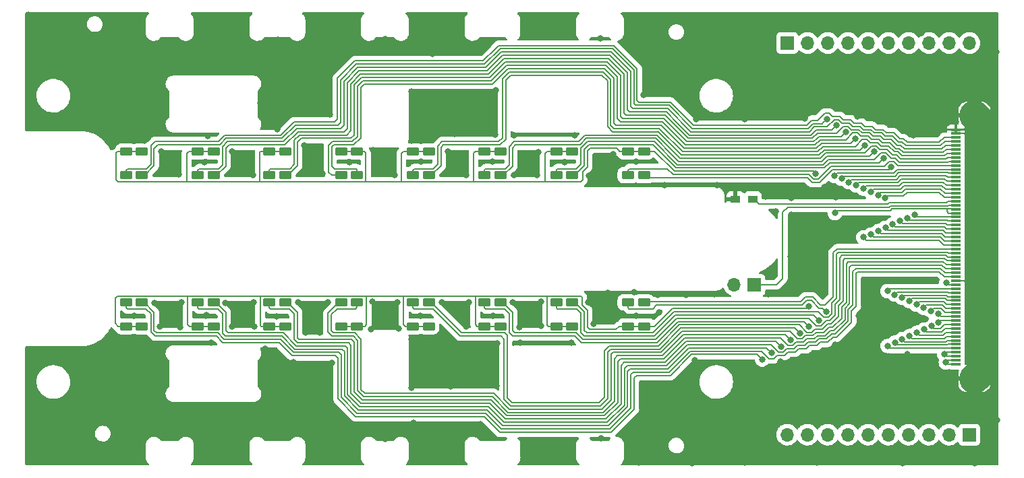
<source format=gtl>
G04 #@! TF.GenerationSoftware,KiCad,Pcbnew,(6.0.5-0)*
G04 #@! TF.CreationDate,2022-08-24T15:36:11+09:00*
G04 #@! TF.ProjectId,photo-dual,70686f74-6f2d-4647-9561-6c2e6b696361,rev?*
G04 #@! TF.SameCoordinates,Original*
G04 #@! TF.FileFunction,Copper,L1,Top*
G04 #@! TF.FilePolarity,Positive*
%FSLAX46Y46*%
G04 Gerber Fmt 4.6, Leading zero omitted, Abs format (unit mm)*
G04 Created by KiCad (PCBNEW (6.0.5-0)) date 2022-08-24 15:36:11*
%MOMM*%
%LPD*%
G01*
G04 APERTURE LIST*
G04 Aperture macros list*
%AMRoundRect*
0 Rectangle with rounded corners*
0 $1 Rounding radius*
0 $2 $3 $4 $5 $6 $7 $8 $9 X,Y pos of 4 corners*
0 Add a 4 corners polygon primitive as box body*
4,1,4,$2,$3,$4,$5,$6,$7,$8,$9,$2,$3,0*
0 Add four circle primitives for the rounded corners*
1,1,$1+$1,$2,$3*
1,1,$1+$1,$4,$5*
1,1,$1+$1,$6,$7*
1,1,$1+$1,$8,$9*
0 Add four rect primitives between the rounded corners*
20,1,$1+$1,$2,$3,$4,$5,0*
20,1,$1+$1,$4,$5,$6,$7,0*
20,1,$1+$1,$6,$7,$8,$9,0*
20,1,$1+$1,$8,$9,$2,$3,0*%
G04 Aperture macros list end*
G04 #@! TA.AperFunction,SMDPad,CuDef*
%ADD10RoundRect,0.200000X-0.600000X0.300000X-0.600000X-0.300000X0.600000X-0.300000X0.600000X0.300000X0*%
G04 #@! TD*
G04 #@! TA.AperFunction,SMDPad,CuDef*
%ADD11RoundRect,0.200000X0.600000X-0.300000X0.600000X0.300000X-0.600000X0.300000X-0.600000X-0.300000X0*%
G04 #@! TD*
G04 #@! TA.AperFunction,SMDPad,CuDef*
%ADD12R,1.200000X0.900000*%
G04 #@! TD*
G04 #@! TA.AperFunction,ComponentPad*
%ADD13R,1.700000X1.700000*%
G04 #@! TD*
G04 #@! TA.AperFunction,ComponentPad*
%ADD14O,1.700000X1.700000*%
G04 #@! TD*
G04 #@! TA.AperFunction,SMDPad,CuDef*
%ADD15RoundRect,0.072295X0.552705X-0.072295X0.552705X0.072295X-0.552705X0.072295X-0.552705X-0.072295X0*%
G04 #@! TD*
G04 #@! TA.AperFunction,SMDPad,CuDef*
%ADD16RoundRect,0.600000X0.899999X-0.600000X0.899999X0.600000X-0.899999X0.600000X-0.899999X-0.600000X0*%
G04 #@! TD*
G04 #@! TA.AperFunction,ViaPad*
%ADD17C,0.800000*%
G04 #@! TD*
G04 #@! TA.AperFunction,Conductor*
%ADD18C,3.810000*%
G04 #@! TD*
G04 #@! TA.AperFunction,Conductor*
%ADD19C,0.210820*%
G04 #@! TD*
G04 APERTURE END LIST*
D10*
X160921211Y-89002066D03*
X160921211Y-92002066D03*
X153921211Y-89002066D03*
X153921211Y-92002066D03*
X151921210Y-89002054D03*
X151921210Y-92002054D03*
X144921211Y-89002066D03*
X144921211Y-92002066D03*
X142921211Y-89002066D03*
X142921211Y-92002066D03*
X135921211Y-89002066D03*
X135921211Y-92002066D03*
X133921211Y-89002066D03*
X133921211Y-92002066D03*
X126921211Y-89002066D03*
X126921211Y-92002066D03*
X124921211Y-89002066D03*
X124921211Y-92002066D03*
X117921211Y-89002066D03*
X117921211Y-92002066D03*
X115921211Y-89002066D03*
X115921211Y-92002066D03*
X108921211Y-89002066D03*
X108921211Y-92002066D03*
X106921211Y-89002066D03*
X106921211Y-92002066D03*
X99921211Y-89002066D03*
X99921211Y-92002066D03*
X97921211Y-89002066D03*
X97921211Y-92002066D03*
D11*
X115921211Y-111001633D03*
X115921211Y-108001633D03*
X124921211Y-111001633D03*
X124921211Y-108001633D03*
X117921211Y-111001633D03*
X117921211Y-108001633D03*
X108921211Y-111001633D03*
X108921211Y-108001633D03*
X97921211Y-111001633D03*
X97921211Y-108001633D03*
X99921211Y-111001633D03*
X99921211Y-108001633D03*
X106921211Y-111001633D03*
X106921211Y-108001633D03*
X160921211Y-111001633D03*
X160921211Y-108001633D03*
X126921211Y-111001633D03*
X126921211Y-108001633D03*
X133921211Y-111001633D03*
X133921211Y-108001633D03*
X135921211Y-111001633D03*
X135921211Y-108001633D03*
X142921211Y-111001633D03*
X142921211Y-108001633D03*
X144921211Y-111001633D03*
X144921211Y-108001633D03*
X151921211Y-111001633D03*
X151921211Y-108001633D03*
X153921211Y-111001633D03*
X153921211Y-108001633D03*
D10*
X162921211Y-89002066D03*
X162921211Y-92002066D03*
D12*
X176600000Y-95000000D03*
X174400000Y-95000000D03*
D13*
X176789994Y-105780002D03*
D14*
X174249994Y-105780002D03*
D13*
X180905000Y-75372000D03*
D14*
X183445000Y-75372000D03*
X185985000Y-75372000D03*
X188525000Y-75372000D03*
X191065000Y-75372000D03*
X193605000Y-75372000D03*
X196145000Y-75372000D03*
X198685000Y-75372000D03*
X201225000Y-75372000D03*
X203765000Y-75372000D03*
D13*
X203765000Y-124628000D03*
D14*
X201225000Y-124628000D03*
X198685000Y-124628000D03*
X196145000Y-124628000D03*
X193605000Y-124628000D03*
X191065000Y-124628000D03*
X188525000Y-124628000D03*
X185985000Y-124628000D03*
X183445000Y-124628000D03*
X180905000Y-124628000D03*
D11*
X162921211Y-111001633D03*
X162921211Y-108001633D03*
D15*
X202074000Y-115770000D03*
X202074000Y-115270000D03*
X202074000Y-114770000D03*
X202074000Y-114270000D03*
X202074000Y-113770000D03*
X202074000Y-113270000D03*
X202074000Y-112770001D03*
X202074000Y-112269999D03*
X202074000Y-111770000D03*
X202074000Y-111269999D03*
X202074000Y-110770000D03*
X202074000Y-110270001D03*
X202074000Y-109769999D03*
X202074000Y-109270000D03*
X202074000Y-108769999D03*
X202074000Y-108270000D03*
X202074000Y-107770001D03*
X202074000Y-107269999D03*
X202074000Y-106770000D03*
X202074000Y-106270001D03*
X202074000Y-105770000D03*
X202074000Y-105270001D03*
X202074000Y-104769999D03*
X202074000Y-104270000D03*
X202074000Y-103770001D03*
X202074000Y-103270000D03*
X202074000Y-102770001D03*
X202074000Y-102269999D03*
X202074000Y-101770000D03*
X202074000Y-101270001D03*
X202074000Y-100770000D03*
X202074000Y-100270001D03*
X202074000Y-99769999D03*
X202074000Y-99270000D03*
X202074000Y-98770001D03*
X202074000Y-98269999D03*
X202074000Y-97770000D03*
X202074000Y-97269999D03*
X202074000Y-96770000D03*
X202074000Y-96270001D03*
X202074000Y-95769999D03*
X202074000Y-95270000D03*
X202074000Y-94769999D03*
X202074000Y-94270000D03*
X202074000Y-93770001D03*
X202074000Y-93269999D03*
X202074000Y-92770000D03*
X202074000Y-92269999D03*
X202074000Y-91770000D03*
X202074000Y-91270001D03*
X202074000Y-90769999D03*
X202074000Y-90270000D03*
X202074000Y-89770001D03*
X202074000Y-89270002D03*
X202074000Y-88770003D03*
X202074000Y-88270004D03*
X202074000Y-87770005D03*
X202074000Y-87270006D03*
X202074000Y-86770007D03*
X202074000Y-86270008D03*
D16*
X204399000Y-117570000D03*
X204399000Y-84470012D03*
D17*
X193020000Y-121090000D03*
X88938571Y-75237721D03*
X155910000Y-108000000D03*
X157510000Y-125070000D03*
X171770000Y-106980000D03*
X113960000Y-107980000D03*
X164530000Y-79400000D03*
X162900000Y-81890000D03*
X189720000Y-84590000D03*
X156570000Y-110680000D03*
X204110000Y-98170000D03*
X88750000Y-124620000D03*
X150510000Y-126040000D03*
X189890000Y-126170000D03*
X96550000Y-82510000D03*
X103320000Y-75230000D03*
X107990000Y-109610000D03*
X150970000Y-73320000D03*
X136010000Y-84460000D03*
X107780000Y-90350000D03*
X137550000Y-108010000D03*
X131970000Y-107970000D03*
X183130000Y-72080000D03*
X189140000Y-120570000D03*
X196720000Y-80020000D03*
X123270000Y-73490000D03*
X140980000Y-108010000D03*
X175560000Y-84980000D03*
X133790000Y-81470000D03*
X169010000Y-128250000D03*
X180520000Y-119290000D03*
X116640000Y-124940000D03*
X181300000Y-102220000D03*
X202270000Y-77960000D03*
X202110000Y-122690000D03*
X143980000Y-109640000D03*
X204000000Y-107490000D03*
X85750000Y-127820000D03*
X206360000Y-112520000D03*
X85900000Y-114120000D03*
X207210000Y-122770000D03*
X180080000Y-115470000D03*
X104880000Y-107980000D03*
X206560000Y-102720000D03*
X193420000Y-82480000D03*
X120330000Y-88260000D03*
X156020000Y-92040000D03*
X123950000Y-126670000D03*
X182940000Y-105200000D03*
X147270000Y-111090000D03*
X172390000Y-124980000D03*
X98940000Y-109660000D03*
X111210000Y-111070000D03*
X123470000Y-84340000D03*
X171550000Y-71960000D03*
X108570000Y-113070000D03*
X197740000Y-74140000D03*
X158410000Y-106780000D03*
X148440000Y-109230000D03*
X119670000Y-123090000D03*
X166800000Y-81910000D03*
X186600000Y-118300000D03*
X161950000Y-109700000D03*
X193860000Y-110050000D03*
X190300000Y-115400000D03*
X144510000Y-113140000D03*
X104710000Y-111090000D03*
X206980000Y-83250000D03*
X125060000Y-77640000D03*
X169320000Y-115280000D03*
X138640000Y-118550000D03*
X193230000Y-117410000D03*
X96600000Y-124530000D03*
X183150000Y-79280000D03*
X164840000Y-109270000D03*
X169120000Y-122080000D03*
X103480000Y-109480000D03*
X133970000Y-123130000D03*
X110360000Y-108040000D03*
X136110000Y-115570000D03*
X175650000Y-74330000D03*
X196740000Y-87010000D03*
X165530000Y-93220000D03*
X169460000Y-84940000D03*
X179770000Y-125900000D03*
X161730000Y-106690000D03*
X111210000Y-89010000D03*
X172130000Y-93220000D03*
X175550000Y-128110000D03*
X102360000Y-89040000D03*
X119390000Y-118190000D03*
X128680000Y-111360000D03*
X162280000Y-128110000D03*
X133750000Y-112680000D03*
X116980000Y-74940000D03*
X147360000Y-113080000D03*
X108200000Y-87060000D03*
X175440000Y-115690000D03*
X162790000Y-118200000D03*
X144230000Y-86880000D03*
X181430000Y-96980000D03*
X113850000Y-92010000D03*
X159060000Y-89320000D03*
X161940000Y-90320000D03*
X132170000Y-111300000D03*
X104520000Y-91930000D03*
X96180000Y-111680000D03*
X96550000Y-117160000D03*
X114760000Y-82920000D03*
X101510000Y-108040000D03*
X122260000Y-111810000D03*
X115360000Y-120410000D03*
X112390000Y-109200000D03*
X99960000Y-71930000D03*
X186970000Y-94770000D03*
X202050000Y-119020000D03*
X133760000Y-118720000D03*
X185340000Y-107030000D03*
X120460000Y-111810000D03*
X189860000Y-109680000D03*
X85620000Y-78800000D03*
X166330000Y-119500000D03*
X137640000Y-111420000D03*
X189710000Y-78830000D03*
X123630000Y-120430000D03*
X110080000Y-73390000D03*
X202050000Y-85330000D03*
X130480000Y-109700000D03*
X130410000Y-125170000D03*
X181440000Y-94890000D03*
X85750000Y-85920000D03*
X136370000Y-76750000D03*
X195990000Y-114530000D03*
X96240000Y-88460000D03*
X153790000Y-113050000D03*
X100240000Y-87700000D03*
X91880000Y-120890000D03*
X128860000Y-107920000D03*
X146450000Y-107980000D03*
X141530000Y-115510000D03*
X200130000Y-126100000D03*
X108270000Y-78850000D03*
X157440000Y-74780000D03*
X116910000Y-86220000D03*
X179500000Y-96550000D03*
X184600000Y-128150000D03*
X102840000Y-83060000D03*
X185570000Y-93530000D03*
X102160000Y-111000000D03*
X101480000Y-121060000D03*
X130490000Y-74900000D03*
X146650000Y-91970000D03*
X133740000Y-87650000D03*
X207170000Y-76460000D03*
X178190000Y-94730000D03*
X175580000Y-121910000D03*
X165380000Y-125040000D03*
X154230000Y-86970000D03*
X101240000Y-113310000D03*
X123750000Y-115580000D03*
X114590000Y-79000000D03*
X149480000Y-91950000D03*
X140590000Y-110990000D03*
X149650000Y-89100000D03*
X142430000Y-123300000D03*
X131620000Y-92000000D03*
X91920000Y-114200000D03*
X125930000Y-90410000D03*
X185480000Y-97190000D03*
X162810000Y-72260000D03*
X92180000Y-127720000D03*
X123230000Y-108010000D03*
X206900000Y-119250000D03*
X144410000Y-118490000D03*
X185480000Y-102300000D03*
X138330000Y-89030000D03*
X206730000Y-93750000D03*
X152930000Y-90360000D03*
X204470000Y-128190000D03*
X183110000Y-84900000D03*
X187700000Y-73750000D03*
X126740000Y-123420000D03*
X122600000Y-91840000D03*
X175600000Y-79190000D03*
X96580000Y-75170000D03*
X183630000Y-99370000D03*
X92660000Y-85710000D03*
X159520000Y-93110000D03*
X139160000Y-86850000D03*
X85660000Y-71860000D03*
X121400000Y-109750000D03*
X109480000Y-120980000D03*
X196020000Y-105210000D03*
X103300000Y-125020000D03*
X196840000Y-120100000D03*
X166730000Y-76220000D03*
X139200000Y-81580000D03*
X146580000Y-87020000D03*
X178500000Y-107010000D03*
X161530000Y-76450000D03*
X116850000Y-109770000D03*
X92900000Y-78900000D03*
X143670000Y-75180000D03*
X140640000Y-92010000D03*
X99990000Y-78510000D03*
X136410000Y-71990000D03*
X190960000Y-105360000D03*
X186950000Y-113280000D03*
X114060000Y-111060000D03*
X150040000Y-110980000D03*
X144300000Y-81350000D03*
X134890000Y-109640000D03*
X203160000Y-72220000D03*
X142500000Y-84350000D03*
X121020000Y-77150000D03*
X204200000Y-89260000D03*
X179200000Y-82060000D03*
X150040000Y-107920000D03*
X92830000Y-72090000D03*
X109530000Y-126830000D03*
X136740000Y-126640000D03*
X195390000Y-128190000D03*
X183600000Y-122660000D03*
X119600000Y-81950000D03*
X143950000Y-90320000D03*
X179210000Y-103830000D03*
X159150000Y-109510000D03*
X128910000Y-88890000D03*
X193420000Y-72010000D03*
X119500000Y-107990000D03*
X164680000Y-107020000D03*
X162180000Y-122480000D03*
X115340000Y-113860000D03*
X85770000Y-121100000D03*
X168210000Y-107020000D03*
X118940000Y-115530000D03*
X198230000Y-110140000D03*
X134950000Y-90260000D03*
X193990000Y-91000000D03*
X190477990Y-99806673D03*
X191416454Y-99453549D03*
X192988576Y-89878350D03*
X192324135Y-99027488D03*
X191810000Y-89051270D03*
X193239008Y-98617099D03*
X190637113Y-88221303D03*
X194141332Y-98179808D03*
X189459226Y-87396336D03*
X195059132Y-97776009D03*
X188264857Y-86570030D03*
X195986776Y-97395367D03*
X187089541Y-85742491D03*
X196890030Y-96960000D03*
X185909591Y-84915870D03*
X200880000Y-105561891D03*
X200820000Y-115550000D03*
X200611890Y-114520000D03*
X193495047Y-106570782D03*
X194394077Y-107014808D03*
X195316347Y-107408292D03*
X196224677Y-107832969D03*
X197128815Y-108266495D03*
X198050171Y-108662116D03*
X198963502Y-109075927D03*
X198994720Y-110978724D03*
X199884477Y-110516397D03*
X197171170Y-111812919D03*
X198087279Y-111405295D03*
X194429200Y-113048038D03*
X193518798Y-113468253D03*
X195330707Y-112609063D03*
X196255370Y-112221236D03*
X199890000Y-109459351D03*
X187738416Y-92433642D03*
X184850200Y-110227584D03*
X183660000Y-111052270D03*
X188636451Y-92879675D03*
X182491165Y-111886289D03*
X189555044Y-93281671D03*
X181300754Y-112706430D03*
X190470214Y-93691399D03*
X180127490Y-113536020D03*
X191384079Y-94104028D03*
X178949603Y-114360987D03*
X192303883Y-94503244D03*
X177770000Y-115187670D03*
X193225836Y-94897471D03*
X186798197Y-92085216D03*
X185793446Y-109167974D03*
X183620000Y-108455873D03*
X184474884Y-91798110D03*
X186894753Y-96764753D03*
D18*
X205450000Y-103780000D02*
X205450000Y-116519000D01*
D19*
X203009992Y-86270008D02*
X204604494Y-84675506D01*
D18*
X204399000Y-84470012D02*
X204604494Y-84675506D01*
D19*
X202074000Y-105270001D02*
X203959999Y-105270001D01*
X202074000Y-86270008D02*
X203009992Y-86270008D01*
X203959999Y-105270001D02*
X205450000Y-103780000D01*
X204201005Y-86770007D02*
X205450000Y-85521012D01*
X202074000Y-86770007D02*
X204201005Y-86770007D01*
D18*
X204604494Y-84675506D02*
X205450000Y-85521012D01*
X205450000Y-85521012D02*
X205450000Y-103780000D01*
X205450000Y-116519000D02*
X204399000Y-117570000D01*
D19*
X186660000Y-101760000D02*
X186660000Y-107300000D01*
X162999481Y-107923363D02*
X162921211Y-108001633D01*
X185660000Y-108300000D02*
X185067299Y-108300000D01*
X182566242Y-107923363D02*
X182559340Y-107916461D01*
X187149999Y-101270001D02*
X186660000Y-101760000D01*
X182559340Y-107916461D02*
X182552438Y-107923363D01*
X185067299Y-108300000D02*
X184101511Y-107334212D01*
X184101511Y-107334212D02*
X183155393Y-107334212D01*
X186660000Y-107300000D02*
X185660000Y-108300000D01*
X182552438Y-107923363D02*
X162999481Y-107923363D01*
X183155393Y-107334212D02*
X182566242Y-107923363D01*
X202074000Y-101270001D02*
X187149999Y-101270001D01*
X187080000Y-101924834D02*
X187080000Y-107464834D01*
X185500132Y-109876095D02*
X184784037Y-109160000D01*
X154251632Y-108001633D02*
X153921211Y-108001633D01*
X155442872Y-111522872D02*
X155442872Y-109192873D01*
X186086760Y-109876095D02*
X185500132Y-109876095D01*
X155442872Y-109192873D02*
X154251632Y-108001633D01*
X184780055Y-109163982D02*
X184028843Y-109163983D01*
X184028843Y-109163983D02*
X166675104Y-109163982D01*
X187080000Y-107464834D02*
X186501567Y-108043267D01*
X164029086Y-111810000D02*
X155730000Y-111810000D01*
X184784037Y-109160000D02*
X184780055Y-109163982D01*
X155730000Y-111810000D02*
X155442872Y-111522872D01*
X202074000Y-101770000D02*
X201106459Y-101770000D01*
X201020000Y-101683541D02*
X187321293Y-101683541D01*
X166675104Y-109163982D02*
X164029086Y-111810000D01*
X186501567Y-108043267D02*
X186501567Y-109461288D01*
X186501567Y-109461288D02*
X186086760Y-109876095D01*
X187321293Y-101683541D02*
X187080000Y-101924834D01*
X201106459Y-101770000D02*
X201020000Y-101683541D01*
X183612241Y-109991061D02*
X167017693Y-109991061D01*
X186915107Y-109632581D02*
X186258053Y-110289635D01*
X184556885Y-110935705D02*
X183612241Y-109991061D01*
X155262244Y-112637078D02*
X154434920Y-111809754D01*
X202074000Y-102269999D02*
X201021625Y-102269999D01*
X146689754Y-111809754D02*
X146442872Y-111562872D01*
X154434920Y-111809754D02*
X146689754Y-111809754D01*
X186258053Y-110289635D02*
X185789584Y-110289635D01*
X201021625Y-102269999D02*
X200848707Y-102097081D01*
X187762919Y-102097081D02*
X187500000Y-102360000D01*
X185789584Y-110289635D02*
X185143514Y-110935705D01*
X167017693Y-109991061D02*
X164371672Y-112637080D01*
X200848707Y-102097081D02*
X187762919Y-102097081D01*
X146442872Y-111562872D02*
X146442872Y-109222872D01*
X145221633Y-108001633D02*
X144921211Y-108001633D01*
X185143514Y-110935705D02*
X184556885Y-110935705D01*
X164371672Y-112637080D02*
X155262244Y-112637078D01*
X187500000Y-107629668D02*
X186915107Y-108214561D01*
X187500000Y-102360000D02*
X187500000Y-107629668D01*
X146442872Y-109222872D02*
X145221633Y-108001633D01*
X186915107Y-108214561D02*
X186915107Y-109632581D01*
X183366686Y-111760391D02*
X182424435Y-110818140D01*
X187328646Y-109803876D02*
X186429346Y-110703175D01*
X145780000Y-112120000D02*
X145469754Y-111809754D01*
X145469754Y-111809754D02*
X140029754Y-111809754D01*
X157310000Y-120590000D02*
X146400000Y-120590000D01*
X158565840Y-113464160D02*
X157990000Y-114040000D01*
X140029754Y-111809754D02*
X136221633Y-108001633D01*
X186429346Y-110703175D02*
X185960878Y-110703175D01*
X136221633Y-108001633D02*
X135921211Y-108001633D01*
X145780000Y-119970000D02*
X145780000Y-112120000D01*
X187913540Y-107800961D02*
X187328647Y-108385854D01*
X164714258Y-113464160D02*
X158565840Y-113464160D01*
X188109379Y-102510621D02*
X187913540Y-102706460D01*
X202074000Y-102770001D02*
X200936794Y-102770001D01*
X184364460Y-111349245D02*
X183953314Y-111760391D01*
X200936794Y-102770001D02*
X200677414Y-102510621D01*
X167360283Y-110818140D02*
X164714258Y-113464160D01*
X200677414Y-102510621D02*
X188109379Y-102510621D01*
X182424435Y-110818140D02*
X167360283Y-110818140D01*
X146400000Y-120590000D02*
X145780000Y-119970000D01*
X185314807Y-111349245D02*
X184364460Y-111349245D01*
X157990000Y-114040000D02*
X157990000Y-119910000D01*
X187913540Y-102706460D02*
X187913540Y-107800961D01*
X157990000Y-119910000D02*
X157310000Y-120590000D01*
X183953314Y-111760391D02*
X183366686Y-111760391D01*
X185960878Y-110703175D02*
X185314807Y-111349245D01*
X187328647Y-108385854D02*
X187328646Y-109803876D01*
X188327080Y-103162920D02*
X188327080Y-107972254D01*
X187742187Y-108557147D02*
X187742186Y-109975171D01*
X158817080Y-114502920D02*
X158817079Y-120252590D01*
X188327080Y-107972254D02*
X187742187Y-108557147D01*
X158817079Y-120252590D02*
X157652586Y-121417080D01*
X200851960Y-103270000D02*
X200506121Y-102924161D01*
X126921211Y-108608789D02*
X126921211Y-108001633D01*
X146057412Y-121417079D02*
X144090333Y-119450000D01*
X127420000Y-112630000D02*
X126599754Y-111809754D01*
X187742186Y-109975171D02*
X186600640Y-111116714D01*
X188565839Y-102924161D02*
X188327080Y-103162920D01*
X184535754Y-111762785D02*
X184124607Y-112173931D01*
X157652586Y-121417080D02*
X146057412Y-121417079D01*
X185486100Y-111762785D02*
X184535754Y-111762785D01*
X200506121Y-102924161D02*
X188565839Y-102924161D01*
X181248661Y-111645220D02*
X167702865Y-111645220D01*
X184124607Y-112173931D02*
X183204958Y-112173931D01*
X182197851Y-112594410D02*
X181248661Y-111645220D01*
X127420000Y-118950000D02*
X127420000Y-112630000D01*
X123700000Y-111580000D02*
X123700000Y-109524834D01*
X126720246Y-108809754D02*
X126921211Y-108608789D01*
X124415080Y-108809754D02*
X126720246Y-108809754D01*
X126599754Y-111809754D02*
X123929754Y-111809754D01*
X202074000Y-103270000D02*
X200851960Y-103270000D01*
X165056846Y-114291239D02*
X159028760Y-114291240D01*
X183204958Y-112173931D02*
X182784479Y-112594410D01*
X127920000Y-119450000D02*
X127420000Y-118950000D01*
X159028760Y-114291240D02*
X158817080Y-114502920D01*
X123700000Y-109524834D02*
X124415080Y-108809754D01*
X186600640Y-111116714D02*
X186132173Y-111116714D01*
X167702865Y-111645220D02*
X165056846Y-114291239D01*
X186132173Y-111116714D02*
X185486100Y-111762785D01*
X182784479Y-112594410D02*
X182197851Y-112594410D01*
X144090333Y-119450000D02*
X127920000Y-119450000D01*
X123929754Y-111809754D02*
X123700000Y-111580000D01*
X181594068Y-113414551D02*
X181007440Y-113414551D01*
X119641668Y-112636834D02*
X119442872Y-112438038D01*
X127577410Y-120277078D02*
X126576461Y-119276129D01*
X202074000Y-103770001D02*
X200767128Y-103770001D01*
X188155726Y-110146466D02*
X186771939Y-111530253D01*
X182000669Y-113007950D02*
X181594068Y-113414551D01*
X126257166Y-112636834D02*
X119641668Y-112636834D01*
X180065189Y-112472300D02*
X168045453Y-112472300D01*
X181007440Y-113414551D02*
X180065189Y-112472300D01*
X119442872Y-112438038D02*
X119442872Y-109232872D01*
X188740619Y-108143549D02*
X188155727Y-108728441D01*
X200767128Y-103770001D02*
X200334828Y-103337701D01*
X159991680Y-115118320D02*
X159644160Y-115465840D01*
X182955772Y-113007950D02*
X182000669Y-113007950D01*
X186303467Y-111530253D02*
X185657393Y-112176324D01*
X118211633Y-108001633D02*
X117921211Y-108001633D01*
X183376253Y-112587470D02*
X182955772Y-113007950D01*
X126576461Y-119276129D02*
X126576461Y-112956129D01*
X184295901Y-112587470D02*
X183376253Y-112587470D01*
X143732246Y-120277080D02*
X127577410Y-120277078D01*
X185657393Y-112176324D02*
X184707049Y-112176324D01*
X119442872Y-109232872D02*
X118211633Y-108001633D01*
X188740620Y-103577081D02*
X188740619Y-108143549D01*
X168045453Y-112472300D02*
X165399433Y-115118319D01*
X126576461Y-112956129D02*
X126257166Y-112636834D01*
X184707049Y-112176324D02*
X184295901Y-112587470D01*
X165399433Y-115118319D02*
X159991680Y-115118320D01*
X159644158Y-120595180D02*
X157995179Y-122244159D01*
X186771939Y-111530253D02*
X186303467Y-111530253D01*
X145699324Y-122244158D02*
X143732246Y-120277080D01*
X146750000Y-122244160D02*
X145699324Y-122244158D01*
X188980000Y-103337701D02*
X188740620Y-103577081D01*
X157995179Y-122244159D02*
X146750000Y-122244160D01*
X159644160Y-115465840D02*
X159644158Y-120595180D01*
X200334828Y-103337701D02*
X188980000Y-103337701D01*
X188155727Y-108728441D02*
X188155726Y-110146466D01*
X145356737Y-123071239D02*
X143389658Y-121104160D01*
X125463914Y-113463914D02*
X119299081Y-113463914D01*
X181765361Y-113828091D02*
X180836854Y-113828091D01*
X186474757Y-111943793D02*
X185828686Y-112589864D01*
X125749381Y-119618715D02*
X125749381Y-113749381D01*
X200682294Y-104270000D02*
X200163535Y-103751241D01*
X189154160Y-104117081D02*
X189154159Y-108314842D01*
X180836854Y-113828091D02*
X180420804Y-114244141D01*
X160471236Y-120937770D02*
X158337765Y-123071239D01*
X178889415Y-113299380D02*
X168388041Y-113299380D01*
X117644921Y-111809754D02*
X110729754Y-111809754D01*
X188569267Y-108899734D02*
X188569265Y-110317761D01*
X183127065Y-113421490D02*
X182171963Y-113421490D01*
X189154159Y-108314842D02*
X188569267Y-108899734D01*
X184467194Y-113001010D02*
X183547547Y-113001010D01*
X160804600Y-115945400D02*
X160471240Y-116278760D01*
X185828686Y-112589864D02*
X184878342Y-112589864D01*
X183547547Y-113001010D02*
X183127065Y-113421490D01*
X109211633Y-108001633D02*
X108921211Y-108001633D01*
X158337765Y-123071239D02*
X145356737Y-123071239D01*
X200163535Y-103751241D02*
X189520000Y-103751241D01*
X202074000Y-104270000D02*
X200682294Y-104270000D01*
X127234820Y-121104156D02*
X125749381Y-119618715D01*
X110442872Y-111522872D02*
X110442872Y-109232872D01*
X160471240Y-116278760D02*
X160471236Y-120937770D01*
X143389658Y-121104160D02*
X127234820Y-121104156D01*
X180420804Y-114244141D02*
X179834176Y-114244141D01*
X184878342Y-112589864D02*
X184467194Y-113001010D01*
X110442872Y-109232872D02*
X109211633Y-108001633D01*
X179834176Y-114244141D02*
X178889415Y-113299380D01*
X168388041Y-113299380D02*
X165742017Y-115945399D01*
X110729754Y-111809754D02*
X110442872Y-111522872D01*
X165742017Y-115945399D02*
X160804600Y-115945400D01*
X189520000Y-103751241D02*
X189154160Y-104117081D01*
X182171963Y-113421490D02*
X181765361Y-113828091D01*
X188569265Y-110317761D02*
X186943232Y-111943793D01*
X186943232Y-111943793D02*
X186474757Y-111943793D01*
X125749381Y-113749381D02*
X125463914Y-113463914D01*
X119299081Y-113463914D02*
X117644921Y-111809754D01*
X187114525Y-112357333D02*
X186646051Y-112357333D01*
X101442872Y-111518038D02*
X101442872Y-109242872D01*
X189567698Y-108486137D02*
X188982807Y-109071028D01*
X124922301Y-119961306D02*
X124922301Y-114570000D01*
X161298320Y-117081680D02*
X161298318Y-119051293D01*
X181936658Y-114241629D02*
X181008150Y-114241629D01*
X166077090Y-116780000D02*
X161600000Y-116780000D01*
X177713641Y-114126460D02*
X168730630Y-114126460D01*
X189567700Y-107870000D02*
X189567698Y-108486137D01*
X202074000Y-104769999D02*
X200597459Y-104769999D01*
X180592097Y-114657681D02*
X179654344Y-114657681D01*
X161298318Y-119051293D02*
X161298318Y-121280355D01*
X168730630Y-114126460D02*
X166077090Y-116780000D01*
X143047071Y-121931240D02*
X126892230Y-121931235D01*
X100201633Y-108001633D02*
X99921211Y-108001633D01*
X184638487Y-113414550D02*
X183718840Y-113414550D01*
X183298358Y-113835030D02*
X182343257Y-113835030D01*
X186646051Y-112357333D02*
X185999981Y-113003403D01*
X185049636Y-113003403D02*
X184638487Y-113414550D01*
X124922301Y-114570000D02*
X124643295Y-114290994D01*
X199992241Y-104164781D02*
X189755219Y-104164781D01*
X117302000Y-112636834D02*
X110241999Y-112636833D01*
X178656289Y-115069108D02*
X177713641Y-114126460D01*
X183718840Y-113414550D02*
X183298358Y-113835030D01*
X110241999Y-112636833D02*
X109414920Y-111809754D01*
X158665134Y-123913539D02*
X145029370Y-123913539D01*
X161600000Y-116780000D02*
X161298320Y-117081680D01*
X182343257Y-113835030D02*
X181936658Y-114241629D01*
X181008150Y-114241629D02*
X180592097Y-114657681D01*
X161298318Y-121280355D02*
X158665134Y-123913539D01*
X188982806Y-110489052D02*
X187114525Y-112357333D01*
X126892230Y-121931235D02*
X124922301Y-119961306D01*
X189755219Y-104164781D02*
X189567700Y-104352300D01*
X179242917Y-115069108D02*
X178656289Y-115069108D01*
X101442872Y-109242872D02*
X100201633Y-108001633D01*
X118956160Y-114290994D02*
X117302000Y-112636834D01*
X101734588Y-111809754D02*
X101442872Y-111518038D01*
X109414920Y-111809754D02*
X101734588Y-111809754D01*
X200597459Y-104769999D02*
X199992241Y-104164781D01*
X179654344Y-114657681D02*
X179242917Y-115069108D01*
X124643295Y-114290994D02*
X118956160Y-114290994D01*
X185999981Y-113003403D02*
X185049636Y-113003403D01*
X189567700Y-104352300D02*
X189567700Y-107870000D01*
X145029370Y-123913539D02*
X143047071Y-121931240D01*
X188982807Y-109071028D02*
X188982806Y-110489052D01*
X200537463Y-100770000D02*
X199938651Y-100171188D01*
X190842505Y-100171188D02*
X190477990Y-99806673D01*
X186565419Y-91294581D02*
X184940228Y-92919771D01*
X199938651Y-100171188D02*
X192370000Y-100171188D01*
X183421125Y-92330620D02*
X163249765Y-92330620D01*
X184940228Y-92919771D02*
X184010275Y-92919770D01*
X193695419Y-91294581D02*
X186565419Y-91294581D01*
X193990000Y-91000000D02*
X193695419Y-91294581D01*
X163249765Y-92330620D02*
X162921211Y-92002066D01*
X184010275Y-92919770D02*
X183421125Y-92330620D01*
X192370000Y-100171188D02*
X190842505Y-100171188D01*
X202074000Y-100770000D02*
X200537463Y-100770000D01*
X192988576Y-89878350D02*
X192988576Y-89881424D01*
X191720553Y-99757648D02*
X191416454Y-99453549D01*
X155442872Y-90777127D02*
X154217933Y-92002066D01*
X156050889Y-88193945D02*
X155442872Y-88801962D01*
X166925387Y-91090000D02*
X164029332Y-88193945D01*
X192697080Y-90172920D02*
X192697080Y-90212920D01*
X192442499Y-90467501D02*
X186222826Y-90467502D01*
X202074000Y-100270001D02*
X200622297Y-100270001D01*
X185600325Y-91090000D02*
X166925387Y-91090000D01*
X164029332Y-88193945D02*
X156050889Y-88193945D01*
X154217933Y-92002066D02*
X153921211Y-92002066D01*
X155442872Y-88801962D02*
X155442872Y-90777127D01*
X200622297Y-100270001D02*
X200109944Y-99757648D01*
X192810000Y-99757648D02*
X191720553Y-99757648D01*
X192697080Y-90212920D02*
X192442499Y-90467501D01*
X186222826Y-90467502D02*
X185600325Y-91090000D01*
X192988576Y-89881424D02*
X192697080Y-90172920D01*
X200109944Y-99757648D02*
X192810000Y-99757648D01*
X191220849Y-89640421D02*
X185880237Y-89640424D01*
X155708302Y-87366865D02*
X154881222Y-88193945D01*
X200707129Y-99770000D02*
X200320000Y-99382871D01*
X200281237Y-99344108D02*
X194060000Y-99344108D01*
X164371918Y-87366865D02*
X155708302Y-87366865D01*
X146820901Y-88193933D02*
X146442872Y-88571962D01*
X145307934Y-92002066D02*
X144921211Y-92002066D01*
X191810000Y-89051270D02*
X191220849Y-89640421D01*
X200320000Y-99382871D02*
X200281237Y-99344108D01*
X146442872Y-90867128D02*
X145307934Y-92002066D01*
X192640755Y-99344108D02*
X192324135Y-99027488D01*
X166350895Y-89345840D02*
X164371918Y-87366865D01*
X166350895Y-89345843D02*
X166350895Y-89345840D01*
X154881222Y-88193945D02*
X154881210Y-88193933D01*
X167262730Y-90257678D02*
X166350895Y-89345843D01*
X185880237Y-89640424D02*
X185262981Y-90257679D01*
X185262981Y-90257679D02*
X167262730Y-90257678D01*
X154881210Y-88193933D02*
X146820901Y-88193933D01*
X194060000Y-99344108D02*
X192640755Y-99344108D01*
X146442872Y-88571962D02*
X146442872Y-90867128D01*
X202074000Y-99769999D02*
X200707129Y-99770000D01*
X144856055Y-88193945D02*
X137740889Y-88193945D01*
X164694720Y-86520000D02*
X164674935Y-86539785D01*
X158350000Y-80140000D02*
X157620000Y-79410000D01*
X190045074Y-88813342D02*
X185537650Y-88813343D01*
X202074000Y-99270000D02*
X200791962Y-99270000D01*
X157620000Y-79410000D02*
X146220000Y-79410000D01*
X146220000Y-79410000D02*
X145590000Y-80040000D01*
X145590000Y-87460000D02*
X144856055Y-88193945D01*
X158350000Y-85870000D02*
X158350000Y-80140000D01*
X200439712Y-98930568D02*
X194780000Y-98930568D01*
X185537650Y-88813343D02*
X184920393Y-89430600D01*
X200446121Y-98924159D02*
X200439712Y-98930568D01*
X137740889Y-88193945D02*
X137442872Y-88491962D01*
X193552477Y-98930568D02*
X193239008Y-98617099D01*
X136247934Y-92002066D02*
X135921211Y-92002066D01*
X194780000Y-98930568D02*
X193552477Y-98930568D01*
X184920393Y-89430600D02*
X167605320Y-89430600D01*
X190637113Y-88221303D02*
X190045074Y-88813342D01*
X137442872Y-90807128D02*
X136247934Y-92002066D01*
X200791962Y-99270000D02*
X200446121Y-98924159D01*
X164674935Y-86539785D02*
X159019785Y-86539785D01*
X159019785Y-86539785D02*
X158350000Y-85870000D01*
X167605320Y-89430600D02*
X164694720Y-86520000D01*
X145590000Y-80040000D02*
X145590000Y-87460000D01*
X137442872Y-88491962D02*
X137442872Y-90807128D01*
X123780000Y-90910000D02*
X124063945Y-91193945D01*
X165037308Y-85692921D02*
X159412921Y-85692921D01*
X188869300Y-87986262D02*
X185195061Y-87986265D01*
X159412921Y-85692921D02*
X159177080Y-85457080D01*
X185195061Y-87986265D02*
X184577802Y-88603522D01*
X145877410Y-78582921D02*
X144762920Y-79697414D01*
X126921211Y-91289101D02*
X126921211Y-92002066D01*
X124063945Y-91193945D02*
X126826055Y-91193945D01*
X189459226Y-87396336D02*
X188869300Y-87986262D01*
X127860000Y-80510000D02*
X127360000Y-81010000D01*
X127360000Y-81010000D02*
X127360000Y-87310000D01*
X196729381Y-98510619D02*
X196722972Y-98517028D01*
X126476055Y-88193945D02*
X123976055Y-88193945D01*
X196722972Y-98517028D02*
X194478552Y-98517028D01*
X127360000Y-87310000D02*
X126476055Y-88193945D01*
X202074000Y-98770001D02*
X200876796Y-98770001D01*
X200617414Y-98510619D02*
X196729381Y-98510619D01*
X159177080Y-85457080D02*
X159177079Y-79797410D01*
X184577802Y-88603522D02*
X167947910Y-88603522D01*
X123976055Y-88193945D02*
X123780000Y-88390000D01*
X157962586Y-78582920D02*
X145877410Y-78582921D01*
X126826055Y-91193945D02*
X126921211Y-91289101D01*
X200876796Y-98770001D02*
X200617414Y-98510619D01*
X167947910Y-88603522D02*
X165037308Y-85692921D01*
X144762920Y-79697414D02*
X143950334Y-80510000D01*
X123780000Y-88390000D02*
X123780000Y-90910000D01*
X143950334Y-80510000D02*
X127860000Y-80510000D01*
X159177079Y-79797410D02*
X157962586Y-78582920D01*
X194478552Y-98517028D02*
X194141332Y-98179808D01*
X160004160Y-84634160D02*
X160004159Y-79454823D01*
X184852469Y-87159187D02*
X184610225Y-87401433D01*
X184610225Y-87401433D02*
X184235216Y-87776442D01*
X202074000Y-98269999D02*
X200961627Y-98269999D01*
X196570000Y-98097079D02*
X196563591Y-98103488D01*
X143607743Y-79682920D02*
X127517412Y-79682921D01*
X168290498Y-87776442D02*
X165379894Y-84865841D01*
X165379894Y-84865841D02*
X160235841Y-84865841D01*
X158305175Y-77755840D02*
X145534823Y-77755840D01*
X160235841Y-84865841D02*
X160004160Y-84634160D01*
X184235216Y-87776442D02*
X168290498Y-87776442D01*
X126532921Y-86967411D02*
X126133467Y-87366865D01*
X127517412Y-79682921D02*
X126532921Y-80667413D01*
X196563591Y-98103488D02*
X195386611Y-98103488D01*
X119442872Y-87857128D02*
X119442872Y-90817128D01*
X126133467Y-87366865D02*
X119933135Y-87366865D01*
X200788707Y-98097079D02*
X196570000Y-98097079D01*
X200961627Y-98269999D02*
X200788707Y-98097079D01*
X195386611Y-98103488D02*
X195059132Y-97776009D01*
X187675702Y-87159185D02*
X184852469Y-87159187D01*
X126532921Y-80667413D02*
X126532921Y-86967411D01*
X188264857Y-86570030D02*
X187675702Y-87159185D01*
X160004159Y-79454823D02*
X158305175Y-77755840D01*
X118257934Y-92002066D02*
X117921211Y-92002066D01*
X119442872Y-90817128D02*
X118257934Y-92002066D01*
X145534823Y-77755840D02*
X143607743Y-79682920D01*
X119933135Y-87366865D02*
X119442872Y-87857128D01*
X154550000Y-76928760D02*
X145192233Y-76928762D01*
X125686461Y-82300620D02*
X125705841Y-82320000D01*
X187089541Y-85742491D02*
X186499926Y-86332106D01*
X197790000Y-97683539D02*
X196274948Y-97683539D01*
X165722480Y-84038761D02*
X161058761Y-84038761D01*
X167120000Y-85436275D02*
X167119995Y-85436275D01*
X167119995Y-85436275D02*
X165722480Y-84038761D01*
X196274948Y-97683539D02*
X195986776Y-97395367D01*
X143265155Y-78855840D02*
X127174822Y-78855842D01*
X160831240Y-83811240D02*
X160831240Y-82790000D01*
X145192233Y-76928762D02*
X143265155Y-78855840D01*
X160831240Y-82790000D02*
X160831238Y-79112235D01*
X110442872Y-90847128D02*
X109287934Y-92002066D01*
X161058761Y-84038761D02*
X160831240Y-83811240D01*
X160831238Y-79112235D02*
X158647761Y-76928761D01*
X186499926Y-86332106D02*
X184509880Y-86332106D01*
X202074000Y-97770000D02*
X201046461Y-97770000D01*
X109287934Y-92002066D02*
X108921211Y-92002066D01*
X110866055Y-88193945D02*
X110442872Y-88617128D01*
X125705841Y-82320000D02*
X125705841Y-86144159D01*
X117851222Y-88193945D02*
X110866055Y-88193945D01*
X184509880Y-86332106D02*
X183892625Y-86949363D01*
X119505382Y-86539785D02*
X117851222Y-88193945D01*
X183892625Y-86949363D02*
X168633089Y-86949364D01*
X125705841Y-86144159D02*
X125310215Y-86539785D01*
X158647761Y-76928761D02*
X154550000Y-76928760D01*
X110442872Y-88617128D02*
X110442872Y-90847128D01*
X125310215Y-86539785D02*
X119505382Y-86539785D01*
X125686461Y-80344203D02*
X125686461Y-82300620D01*
X200960000Y-97683539D02*
X197790000Y-97683539D01*
X127174822Y-78855842D02*
X125686461Y-80344203D01*
X201046461Y-97770000D02*
X200960000Y-97683539D01*
X168633089Y-86949364D02*
X167120000Y-85436275D01*
X119162792Y-85712707D02*
X124547295Y-85712705D01*
X124859381Y-85400619D02*
X124859381Y-80001617D01*
X109676055Y-88193945D02*
X110503134Y-87366866D01*
X202074000Y-97269999D02*
X197200029Y-97269999D01*
X161658320Y-78769649D02*
X161658320Y-82978320D01*
X124547295Y-85712705D02*
X124859381Y-85400619D01*
X183550039Y-86122283D02*
X184167290Y-85505028D01*
X185334974Y-85490487D02*
X185909591Y-84915870D01*
X142922568Y-78028760D02*
X144838320Y-76113008D01*
X124859381Y-80001617D02*
X126832237Y-78028760D01*
X158990352Y-76101681D02*
X161658320Y-78769649D01*
X100267934Y-92002066D02*
X101442872Y-90827128D01*
X184167290Y-85505028D02*
X185334974Y-85505026D01*
X168975671Y-86122283D02*
X183550039Y-86122283D01*
X110503134Y-87366866D02*
X117508634Y-87366865D01*
X144838320Y-76113008D02*
X144838320Y-76101680D01*
X197200029Y-97269999D02*
X196890030Y-96960000D01*
X166065066Y-83211681D02*
X168975671Y-86122283D01*
X101442872Y-90827128D02*
X101442872Y-88707128D01*
X126832237Y-78028760D02*
X142922568Y-78028760D01*
X144838320Y-76101680D02*
X158990352Y-76101681D01*
X101442872Y-88707128D02*
X101956055Y-88193945D01*
X99921211Y-92002066D02*
X100267934Y-92002066D01*
X101956055Y-88193945D02*
X109676055Y-88193945D01*
X161658320Y-82978320D02*
X161891681Y-83211681D01*
X161891681Y-83211681D02*
X166065066Y-83211681D01*
X185334974Y-85505026D02*
X185334974Y-85490487D01*
X117508634Y-87366865D02*
X119162792Y-85712707D01*
X202074000Y-115770000D02*
X201040000Y-115770000D01*
X202074000Y-115270000D02*
X201100000Y-115270000D01*
X201040000Y-115770000D02*
X200820000Y-115550000D01*
X202074000Y-105770000D02*
X201088109Y-105770000D01*
X201100000Y-115270000D02*
X200820000Y-115550000D01*
X201088109Y-105770000D02*
X200880000Y-105561891D01*
X202074000Y-114770000D02*
X200861890Y-114770000D01*
X200861890Y-114770000D02*
X200611890Y-114520000D01*
X200861890Y-114270000D02*
X200611890Y-114520000D01*
X202074000Y-114270000D02*
X200861890Y-114270000D01*
X193795828Y-106270001D02*
X193495047Y-106570782D01*
X202074000Y-106270001D02*
X193795828Y-106270001D01*
X202074000Y-106770000D02*
X201136459Y-106770000D01*
X201136459Y-106770000D02*
X201050000Y-106683541D01*
X194725344Y-106683541D02*
X194394077Y-107014808D01*
X201050000Y-106683541D02*
X194725344Y-106683541D01*
X195627558Y-107097081D02*
X195316347Y-107408292D01*
X200878707Y-107097081D02*
X195627558Y-107097081D01*
X201051625Y-107269999D02*
X200878707Y-107097081D01*
X202074000Y-107269999D02*
X201051625Y-107269999D01*
X200707414Y-107510621D02*
X196547025Y-107510621D01*
X196547025Y-107510621D02*
X196224677Y-107832969D01*
X200966794Y-107770001D02*
X200707414Y-107510621D01*
X202074000Y-107770001D02*
X200966794Y-107770001D01*
X197471149Y-107924161D02*
X197128815Y-108266495D01*
X202074000Y-108270000D02*
X200881960Y-108270000D01*
X200881960Y-108270000D02*
X200536121Y-107924161D01*
X200536121Y-107924161D02*
X197471149Y-107924161D01*
X200797126Y-108769999D02*
X200364828Y-108337701D01*
X198374586Y-108337701D02*
X198050171Y-108662116D01*
X202074000Y-108769999D02*
X200797126Y-108769999D01*
X200364828Y-108337701D02*
X198374586Y-108337701D01*
X199288188Y-108751241D02*
X198963502Y-109075927D01*
X202074000Y-109270000D02*
X202064000Y-109260000D01*
X200702294Y-109260000D02*
X200193535Y-108751241D01*
X200193535Y-108751241D02*
X199288188Y-108751241D01*
X202064000Y-109260000D02*
X200702294Y-109260000D01*
X199304756Y-111288760D02*
X198994720Y-110978724D01*
X200113534Y-111288760D02*
X199304756Y-111288760D01*
X200632294Y-110770000D02*
X200113534Y-111288760D01*
X202074000Y-110770000D02*
X200632294Y-110770000D01*
X202074000Y-110270001D02*
X200130873Y-110270001D01*
X200130873Y-110270001D02*
X199884477Y-110516397D01*
X200456121Y-112115840D02*
X197474091Y-112115840D01*
X202074000Y-111770000D02*
X200801961Y-111770000D01*
X200801961Y-111770000D02*
X200456121Y-112115840D01*
X197474091Y-112115840D02*
X197171170Y-111812919D01*
X200717129Y-111269999D02*
X200284828Y-111702300D01*
X202074000Y-111269999D02*
X200717129Y-111269999D01*
X200284828Y-111702300D02*
X198384284Y-111702300D01*
X198384284Y-111702300D02*
X198087279Y-111405295D01*
X200970000Y-113356460D02*
X194737622Y-113356460D01*
X202074000Y-113270000D02*
X201056460Y-113270000D01*
X201056460Y-113270000D02*
X200970000Y-113356460D01*
X194737622Y-113356460D02*
X194429200Y-113048038D01*
X202074000Y-113770000D02*
X193820545Y-113770000D01*
X193820545Y-113770000D02*
X193518798Y-113468253D01*
X200798707Y-112942920D02*
X195664564Y-112942920D01*
X202074000Y-112770001D02*
X200971626Y-112770001D01*
X195664564Y-112942920D02*
X195330707Y-112609063D01*
X200971626Y-112770001D02*
X200798707Y-112942920D01*
X202074000Y-112269999D02*
X200886795Y-112269999D01*
X196563514Y-112529380D02*
X196255370Y-112221236D01*
X200886795Y-112269999D02*
X200627414Y-112529380D01*
X200627414Y-112529380D02*
X196563514Y-112529380D01*
X200200648Y-109769999D02*
X199890000Y-109459351D01*
X202074000Y-109769999D02*
X200200648Y-109769999D01*
X152059754Y-108809754D02*
X151921211Y-108671211D01*
X188050398Y-92121660D02*
X187738416Y-92433642D01*
X155029332Y-109364166D02*
X154474920Y-108809754D01*
X151921211Y-108671211D02*
X151921211Y-108001633D01*
X184200138Y-109577522D02*
X166846398Y-109577522D01*
X166846398Y-109577522D02*
X164200379Y-112223540D01*
X155029332Y-111819332D02*
X155029332Y-109364166D01*
X194892728Y-91683541D02*
X194454607Y-92121661D01*
X201020000Y-91683541D02*
X194892728Y-91683541D01*
X201106459Y-91770000D02*
X201020000Y-91683541D01*
X193525391Y-92121660D02*
X188050398Y-92121660D01*
X154474920Y-108809754D02*
X152059754Y-108809754D01*
X164200379Y-112223540D02*
X155433539Y-112223539D01*
X184850200Y-110227584D02*
X184200138Y-109577522D01*
X155433539Y-112223539D02*
X155029332Y-111819332D01*
X194454607Y-92121661D02*
X193525391Y-92121660D01*
X202074000Y-91770000D02*
X201106459Y-91770000D01*
X202074000Y-92269999D02*
X201021625Y-92269999D01*
X154263626Y-112223294D02*
X146468127Y-112223294D01*
X201021625Y-92269999D02*
X200848707Y-92097081D01*
X200848707Y-92097081D02*
X195064022Y-92097081D01*
X143099754Y-108809754D02*
X142921211Y-108631211D01*
X167188988Y-110404600D02*
X164542965Y-113050620D01*
X146029332Y-111784499D02*
X146029332Y-109394166D01*
X193354098Y-92535200D02*
X188980926Y-92535200D01*
X146029332Y-109394166D02*
X145444920Y-108809754D01*
X194625900Y-92535201D02*
X193354098Y-92535200D01*
X164542965Y-113050620D02*
X155090952Y-113050620D01*
X142921211Y-108631211D02*
X142921211Y-108001633D01*
X188980926Y-92535200D02*
X188636451Y-92879675D01*
X146468127Y-112223294D02*
X146029332Y-111784499D01*
X195064022Y-92097081D02*
X194625900Y-92535201D01*
X155090952Y-113050620D02*
X154263626Y-112223294D01*
X145444920Y-108809754D02*
X143099754Y-108809754D01*
X183660000Y-111052270D02*
X183012330Y-110404600D01*
X183012330Y-110404600D02*
X167188988Y-110404600D01*
X158742300Y-113877700D02*
X158403540Y-114216460D01*
X189887976Y-92948739D02*
X189555044Y-93281671D01*
X200936793Y-92770000D02*
X200677414Y-92510621D01*
X195235316Y-92510621D02*
X194797193Y-92948741D01*
X158403540Y-114216460D02*
X158403539Y-120081295D01*
X139853294Y-112223294D02*
X136439754Y-108809754D01*
X167531571Y-111231680D02*
X164885551Y-113877700D01*
X145366460Y-112600000D02*
X144989754Y-112223294D01*
X164885551Y-113877700D02*
X158742300Y-113877700D01*
X193182803Y-92948739D02*
X189887976Y-92948739D01*
X200677414Y-92510621D02*
X195235316Y-92510621D01*
X194797193Y-92948741D02*
X193182803Y-92948739D01*
X134109754Y-108809754D02*
X133921211Y-108621211D01*
X145366460Y-120141293D02*
X145366460Y-112600000D01*
X158403539Y-120081295D02*
X157481293Y-121003540D01*
X181836556Y-111231680D02*
X167531571Y-111231680D01*
X144989754Y-112223294D02*
X139853294Y-112223294D01*
X133921211Y-108621211D02*
X133921211Y-108001633D01*
X136439754Y-108809754D02*
X134109754Y-108809754D01*
X182491165Y-111886289D02*
X181836556Y-111231680D01*
X202074000Y-92770000D02*
X200936793Y-92770000D01*
X157481293Y-121003540D02*
X146228707Y-121003540D01*
X146228707Y-121003540D02*
X145366460Y-120141293D01*
X127006460Y-112801294D02*
X126428460Y-112223294D01*
X127006460Y-119088374D02*
X127006460Y-112801294D01*
X123758461Y-112223294D02*
X123286461Y-111751294D01*
X161354780Y-114704780D02*
X159585220Y-114704780D01*
X157823884Y-121830620D02*
X146640000Y-121830620D01*
X159230620Y-115059380D02*
X159230619Y-120423885D01*
X159230619Y-120423885D02*
X157823884Y-121830620D01*
X127748705Y-119863539D02*
X126990000Y-119104834D01*
X124638367Y-108001633D02*
X124921211Y-108001633D01*
X190799335Y-93362278D02*
X190470214Y-93691399D01*
X123286461Y-111751294D02*
X123286461Y-109353539D01*
X195406606Y-92924161D02*
X194968486Y-93362281D01*
X126990000Y-119104834D02*
X127006460Y-119088374D01*
X167874159Y-112058760D02*
X165228137Y-114704779D01*
X146640000Y-121830620D02*
X145870618Y-121830618D01*
X202074000Y-93269999D02*
X200851959Y-93269999D01*
X194968486Y-93362281D02*
X193011508Y-93362278D01*
X123286461Y-109353539D02*
X124638367Y-108001633D01*
X200851959Y-93269999D02*
X200506121Y-92924161D01*
X180653084Y-112058760D02*
X167874159Y-112058760D01*
X193011508Y-93362278D02*
X190799335Y-93362278D01*
X145870618Y-121830618D02*
X143903540Y-119863540D01*
X126428460Y-112223294D02*
X123758461Y-112223294D01*
X181300754Y-112706430D02*
X180653084Y-112058760D01*
X143903540Y-119863540D02*
X127748705Y-119863539D01*
X165228137Y-114704779D02*
X161280000Y-114704780D01*
X200506121Y-92924161D02*
X195406606Y-92924161D01*
X159585220Y-114704780D02*
X159230620Y-115059380D01*
X126162921Y-113362921D02*
X126162921Y-119447422D01*
X127406115Y-120690617D02*
X143560952Y-120690620D01*
X200334828Y-93337701D02*
X195577900Y-93337701D01*
X160057697Y-120766475D02*
X160057700Y-115902300D01*
X126162921Y-119447422D02*
X127406115Y-120690617D01*
X195139779Y-93775821D02*
X191712286Y-93775821D01*
X145528032Y-122657700D02*
X158166472Y-122657699D01*
X119470374Y-113050374D02*
X125850374Y-113050374D01*
X191712286Y-93775821D02*
X191384079Y-94104028D01*
X160057700Y-115902300D02*
X160428140Y-115531860D01*
X143560952Y-120690620D02*
X145528032Y-122657700D01*
X195577900Y-93337701D02*
X195139779Y-93775821D01*
X119029332Y-112609332D02*
X119470374Y-113050374D01*
X119029332Y-109404166D02*
X119029332Y-112609332D01*
X179477310Y-112885840D02*
X180127490Y-113536020D01*
X165570726Y-115531859D02*
X168216747Y-112885840D01*
X125850374Y-113050374D02*
X126162921Y-113362921D01*
X200767128Y-93770001D02*
X200334828Y-93337701D01*
X115921211Y-108001633D02*
X115921211Y-108661211D01*
X115921211Y-108661211D02*
X116069754Y-108809754D01*
X168216747Y-112885840D02*
X179477310Y-112885840D01*
X160428140Y-115531860D02*
X165570726Y-115531859D01*
X202074000Y-93770001D02*
X200767128Y-93770001D01*
X158166472Y-122657699D02*
X160057697Y-120766475D01*
X118434920Y-108809754D02*
X119029332Y-109404166D01*
X116069754Y-108809754D02*
X118434920Y-108809754D01*
X195311072Y-94189361D02*
X192617766Y-94189361D01*
X110029332Y-111839332D02*
X110029332Y-109404166D01*
X161191060Y-116358940D02*
X160884780Y-116665220D01*
X117473294Y-112223294D02*
X110413294Y-112223294D01*
X195749194Y-93751241D02*
X195311072Y-94189361D01*
X202074000Y-94270000D02*
X200682294Y-94270000D01*
X145200665Y-123500000D02*
X143218365Y-121517700D01*
X106921211Y-108661211D02*
X106921211Y-108001633D01*
X109434920Y-108809754D02*
X107069754Y-108809754D01*
X160884778Y-121109062D02*
X158493840Y-123500000D01*
X168559336Y-113712920D02*
X165913317Y-116358939D01*
X127063525Y-121517696D02*
X125335841Y-119790012D01*
X119127455Y-113877455D02*
X117473294Y-112223294D01*
X125335841Y-114185841D02*
X125050000Y-113900000D01*
X192617766Y-94189361D02*
X192303883Y-94503244D01*
X158493840Y-123500000D02*
X145200665Y-123500000D01*
X160884780Y-116665220D02*
X160884778Y-118880000D01*
X200163535Y-93751241D02*
X195749194Y-93751241D01*
X107069754Y-108809754D02*
X106921211Y-108661211D01*
X178301536Y-113712920D02*
X168559336Y-113712920D01*
X200682294Y-94270000D02*
X200163535Y-93751241D01*
X110413294Y-112223294D02*
X110029332Y-111839332D01*
X160884778Y-118880000D02*
X160884778Y-121109062D01*
X143218365Y-121517700D02*
X127063525Y-121517696D01*
X125335841Y-119790012D02*
X125335841Y-114185841D01*
X125050000Y-113900000D02*
X125027454Y-113877454D01*
X125027455Y-113877455D02*
X119127455Y-113877455D01*
X125050000Y-113900000D02*
X125027455Y-113877455D01*
X178949603Y-114360987D02*
X178301536Y-113712920D01*
X110029332Y-109404166D02*
X109434920Y-108809754D01*
X165913317Y-116358939D02*
X161191060Y-116358940D01*
X118784865Y-114704533D02*
X117130706Y-113050374D01*
X166248385Y-117193539D02*
X162020000Y-117193540D01*
X162020000Y-117193540D02*
X161711859Y-117501681D01*
X109243626Y-112223294D02*
X101563294Y-112223294D01*
X110070704Y-113050372D02*
X109243626Y-112223294D01*
X98099754Y-108809754D02*
X97921211Y-108631211D01*
X147320001Y-124327080D02*
X144858075Y-124327078D01*
X101029332Y-109414166D02*
X100424920Y-108809754D01*
X195940000Y-94164781D02*
X195501880Y-94602901D01*
X199992242Y-94164781D02*
X195940000Y-94164781D01*
X124508761Y-115008761D02*
X124204534Y-114704534D01*
X177770000Y-115187670D02*
X177122330Y-114540000D01*
X168901924Y-114540000D02*
X166248385Y-117193539D01*
X117130706Y-113050374D02*
X110070704Y-113050372D01*
X101029332Y-111689332D02*
X101029332Y-109414166D01*
X101563294Y-112223294D02*
X101029332Y-111689332D01*
X195501880Y-94602901D02*
X194490000Y-94602901D01*
X124204534Y-114704534D02*
X118784865Y-114704533D01*
X202074000Y-94769999D02*
X200597460Y-94769999D01*
X161711859Y-117501681D02*
X161711857Y-121451650D01*
X194490000Y-94602901D02*
X193520406Y-94602901D01*
X158836427Y-124327079D02*
X147320001Y-124327080D01*
X124508761Y-120132599D02*
X124508761Y-115008761D01*
X161711857Y-121451650D02*
X158836427Y-124327079D01*
X142875777Y-122344780D02*
X126720935Y-122344774D01*
X100424920Y-108809754D02*
X98099754Y-108809754D01*
X177122330Y-114540000D02*
X168901924Y-114540000D01*
X97921211Y-108631211D02*
X97921211Y-108001633D01*
X193520406Y-94602901D02*
X193225836Y-94897471D01*
X144858075Y-124327078D02*
X142875777Y-122344780D01*
X200597460Y-94769999D02*
X199992242Y-94164781D01*
X126720935Y-122344774D02*
X124508761Y-120132599D01*
X166582797Y-91917078D02*
X183592417Y-91917078D01*
X193107524Y-90881041D02*
X193696686Y-90291879D01*
X184768935Y-92506231D02*
X186394124Y-90881042D01*
X160921211Y-91348789D02*
X161090000Y-91180000D01*
X184181570Y-92506231D02*
X184768935Y-92506231D01*
X160921211Y-92002066D02*
X160921211Y-91348789D01*
X193696686Y-90291879D02*
X194283314Y-90291879D01*
X165848302Y-91182583D02*
X166582797Y-91917078D01*
X161821869Y-91180000D02*
X161824452Y-91182583D01*
X161824452Y-91182583D02*
X165848302Y-91182583D01*
X183592417Y-91917078D02*
X184181570Y-92506231D01*
X161090000Y-91180000D02*
X161821869Y-91180000D01*
X194761434Y-90769999D02*
X202074000Y-90769999D01*
X194283314Y-90291879D02*
X194761434Y-90769999D01*
X186394124Y-90881042D02*
X193107524Y-90881041D01*
X194454607Y-89878339D02*
X194932728Y-90356459D01*
X194932728Y-90356459D02*
X201020000Y-90356459D01*
X186051532Y-90053963D02*
X191811530Y-90053961D01*
X201020000Y-90356459D02*
X201106459Y-90270000D01*
X152066055Y-91193945D02*
X154441221Y-91193945D01*
X154441221Y-91188779D02*
X155029332Y-90600668D01*
X155029332Y-90600668D02*
X155029332Y-88630668D01*
X192695262Y-89170229D02*
X193281890Y-89170229D01*
X151921211Y-92002066D02*
X151921211Y-91338789D01*
X154441221Y-91193945D02*
X154441221Y-91188779D01*
X167091439Y-90671218D02*
X185434274Y-90671219D01*
X151921211Y-91338789D02*
X152066055Y-91193945D01*
X164200625Y-87780405D02*
X167091439Y-90671218D01*
X193281890Y-89170229D02*
X193990000Y-89878339D01*
X185434274Y-90671219D02*
X186051532Y-90053963D01*
X191811530Y-90053961D02*
X192695262Y-89170229D01*
X155879594Y-87780406D02*
X164200625Y-87780405D01*
X193990000Y-89878339D02*
X194454607Y-89878339D01*
X155029332Y-88630668D02*
X155879594Y-87780406D01*
X201106459Y-90270000D02*
X202074000Y-90270000D01*
X192516854Y-88756689D02*
X192103314Y-88343149D01*
X201021625Y-89770001D02*
X200848707Y-89942919D01*
X191516686Y-88343149D02*
X190632953Y-89226882D01*
X195104022Y-89942919D02*
X194625904Y-89464801D01*
X164543211Y-86953325D02*
X155537007Y-86953326D01*
X145531221Y-91193945D02*
X143036055Y-91193945D01*
X167434025Y-89844139D02*
X164543211Y-86953325D01*
X202074000Y-89770001D02*
X201021625Y-89770001D01*
X185708945Y-89226882D02*
X185091688Y-89844139D01*
X185091688Y-89844139D02*
X167434025Y-89844139D01*
X143036055Y-91193945D02*
X142921211Y-91308789D01*
X146649607Y-87780393D02*
X146029332Y-88400668D01*
X193453183Y-88756689D02*
X192516854Y-88756689D01*
X142921211Y-91308789D02*
X142921211Y-92002066D01*
X155537007Y-86953326D02*
X154709940Y-87780393D01*
X190632953Y-89226882D02*
X185708945Y-89226882D01*
X146029332Y-90695834D02*
X145531221Y-91193945D01*
X194161296Y-89464801D02*
X193453183Y-88756689D01*
X154709940Y-87780393D02*
X146649607Y-87780393D01*
X192103314Y-88343149D02*
X191516686Y-88343149D01*
X194625904Y-89464801D02*
X194161296Y-89464801D01*
X146029332Y-88400668D02*
X146029332Y-90695834D01*
X200848707Y-89942919D02*
X195104022Y-89942919D01*
X145176460Y-87288706D02*
X144684761Y-87780405D01*
X200677414Y-89529379D02*
X195275316Y-89529379D01*
X158763539Y-79968705D02*
X157791293Y-78996460D01*
X158763540Y-85698706D02*
X158763539Y-79968705D01*
X190930427Y-87513182D02*
X190343799Y-87513182D01*
X134096055Y-91193945D02*
X133921211Y-91368789D01*
X194332591Y-89051262D02*
X193624476Y-88343149D01*
X146048705Y-78996461D02*
X145176460Y-79868707D01*
X137029332Y-90615834D02*
X136451221Y-91193945D01*
X202074000Y-89270002D02*
X200936791Y-89270002D01*
X194797199Y-89051262D02*
X194332591Y-89051262D01*
X167776615Y-89017061D02*
X164866015Y-86106461D01*
X159171295Y-86106461D02*
X158763540Y-85698706D01*
X136451221Y-91193945D02*
X134096055Y-91193945D01*
X133921211Y-91368789D02*
X133921211Y-92002066D01*
X192286461Y-87929610D02*
X191346855Y-87929610D01*
X137029332Y-88320668D02*
X137029332Y-90615834D01*
X144684761Y-87780405D02*
X137569594Y-87780406D01*
X164866015Y-86106461D02*
X159171295Y-86106461D01*
X185366355Y-88399804D02*
X184749095Y-89017061D01*
X192700000Y-88343149D02*
X192286461Y-87929610D01*
X157791293Y-78996460D02*
X146048705Y-78996461D01*
X191346855Y-87929610D02*
X190930427Y-87513182D01*
X145176460Y-79868707D02*
X145176460Y-87288706D01*
X137569594Y-87780406D02*
X137029332Y-88320668D01*
X200936791Y-89270002D02*
X200677414Y-89529379D01*
X189457179Y-88399802D02*
X185366355Y-88399804D01*
X184749095Y-89017061D02*
X167776615Y-89017061D01*
X190343799Y-87513182D02*
X189457179Y-88399802D01*
X195275316Y-89529379D02*
X194797199Y-89051262D01*
X193624476Y-88343149D02*
X192700000Y-88343149D01*
X185023764Y-87572728D02*
X184406509Y-88189982D01*
X200851957Y-88770003D02*
X200506121Y-89115839D01*
X190163968Y-87099643D02*
X189752540Y-86688215D01*
X123366461Y-91626461D02*
X123742066Y-92002066D01*
X189752540Y-86688215D02*
X189165912Y-86688215D01*
X145706115Y-78169381D02*
X143779036Y-80096460D01*
X126304761Y-87780405D02*
X123804760Y-87780406D01*
X192871294Y-87929609D02*
X192457756Y-87516071D01*
X143779036Y-80096460D02*
X127688707Y-80096460D01*
X191518150Y-87516071D02*
X191101722Y-87099643D01*
X159590620Y-84880620D02*
X159590620Y-79626118D01*
X123742066Y-92002066D02*
X124921211Y-92002066D01*
X192457756Y-87516071D02*
X191518150Y-87516071D01*
X189165912Y-86688215D02*
X188281402Y-87572725D01*
X191101722Y-87099643D02*
X190163968Y-87099643D01*
X159989381Y-85279381D02*
X159590620Y-84880620D01*
X184406509Y-88189982D02*
X168119204Y-88189982D01*
X194968494Y-88637723D02*
X194503886Y-88637723D01*
X194503886Y-88637723D02*
X193795769Y-87929609D01*
X127688707Y-80096460D02*
X126946461Y-80838706D01*
X168119204Y-88189982D02*
X165208601Y-85279381D01*
X185023765Y-87572726D02*
X185023764Y-87572728D01*
X200506121Y-89115839D02*
X195446610Y-89115839D01*
X193795769Y-87929609D02*
X192871294Y-87929609D01*
X126946461Y-87138705D02*
X126304761Y-87780405D01*
X195446610Y-89115839D02*
X194968494Y-88637723D01*
X123366461Y-88218705D02*
X123366461Y-91626461D01*
X158133882Y-78169380D02*
X145706115Y-78169381D01*
X202074000Y-88770003D02*
X200851957Y-88770003D01*
X126946461Y-80838706D02*
X126946461Y-87138705D01*
X159590620Y-79626118D02*
X158133882Y-78169380D01*
X123804760Y-87780406D02*
X123366461Y-88218705D01*
X165208601Y-85279381D02*
X159989381Y-85279381D01*
X188281402Y-87572725D02*
X185023765Y-87572726D01*
X187971543Y-85861909D02*
X187087806Y-86745646D01*
X202074000Y-88270004D02*
X200767123Y-88270004D01*
X116066055Y-91193945D02*
X115921211Y-91338789D01*
X125586675Y-86953325D02*
X119676675Y-86953325D01*
X119676675Y-86953325D02*
X119029332Y-87600668D01*
X200334828Y-88702299D02*
X195617904Y-88702299D01*
X126119381Y-80534879D02*
X126119381Y-86420619D01*
X195139789Y-88224184D02*
X194675181Y-88224184D01*
X193042588Y-87516069D02*
X192629049Y-87102531D01*
X127346117Y-79269381D02*
X126100000Y-80515498D01*
X191273015Y-86686103D02*
X190335262Y-86686103D01*
X189923835Y-86274676D02*
X188970938Y-86274676D01*
X168461794Y-87362903D02*
X165551187Y-84452301D01*
X160417700Y-84207700D02*
X160417699Y-79283530D01*
X187087806Y-86745646D02*
X184681175Y-86745646D01*
X184681175Y-86745646D02*
X184063918Y-87362903D01*
X160662301Y-84452301D02*
X160417700Y-84207700D01*
X194675181Y-88224184D02*
X193967062Y-87516069D01*
X165551187Y-84452301D02*
X160662301Y-84452301D01*
X145363528Y-77342301D02*
X143436449Y-79269380D01*
X158476470Y-77342301D02*
X154410000Y-77342300D01*
X191689444Y-87102531D02*
X191273015Y-86686103D01*
X160417699Y-79283530D02*
X158476470Y-77342301D01*
X118476055Y-91193945D02*
X116066055Y-91193945D01*
X143436449Y-79269380D02*
X127346117Y-79269381D01*
X119029332Y-87600668D02*
X119029332Y-90640668D01*
X192629049Y-87102531D02*
X191689444Y-87102531D01*
X188970938Y-86274676D02*
X188558171Y-85861909D01*
X184063918Y-87362903D02*
X168461794Y-87362903D01*
X115921211Y-91338789D02*
X115921211Y-92002066D01*
X195617904Y-88702299D02*
X195139789Y-88224184D01*
X200767123Y-88270004D02*
X200334828Y-88702299D01*
X190335262Y-86686103D02*
X189923835Y-86274676D01*
X119029332Y-90640668D02*
X118476055Y-91193945D01*
X193967062Y-87516069D02*
X193042588Y-87516069D01*
X126100000Y-80515498D02*
X126119381Y-80534879D01*
X154410000Y-77342300D02*
X145363528Y-77342301D01*
X188558171Y-85861909D02*
X187971543Y-85861909D01*
X126119381Y-86420619D02*
X125586675Y-86953325D01*
X168804378Y-86535824D02*
X165893773Y-83625221D01*
X125272921Y-80172910D02*
X125272921Y-85747079D01*
X193213882Y-87102529D02*
X192800343Y-86688992D01*
X186796227Y-85034370D02*
X185912031Y-85918566D01*
X143093862Y-78442300D02*
X127003527Y-78442303D01*
X191444308Y-86272563D02*
X190506556Y-86272563D01*
X119334087Y-86126246D02*
X117679928Y-87780405D01*
X165893773Y-83625221D02*
X161495221Y-83625221D01*
X161495221Y-83625221D02*
X161244780Y-83374780D01*
X194138355Y-87102529D02*
X193213882Y-87102529D01*
X109511221Y-91193945D02*
X107106055Y-91193945D01*
X195789198Y-88288759D02*
X195311084Y-87810645D01*
X187382855Y-85034370D02*
X186796227Y-85034370D01*
X200682288Y-87770005D02*
X200163534Y-88288759D01*
X124893755Y-86126245D02*
X119334087Y-86126246D01*
X202074000Y-87770005D02*
X200682288Y-87770005D01*
X110679595Y-87780405D02*
X110029332Y-88430668D01*
X106921211Y-91378789D02*
X106921211Y-92002066D01*
X161244780Y-83374780D02*
X161244780Y-78940942D01*
X110029332Y-90675834D02*
X109511221Y-91193945D01*
X154690000Y-76515220D02*
X145020942Y-76515220D01*
X145020942Y-76515220D02*
X143093862Y-78442300D01*
X161244780Y-78940942D02*
X158819060Y-76515222D01*
X125272921Y-85747079D02*
X124893755Y-86126245D01*
X200163534Y-88288759D02*
X195789198Y-88288759D01*
X188729464Y-85448369D02*
X187796854Y-85448369D01*
X192800343Y-86688992D02*
X191860738Y-86688991D01*
X158819054Y-76515221D02*
X154690000Y-76515220D01*
X127003527Y-78442303D02*
X125272921Y-80172910D01*
X191860738Y-86688991D02*
X191444308Y-86272563D01*
X110029332Y-88430668D02*
X110029332Y-90675834D01*
X183721332Y-86535823D02*
X168804378Y-86535824D01*
X190095128Y-85861136D02*
X189142232Y-85861136D01*
X117679928Y-87780405D02*
X110679595Y-87780405D01*
X158819060Y-76515222D02*
X158819054Y-76515221D01*
X187796854Y-85448369D02*
X187382855Y-85034370D01*
X190506556Y-86272563D02*
X190095128Y-85861136D01*
X184338586Y-85918567D02*
X183721332Y-86535823D01*
X107106055Y-91193945D02*
X106921211Y-91378789D01*
X185912031Y-85918566D02*
X184338586Y-85918567D01*
X189142232Y-85861136D02*
X188729464Y-85448369D01*
X194846471Y-87810645D02*
X194138355Y-87102529D01*
X195311084Y-87810645D02*
X194846471Y-87810645D01*
X144223247Y-76143247D02*
X142751274Y-77615220D01*
X101029332Y-88290668D02*
X101029332Y-90655834D01*
X186202905Y-84207749D02*
X185616277Y-84207749D01*
X193385176Y-86688989D02*
X192971640Y-86275453D01*
X195482379Y-87397106D02*
X195017766Y-87397106D01*
X185616277Y-84207749D02*
X184732539Y-85091487D01*
X144667027Y-75688140D02*
X144223247Y-76131920D01*
X109504761Y-87780405D02*
X101539595Y-87780405D01*
X101029332Y-90655834D02*
X100491221Y-91193945D01*
X110331839Y-86953327D02*
X109504761Y-87780405D01*
X192032033Y-86275452D02*
X191615601Y-85859023D01*
X159161643Y-75688141D02*
X155060000Y-75688140D01*
X199992241Y-87875219D02*
X195960492Y-87875219D01*
X183995994Y-85091489D02*
X183378743Y-85708744D01*
X186615987Y-84620831D02*
X186202905Y-84207749D01*
X189313526Y-85447596D02*
X188900757Y-85034829D01*
X169146967Y-85708744D02*
X166236359Y-82798141D01*
X184732539Y-85091487D02*
X183995994Y-85091489D01*
X187554150Y-84620831D02*
X186615987Y-84620831D01*
X190266421Y-85447596D02*
X189313526Y-85447596D01*
X117337340Y-86953325D02*
X110331839Y-86953327D01*
X162071860Y-78598356D02*
X159161643Y-75688141D01*
X195960492Y-87875219D02*
X195482379Y-87397106D01*
X162071860Y-82621860D02*
X162071860Y-78598356D01*
X97921211Y-91368789D02*
X97921211Y-92002066D01*
X162248141Y-82798141D02*
X162071860Y-82621860D01*
X98096055Y-91193945D02*
X97921211Y-91368789D01*
X124445842Y-79830321D02*
X124445841Y-80920000D01*
X194309648Y-86688989D02*
X193385176Y-86688989D01*
X195017766Y-87397106D02*
X194309648Y-86688989D01*
X155060000Y-75688140D02*
X144667027Y-75688140D01*
X124445841Y-84934159D02*
X124080835Y-85299165D01*
X192971640Y-86275453D02*
X192032033Y-86275452D01*
X187968148Y-85034829D02*
X187554150Y-84620831D01*
X191615601Y-85859023D02*
X190677850Y-85859023D01*
X202074000Y-87270006D02*
X200597454Y-87270006D01*
X183378743Y-85708744D02*
X169146967Y-85708744D01*
X124445841Y-80920000D02*
X124445841Y-84934159D01*
X101539595Y-87780405D02*
X101029332Y-88290668D01*
X124080835Y-85299165D02*
X118991497Y-85299168D01*
X118991497Y-85299168D02*
X117337340Y-86953325D01*
X100491221Y-91193945D02*
X98096055Y-91193945D01*
X166236359Y-82798141D02*
X162248141Y-82798141D01*
X142751274Y-77615220D02*
X126660942Y-77615221D01*
X144223247Y-76131920D02*
X144223247Y-76143247D01*
X200597454Y-87270006D02*
X199992241Y-87875219D01*
X190677850Y-85859023D02*
X190266421Y-85447596D01*
X126660942Y-77615221D02*
X124445842Y-79830321D01*
X188900757Y-85034829D02*
X187968148Y-85034829D01*
X194721434Y-91270001D02*
X194350717Y-91640718D01*
X185793446Y-109167974D02*
X185793446Y-109153446D01*
X193696686Y-91708121D02*
X187175292Y-91708121D01*
X187175292Y-91708121D02*
X186798197Y-92085216D01*
X183930218Y-107747752D02*
X183326686Y-107747752D01*
X182737535Y-108336903D02*
X164502183Y-108336903D01*
X160921211Y-108701211D02*
X160921211Y-108001633D01*
X164029332Y-108809754D02*
X161029754Y-108809754D01*
X161029754Y-108809754D02*
X160921211Y-108701211D01*
X184896006Y-108713540D02*
X183930218Y-107747752D01*
X164502183Y-108336903D02*
X164029332Y-108809754D01*
X183326686Y-107747752D02*
X182737535Y-108336903D01*
X194283314Y-91708121D02*
X193696686Y-91708121D01*
X185353540Y-108713540D02*
X184896006Y-108713540D01*
X185793446Y-109153446D02*
X185353540Y-108713540D01*
X202074000Y-91270001D02*
X194721434Y-91270001D01*
X194350717Y-91640718D02*
X194283314Y-91708121D01*
X164252619Y-89002066D02*
X162921211Y-89002066D01*
X141961633Y-111001633D02*
X141763512Y-110803512D01*
X135921211Y-111001633D02*
X133921211Y-111001633D01*
X150787946Y-89002054D02*
X150489813Y-89300187D01*
X128039813Y-92810187D02*
X114699813Y-92810187D01*
X106921211Y-89002066D02*
X105797934Y-89002066D01*
X108921211Y-89002066D02*
X106921211Y-89002066D01*
X166503809Y-108750443D02*
X164252619Y-111001633D01*
X155856412Y-88973256D02*
X156222183Y-88607485D01*
X184474884Y-91798110D02*
X184180314Y-91503540D01*
X159824581Y-89002066D02*
X160921211Y-89002066D01*
X151921210Y-89002054D02*
X150787946Y-89002054D01*
X105797934Y-89002066D02*
X105519813Y-89280187D01*
X114891633Y-111001633D02*
X114750000Y-110860000D01*
X96550000Y-110650000D02*
X96901633Y-111001633D01*
X132961633Y-111001633D02*
X132760000Y-110800000D01*
X159824581Y-88974581D02*
X159824581Y-89002066D01*
X150489813Y-92810187D02*
X141539813Y-92810187D01*
X162921211Y-111001633D02*
X160921211Y-111001633D01*
X202055878Y-96251879D02*
X200971879Y-96251879D01*
X155029332Y-107193512D02*
X150773512Y-107193512D01*
X142921211Y-111001633D02*
X141961633Y-111001633D01*
X96900187Y-92810187D02*
X96630000Y-92540000D01*
X200971879Y-96251879D02*
X194048121Y-96251879D01*
X141757934Y-89002066D02*
X141539813Y-89220187D01*
X114750000Y-107270000D02*
X114826488Y-107193512D01*
X96550000Y-107456602D02*
X96550000Y-110650000D01*
X132760000Y-107220000D02*
X132733512Y-107193512D01*
X162921211Y-89002066D02*
X160921211Y-89002066D01*
X159804827Y-111005173D02*
X159413540Y-111396460D01*
X115921211Y-111001633D02*
X114891633Y-111001633D01*
X153921211Y-89002066D02*
X151921222Y-89002066D01*
X141539813Y-92810187D02*
X132480187Y-92810187D01*
X187212426Y-96447080D02*
X186894753Y-96764753D01*
X127862066Y-89002066D02*
X128029332Y-89169332D01*
X155856412Y-90948420D02*
X155856412Y-88973256D01*
X105633512Y-107193512D02*
X96813090Y-107193512D01*
X128133512Y-107193512D02*
X114826488Y-107193512D01*
X142921211Y-89002066D02*
X141757934Y-89002066D01*
X202074000Y-96270001D02*
X202055878Y-96251879D01*
X160921211Y-111001633D02*
X159804827Y-111001633D01*
X191847080Y-96447080D02*
X187212426Y-96447080D01*
X133921211Y-89002066D02*
X132757934Y-89002066D01*
X128120000Y-107207024D02*
X128133512Y-107193512D01*
X114826488Y-107193512D02*
X105633512Y-107193512D01*
X155180000Y-107344180D02*
X155029332Y-107193512D01*
X193852920Y-96447080D02*
X191847080Y-96447080D01*
X194048121Y-96251879D02*
X193852920Y-96447080D01*
X159457485Y-88607485D02*
X159824581Y-88974581D01*
X96630000Y-92540000D02*
X96630000Y-89230000D01*
X128120000Y-110820000D02*
X128120000Y-107207024D01*
X128029332Y-89169332D02*
X128029332Y-92799706D01*
X150489813Y-92810187D02*
X155029332Y-92810187D01*
X156222183Y-88607485D02*
X159457485Y-88607485D01*
X126921211Y-89002066D02*
X124921211Y-89002066D01*
X166754092Y-91503539D02*
X164252619Y-89002066D01*
X135921211Y-89002066D02*
X133921211Y-89002066D01*
X141763512Y-110803512D02*
X141763512Y-107193512D01*
X132480187Y-92810187D02*
X128039813Y-92810187D01*
X155856411Y-109021578D02*
X155180000Y-108345167D01*
X105519813Y-92810187D02*
X96900187Y-92810187D01*
X183620000Y-108455873D02*
X183325430Y-108750443D01*
X155180000Y-108345167D02*
X155180000Y-107344180D01*
X114827934Y-89002066D02*
X114699813Y-89130187D01*
X150941633Y-111001633D02*
X150773512Y-110833512D01*
X117921211Y-89002066D02*
X115921211Y-89002066D01*
X96813090Y-107193512D02*
X96550000Y-107456602D01*
X97921211Y-111001633D02*
X99921211Y-111001633D01*
X96901633Y-111001633D02*
X97921211Y-111001633D01*
X155230000Y-91574834D02*
X155856412Y-90948420D01*
X96857934Y-89002066D02*
X97921211Y-89002066D01*
X159413540Y-111396460D02*
X156106460Y-111396460D01*
X202074000Y-96770000D02*
X201160000Y-96770000D01*
X183325430Y-108750443D02*
X166503809Y-108750443D01*
X128029332Y-92799706D02*
X128039813Y-92810187D01*
X115921211Y-89002066D02*
X114827934Y-89002066D01*
X200971879Y-96581879D02*
X200971879Y-96251879D01*
X114750000Y-110860000D02*
X114750000Y-107270000D01*
X141763512Y-107193512D02*
X132733512Y-107193512D01*
X150489813Y-89300187D02*
X150489813Y-92810187D01*
X141539813Y-89220187D02*
X141539813Y-92810187D01*
X105891633Y-111001633D02*
X105633512Y-110743512D01*
X151921222Y-89002066D02*
X151921210Y-89002054D01*
X126921211Y-111001633D02*
X124921211Y-111001633D01*
X114699813Y-89130187D02*
X114699813Y-92810187D01*
X127938367Y-111001633D02*
X128120000Y-110820000D01*
X114699813Y-92810187D02*
X105519813Y-92810187D01*
X156106460Y-111396460D02*
X155856412Y-111146412D01*
X201160000Y-96770000D02*
X200971879Y-96581879D01*
X150773512Y-110833512D02*
X150773512Y-107193512D01*
X184180314Y-91503540D02*
X166754092Y-91503539D01*
X132733512Y-107193512D02*
X128133512Y-107193512D01*
X126921211Y-89002066D02*
X127862066Y-89002066D01*
X164252619Y-111001633D02*
X162921211Y-111001633D01*
X97921211Y-89002066D02*
X99921211Y-89002066D01*
X155029332Y-92810187D02*
X155230000Y-92609519D01*
X144921211Y-111001633D02*
X142921211Y-111001633D01*
X132760000Y-110800000D02*
X132760000Y-107220000D01*
X106921211Y-111001633D02*
X105891633Y-111001633D01*
X150773512Y-107193512D02*
X141763512Y-107193512D01*
X155856412Y-111146412D02*
X155856411Y-109021578D01*
X126921211Y-111001633D02*
X127938367Y-111001633D01*
X96630000Y-89230000D02*
X96857934Y-89002066D01*
X105519813Y-89280187D02*
X105519813Y-92810187D01*
X105633512Y-110743512D02*
X105633512Y-107193512D01*
X132480187Y-89279813D02*
X132480187Y-92810187D01*
X144921211Y-89002066D02*
X142921211Y-89002066D01*
X132757934Y-89002066D02*
X132480187Y-89279813D01*
X133921211Y-111001633D02*
X132961633Y-111001633D01*
X117921211Y-111001633D02*
X115921211Y-111001633D01*
X151921211Y-111001633D02*
X150941633Y-111001633D01*
X153921211Y-111001633D02*
X151921211Y-111001633D01*
X155230000Y-92609519D02*
X155230000Y-91574834D01*
X159804827Y-111001633D02*
X159804827Y-111005173D01*
X108921211Y-111001633D02*
X106921211Y-111001633D01*
X193504742Y-95620000D02*
X177380000Y-95620000D01*
X176760000Y-95000000D02*
X176600000Y-95000000D01*
X200888707Y-95424799D02*
X193699943Y-95424799D01*
X202074000Y-95270000D02*
X201043506Y-95270000D01*
X193699943Y-95424799D02*
X193504742Y-95620000D01*
X201043506Y-95270000D02*
X200888707Y-95424799D01*
X177380000Y-95620000D02*
X176760000Y-95000000D01*
X202074000Y-95769999D02*
X201128340Y-95769999D01*
X201128340Y-95769999D02*
X201060000Y-95838339D01*
X180340000Y-104980000D02*
X179540000Y-105780000D01*
X179540000Y-105780000D02*
X176790000Y-105780000D01*
X180340000Y-96680000D02*
X180340000Y-104980000D01*
X201060000Y-95838339D02*
X193871237Y-95838339D01*
X193676035Y-96033540D02*
X180986460Y-96033540D01*
X193871237Y-95838339D02*
X193676035Y-96033540D01*
X180986460Y-96033540D02*
X180340000Y-96680000D01*
G04 #@! TA.AperFunction,Conductor*
G36*
X154710206Y-124960991D02*
G01*
X154756699Y-125014647D01*
X154766803Y-125084921D01*
X154737309Y-125149501D01*
X154728448Y-125158734D01*
X154720138Y-125166557D01*
X154660359Y-125222828D01*
X154656156Y-125226784D01*
X154547536Y-125374391D01*
X154545037Y-125379522D01*
X154545035Y-125379526D01*
X154492192Y-125488042D01*
X154467300Y-125539158D01*
X154465769Y-125544649D01*
X154465767Y-125544654D01*
X154443808Y-125623404D01*
X154418075Y-125715688D01*
X154417558Y-125721369D01*
X154417558Y-125721370D01*
X154405564Y-125853219D01*
X154404334Y-125862719D01*
X154401282Y-125880848D01*
X154401281Y-125880859D01*
X154400475Y-125885647D01*
X154400321Y-125898199D01*
X154401010Y-125903012D01*
X154401010Y-125903015D01*
X154404279Y-125925856D01*
X154405550Y-125943706D01*
X154405550Y-127444969D01*
X154403802Y-127465885D01*
X154400475Y-127485649D01*
X154400321Y-127498201D01*
X154401010Y-127503014D01*
X154401010Y-127503016D01*
X154402877Y-127516061D01*
X154403632Y-127522520D01*
X154417996Y-127680743D01*
X154467203Y-127857306D01*
X154547434Y-128022107D01*
X154656059Y-128169743D01*
X154660224Y-128173663D01*
X154660225Y-128173665D01*
X154766550Y-128273756D01*
X154802441Y-128335012D01*
X154799516Y-128405949D01*
X154758704Y-128464043D01*
X154692963Y-128490850D01*
X154680185Y-128491500D01*
X147147895Y-128491500D01*
X147079774Y-128471498D01*
X147033281Y-128417842D01*
X147023177Y-128347568D01*
X147052671Y-128282988D01*
X147061525Y-128273760D01*
X147159883Y-128181159D01*
X147172009Y-128169743D01*
X147280628Y-128022103D01*
X147360853Y-127857302D01*
X147410057Y-127680739D01*
X147410573Y-127675054D01*
X147410574Y-127675049D01*
X147422543Y-127543185D01*
X147423772Y-127533681D01*
X147426820Y-127515553D01*
X147426820Y-127515548D01*
X147427627Y-127510751D01*
X147427779Y-127498199D01*
X147425981Y-127485649D01*
X147423824Y-127470601D01*
X147422550Y-127452727D01*
X147422550Y-125951468D01*
X147424294Y-125930576D01*
X147426821Y-125915547D01*
X147426821Y-125915546D01*
X147427627Y-125910753D01*
X147427779Y-125898201D01*
X147425413Y-125881687D01*
X147424657Y-125875231D01*
X147410660Y-125721369D01*
X147410142Y-125715675D01*
X147398011Y-125672171D01*
X147382894Y-125617962D01*
X147360911Y-125539132D01*
X147356236Y-125529531D01*
X147283166Y-125379492D01*
X147280664Y-125374354D01*
X147277278Y-125369753D01*
X147277275Y-125369748D01*
X147203734Y-125269818D01*
X147172031Y-125226740D01*
X147167875Y-125222828D01*
X147167870Y-125222822D01*
X147099786Y-125158741D01*
X147063891Y-125097488D01*
X147066810Y-125026551D01*
X147107616Y-124968454D01*
X147173355Y-124941641D01*
X147186144Y-124940990D01*
X147358623Y-124940990D01*
X154642085Y-124940989D01*
X154710206Y-124960991D01*
G37*
G04 #@! TD.AperFunction*
G04 #@! TA.AperFunction,Conductor*
G36*
X207332621Y-71528502D02*
G01*
X207379114Y-71582158D01*
X207390500Y-71634500D01*
X207390500Y-128365500D01*
X207370498Y-128433621D01*
X207316842Y-128480114D01*
X207264500Y-128491500D01*
X160147895Y-128491500D01*
X160079774Y-128471498D01*
X160033281Y-128417842D01*
X160023177Y-128347568D01*
X160052671Y-128282988D01*
X160061525Y-128273760D01*
X160159883Y-128181159D01*
X160172009Y-128169743D01*
X160280628Y-128022103D01*
X160360853Y-127857302D01*
X160410057Y-127680739D01*
X160410573Y-127675054D01*
X160410574Y-127675049D01*
X160422543Y-127543185D01*
X160423772Y-127533681D01*
X160426820Y-127515553D01*
X160426820Y-127515548D01*
X160427627Y-127510751D01*
X160427779Y-127498199D01*
X160425981Y-127485649D01*
X160423824Y-127470601D01*
X160422550Y-127452727D01*
X160422550Y-125986202D01*
X166011837Y-125986202D01*
X166027977Y-126178400D01*
X166029676Y-126184325D01*
X166073293Y-126336435D01*
X166081140Y-126363802D01*
X166083955Y-126369279D01*
X166083956Y-126369282D01*
X166103506Y-126407322D01*
X166169302Y-126535348D01*
X166173125Y-126540172D01*
X166173128Y-126540176D01*
X166280421Y-126675545D01*
X166289106Y-126686502D01*
X166435987Y-126811508D01*
X166604351Y-126905604D01*
X166787786Y-126965205D01*
X166979303Y-126988042D01*
X166985438Y-126987570D01*
X166985440Y-126987570D01*
X167165467Y-126973718D01*
X167165471Y-126973717D01*
X167171609Y-126973245D01*
X167357379Y-126921377D01*
X167438572Y-126880364D01*
X167524035Y-126837194D01*
X167524037Y-126837193D01*
X167529536Y-126834415D01*
X167681523Y-126715669D01*
X167685549Y-126711005D01*
X167685552Y-126711002D01*
X167803522Y-126574332D01*
X167803523Y-126574330D01*
X167807551Y-126569664D01*
X167855185Y-126485813D01*
X167899775Y-126407322D01*
X167899777Y-126407318D01*
X167902820Y-126401961D01*
X167946912Y-126269414D01*
X167961755Y-126224795D01*
X167961756Y-126224792D01*
X167963700Y-126218947D01*
X167969598Y-126172258D01*
X167987432Y-126031097D01*
X167987433Y-126031087D01*
X167987874Y-126027594D01*
X167988259Y-126000000D01*
X167969438Y-125808046D01*
X167913691Y-125623404D01*
X167860155Y-125522717D01*
X167826036Y-125458548D01*
X167826034Y-125458545D01*
X167823142Y-125453106D01*
X167819252Y-125448336D01*
X167819249Y-125448332D01*
X167705135Y-125308414D01*
X167705132Y-125308411D01*
X167701240Y-125303639D01*
X167696491Y-125299710D01*
X167557377Y-125184625D01*
X167557374Y-125184623D01*
X167552627Y-125180696D01*
X167382966Y-125088960D01*
X167290841Y-125060443D01*
X167204604Y-125033748D01*
X167204601Y-125033747D01*
X167198717Y-125031926D01*
X167192592Y-125031282D01*
X167192591Y-125031282D01*
X167013027Y-125012409D01*
X167013026Y-125012409D01*
X167006899Y-125011765D01*
X166927188Y-125019019D01*
X166820958Y-125028687D01*
X166820955Y-125028688D01*
X166814819Y-125029246D01*
X166808913Y-125030984D01*
X166808909Y-125030985D01*
X166681414Y-125068509D01*
X166629792Y-125083702D01*
X166458866Y-125173060D01*
X166454066Y-125176920D01*
X166454065Y-125176920D01*
X166443603Y-125185332D01*
X166308551Y-125293916D01*
X166304593Y-125298633D01*
X166304591Y-125298635D01*
X166244885Y-125369790D01*
X166184574Y-125441666D01*
X166181610Y-125447058D01*
X166181607Y-125447062D01*
X166096464Y-125601938D01*
X166091656Y-125610683D01*
X166033337Y-125794529D01*
X166032651Y-125800646D01*
X166032650Y-125800650D01*
X166017237Y-125938062D01*
X166011837Y-125986202D01*
X160422550Y-125986202D01*
X160422550Y-125951468D01*
X160424294Y-125930576D01*
X160426821Y-125915547D01*
X160426821Y-125915546D01*
X160427627Y-125910753D01*
X160427779Y-125898201D01*
X160425413Y-125881687D01*
X160424657Y-125875231D01*
X160410660Y-125721369D01*
X160410142Y-125715675D01*
X160398011Y-125672171D01*
X160382894Y-125617962D01*
X160360911Y-125539132D01*
X160356236Y-125529531D01*
X160283166Y-125379492D01*
X160280664Y-125374354D01*
X160277278Y-125369753D01*
X160277275Y-125369748D01*
X160203734Y-125269818D01*
X160172031Y-125226740D01*
X160167875Y-125222828D01*
X160042727Y-125105037D01*
X160042723Y-125105034D01*
X160038569Y-125101124D01*
X160032945Y-125097488D01*
X159889450Y-125004722D01*
X159889444Y-125004719D01*
X159884652Y-125001621D01*
X159786548Y-124960991D01*
X159720605Y-124933680D01*
X159720601Y-124933679D01*
X159715321Y-124931492D01*
X159536122Y-124893033D01*
X159482438Y-124891412D01*
X159441850Y-124890187D01*
X159374364Y-124868138D01*
X159329511Y-124813104D01*
X159321532Y-124742557D01*
X159356557Y-124675149D01*
X159437011Y-124594695D01*
X179542251Y-124594695D01*
X179542548Y-124599848D01*
X179542548Y-124599851D01*
X179552165Y-124766647D01*
X179555110Y-124817715D01*
X179556247Y-124822761D01*
X179556248Y-124822767D01*
X179572778Y-124896113D01*
X179604222Y-125035639D01*
X179661242Y-125176064D01*
X179680229Y-125222822D01*
X179688266Y-125242616D01*
X179725661Y-125303639D01*
X179802291Y-125428688D01*
X179804987Y-125433088D01*
X179951250Y-125601938D01*
X180123126Y-125744632D01*
X180316000Y-125857338D01*
X180320825Y-125859180D01*
X180320826Y-125859181D01*
X180390134Y-125885647D01*
X180524692Y-125937030D01*
X180529760Y-125938061D01*
X180529763Y-125938062D01*
X180637017Y-125959883D01*
X180743597Y-125981567D01*
X180748772Y-125981757D01*
X180748774Y-125981757D01*
X180961673Y-125989564D01*
X180961677Y-125989564D01*
X180966837Y-125989753D01*
X180971957Y-125989097D01*
X180971959Y-125989097D01*
X181183288Y-125962025D01*
X181183289Y-125962025D01*
X181188416Y-125961368D01*
X181193366Y-125959883D01*
X181397429Y-125898661D01*
X181397434Y-125898659D01*
X181402384Y-125897174D01*
X181602994Y-125798896D01*
X181784860Y-125669173D01*
X181943096Y-125511489D01*
X181960284Y-125487570D01*
X182073453Y-125330077D01*
X182074776Y-125331028D01*
X182121645Y-125287857D01*
X182191580Y-125275625D01*
X182257026Y-125303144D01*
X182284875Y-125334994D01*
X182344987Y-125433088D01*
X182491250Y-125601938D01*
X182663126Y-125744632D01*
X182856000Y-125857338D01*
X182860825Y-125859180D01*
X182860826Y-125859181D01*
X182930134Y-125885647D01*
X183064692Y-125937030D01*
X183069760Y-125938061D01*
X183069763Y-125938062D01*
X183177017Y-125959883D01*
X183283597Y-125981567D01*
X183288772Y-125981757D01*
X183288774Y-125981757D01*
X183501673Y-125989564D01*
X183501677Y-125989564D01*
X183506837Y-125989753D01*
X183511957Y-125989097D01*
X183511959Y-125989097D01*
X183723288Y-125962025D01*
X183723289Y-125962025D01*
X183728416Y-125961368D01*
X183733366Y-125959883D01*
X183937429Y-125898661D01*
X183937434Y-125898659D01*
X183942384Y-125897174D01*
X184142994Y-125798896D01*
X184324860Y-125669173D01*
X184483096Y-125511489D01*
X184500284Y-125487570D01*
X184613453Y-125330077D01*
X184614776Y-125331028D01*
X184661645Y-125287857D01*
X184731580Y-125275625D01*
X184797026Y-125303144D01*
X184824875Y-125334994D01*
X184884987Y-125433088D01*
X185031250Y-125601938D01*
X185203126Y-125744632D01*
X185396000Y-125857338D01*
X185400825Y-125859180D01*
X185400826Y-125859181D01*
X185470134Y-125885647D01*
X185604692Y-125937030D01*
X185609760Y-125938061D01*
X185609763Y-125938062D01*
X185717017Y-125959883D01*
X185823597Y-125981567D01*
X185828772Y-125981757D01*
X185828774Y-125981757D01*
X186041673Y-125989564D01*
X186041677Y-125989564D01*
X186046837Y-125989753D01*
X186051957Y-125989097D01*
X186051959Y-125989097D01*
X186263288Y-125962025D01*
X186263289Y-125962025D01*
X186268416Y-125961368D01*
X186273366Y-125959883D01*
X186477429Y-125898661D01*
X186477434Y-125898659D01*
X186482384Y-125897174D01*
X186682994Y-125798896D01*
X186864860Y-125669173D01*
X187023096Y-125511489D01*
X187040284Y-125487570D01*
X187153453Y-125330077D01*
X187154776Y-125331028D01*
X187201645Y-125287857D01*
X187271580Y-125275625D01*
X187337026Y-125303144D01*
X187364875Y-125334994D01*
X187424987Y-125433088D01*
X187571250Y-125601938D01*
X187743126Y-125744632D01*
X187936000Y-125857338D01*
X187940825Y-125859180D01*
X187940826Y-125859181D01*
X188010134Y-125885647D01*
X188144692Y-125937030D01*
X188149760Y-125938061D01*
X188149763Y-125938062D01*
X188257017Y-125959883D01*
X188363597Y-125981567D01*
X188368772Y-125981757D01*
X188368774Y-125981757D01*
X188581673Y-125989564D01*
X188581677Y-125989564D01*
X188586837Y-125989753D01*
X188591957Y-125989097D01*
X188591959Y-125989097D01*
X188803288Y-125962025D01*
X188803289Y-125962025D01*
X188808416Y-125961368D01*
X188813366Y-125959883D01*
X189017429Y-125898661D01*
X189017434Y-125898659D01*
X189022384Y-125897174D01*
X189222994Y-125798896D01*
X189404860Y-125669173D01*
X189563096Y-125511489D01*
X189580284Y-125487570D01*
X189693453Y-125330077D01*
X189694776Y-125331028D01*
X189741645Y-125287857D01*
X189811580Y-125275625D01*
X189877026Y-125303144D01*
X189904875Y-125334994D01*
X189964987Y-125433088D01*
X190111250Y-125601938D01*
X190283126Y-125744632D01*
X190476000Y-125857338D01*
X190480825Y-125859180D01*
X190480826Y-125859181D01*
X190550134Y-125885647D01*
X190684692Y-125937030D01*
X190689760Y-125938061D01*
X190689763Y-125938062D01*
X190797017Y-125959883D01*
X190903597Y-125981567D01*
X190908772Y-125981757D01*
X190908774Y-125981757D01*
X191121673Y-125989564D01*
X191121677Y-125989564D01*
X191126837Y-125989753D01*
X191131957Y-125989097D01*
X191131959Y-125989097D01*
X191343288Y-125962025D01*
X191343289Y-125962025D01*
X191348416Y-125961368D01*
X191353366Y-125959883D01*
X191557429Y-125898661D01*
X191557434Y-125898659D01*
X191562384Y-125897174D01*
X191762994Y-125798896D01*
X191944860Y-125669173D01*
X192103096Y-125511489D01*
X192120284Y-125487570D01*
X192233453Y-125330077D01*
X192234776Y-125331028D01*
X192281645Y-125287857D01*
X192351580Y-125275625D01*
X192417026Y-125303144D01*
X192444875Y-125334994D01*
X192504987Y-125433088D01*
X192651250Y-125601938D01*
X192823126Y-125744632D01*
X193016000Y-125857338D01*
X193020825Y-125859180D01*
X193020826Y-125859181D01*
X193090134Y-125885647D01*
X193224692Y-125937030D01*
X193229760Y-125938061D01*
X193229763Y-125938062D01*
X193337017Y-125959883D01*
X193443597Y-125981567D01*
X193448772Y-125981757D01*
X193448774Y-125981757D01*
X193661673Y-125989564D01*
X193661677Y-125989564D01*
X193666837Y-125989753D01*
X193671957Y-125989097D01*
X193671959Y-125989097D01*
X193883288Y-125962025D01*
X193883289Y-125962025D01*
X193888416Y-125961368D01*
X193893366Y-125959883D01*
X194097429Y-125898661D01*
X194097434Y-125898659D01*
X194102384Y-125897174D01*
X194302994Y-125798896D01*
X194484860Y-125669173D01*
X194643096Y-125511489D01*
X194660284Y-125487570D01*
X194773453Y-125330077D01*
X194774776Y-125331028D01*
X194821645Y-125287857D01*
X194891580Y-125275625D01*
X194957026Y-125303144D01*
X194984875Y-125334994D01*
X195044987Y-125433088D01*
X195191250Y-125601938D01*
X195363126Y-125744632D01*
X195556000Y-125857338D01*
X195560825Y-125859180D01*
X195560826Y-125859181D01*
X195630134Y-125885647D01*
X195764692Y-125937030D01*
X195769760Y-125938061D01*
X195769763Y-125938062D01*
X195877017Y-125959883D01*
X195983597Y-125981567D01*
X195988772Y-125981757D01*
X195988774Y-125981757D01*
X196201673Y-125989564D01*
X196201677Y-125989564D01*
X196206837Y-125989753D01*
X196211957Y-125989097D01*
X196211959Y-125989097D01*
X196423288Y-125962025D01*
X196423289Y-125962025D01*
X196428416Y-125961368D01*
X196433366Y-125959883D01*
X196637429Y-125898661D01*
X196637434Y-125898659D01*
X196642384Y-125897174D01*
X196842994Y-125798896D01*
X197024860Y-125669173D01*
X197183096Y-125511489D01*
X197200284Y-125487570D01*
X197313453Y-125330077D01*
X197314776Y-125331028D01*
X197361645Y-125287857D01*
X197431580Y-125275625D01*
X197497026Y-125303144D01*
X197524875Y-125334994D01*
X197584987Y-125433088D01*
X197731250Y-125601938D01*
X197903126Y-125744632D01*
X198096000Y-125857338D01*
X198100825Y-125859180D01*
X198100826Y-125859181D01*
X198170134Y-125885647D01*
X198304692Y-125937030D01*
X198309760Y-125938061D01*
X198309763Y-125938062D01*
X198417017Y-125959883D01*
X198523597Y-125981567D01*
X198528772Y-125981757D01*
X198528774Y-125981757D01*
X198741673Y-125989564D01*
X198741677Y-125989564D01*
X198746837Y-125989753D01*
X198751957Y-125989097D01*
X198751959Y-125989097D01*
X198963288Y-125962025D01*
X198963289Y-125962025D01*
X198968416Y-125961368D01*
X198973366Y-125959883D01*
X199177429Y-125898661D01*
X199177434Y-125898659D01*
X199182384Y-125897174D01*
X199382994Y-125798896D01*
X199564860Y-125669173D01*
X199723096Y-125511489D01*
X199740284Y-125487570D01*
X199853453Y-125330077D01*
X199854776Y-125331028D01*
X199901645Y-125287857D01*
X199971580Y-125275625D01*
X200037026Y-125303144D01*
X200064875Y-125334994D01*
X200124987Y-125433088D01*
X200271250Y-125601938D01*
X200443126Y-125744632D01*
X200636000Y-125857338D01*
X200640825Y-125859180D01*
X200640826Y-125859181D01*
X200710134Y-125885647D01*
X200844692Y-125937030D01*
X200849760Y-125938061D01*
X200849763Y-125938062D01*
X200957017Y-125959883D01*
X201063597Y-125981567D01*
X201068772Y-125981757D01*
X201068774Y-125981757D01*
X201281673Y-125989564D01*
X201281677Y-125989564D01*
X201286837Y-125989753D01*
X201291957Y-125989097D01*
X201291959Y-125989097D01*
X201503288Y-125962025D01*
X201503289Y-125962025D01*
X201508416Y-125961368D01*
X201513366Y-125959883D01*
X201717429Y-125898661D01*
X201717434Y-125898659D01*
X201722384Y-125897174D01*
X201922994Y-125798896D01*
X202104860Y-125669173D01*
X202213091Y-125561319D01*
X202275462Y-125527404D01*
X202346268Y-125532592D01*
X202403030Y-125575238D01*
X202420012Y-125606341D01*
X202424369Y-125617962D01*
X202464385Y-125724705D01*
X202551739Y-125841261D01*
X202668295Y-125928615D01*
X202804684Y-125979745D01*
X202866866Y-125986500D01*
X204663134Y-125986500D01*
X204725316Y-125979745D01*
X204861705Y-125928615D01*
X204978261Y-125841261D01*
X205065615Y-125724705D01*
X205116745Y-125588316D01*
X205123500Y-125526134D01*
X205123500Y-123729866D01*
X205116745Y-123667684D01*
X205065615Y-123531295D01*
X204978261Y-123414739D01*
X204861705Y-123327385D01*
X204725316Y-123276255D01*
X204663134Y-123269500D01*
X202866866Y-123269500D01*
X202804684Y-123276255D01*
X202668295Y-123327385D01*
X202551739Y-123414739D01*
X202464385Y-123531295D01*
X202461233Y-123539703D01*
X202419919Y-123649907D01*
X202377277Y-123706671D01*
X202310716Y-123731371D01*
X202241367Y-123716163D01*
X202208743Y-123690476D01*
X202158151Y-123634875D01*
X202158142Y-123634866D01*
X202154670Y-123631051D01*
X202150619Y-123627852D01*
X202150615Y-123627848D01*
X201983414Y-123495800D01*
X201983410Y-123495798D01*
X201979359Y-123492598D01*
X201783789Y-123384638D01*
X201778920Y-123382914D01*
X201778916Y-123382912D01*
X201578087Y-123311795D01*
X201578083Y-123311794D01*
X201573212Y-123310069D01*
X201568119Y-123309162D01*
X201568116Y-123309161D01*
X201358373Y-123271800D01*
X201358367Y-123271799D01*
X201353284Y-123270894D01*
X201279452Y-123269992D01*
X201135081Y-123268228D01*
X201135079Y-123268228D01*
X201129911Y-123268165D01*
X200909091Y-123301955D01*
X200696756Y-123371357D01*
X200498607Y-123474507D01*
X200494474Y-123477610D01*
X200494471Y-123477612D01*
X200342267Y-123591890D01*
X200319965Y-123608635D01*
X200280525Y-123649907D01*
X200226280Y-123706671D01*
X200165629Y-123770138D01*
X200058201Y-123927621D01*
X200003293Y-123972621D01*
X199932768Y-123980792D01*
X199869021Y-123949538D01*
X199848324Y-123925054D01*
X199767822Y-123800617D01*
X199767820Y-123800614D01*
X199765014Y-123796277D01*
X199614670Y-123631051D01*
X199610619Y-123627852D01*
X199610615Y-123627848D01*
X199443414Y-123495800D01*
X199443410Y-123495798D01*
X199439359Y-123492598D01*
X199243789Y-123384638D01*
X199238920Y-123382914D01*
X199238916Y-123382912D01*
X199038087Y-123311795D01*
X199038083Y-123311794D01*
X199033212Y-123310069D01*
X199028119Y-123309162D01*
X199028116Y-123309161D01*
X198818373Y-123271800D01*
X198818367Y-123271799D01*
X198813284Y-123270894D01*
X198739452Y-123269992D01*
X198595081Y-123268228D01*
X198595079Y-123268228D01*
X198589911Y-123268165D01*
X198369091Y-123301955D01*
X198156756Y-123371357D01*
X197958607Y-123474507D01*
X197954474Y-123477610D01*
X197954471Y-123477612D01*
X197802267Y-123591890D01*
X197779965Y-123608635D01*
X197740525Y-123649907D01*
X197686280Y-123706671D01*
X197625629Y-123770138D01*
X197518201Y-123927621D01*
X197463293Y-123972621D01*
X197392768Y-123980792D01*
X197329021Y-123949538D01*
X197308324Y-123925054D01*
X197227822Y-123800617D01*
X197227820Y-123800614D01*
X197225014Y-123796277D01*
X197074670Y-123631051D01*
X197070619Y-123627852D01*
X197070615Y-123627848D01*
X196903414Y-123495800D01*
X196903410Y-123495798D01*
X196899359Y-123492598D01*
X196703789Y-123384638D01*
X196698920Y-123382914D01*
X196698916Y-123382912D01*
X196498087Y-123311795D01*
X196498083Y-123311794D01*
X196493212Y-123310069D01*
X196488119Y-123309162D01*
X196488116Y-123309161D01*
X196278373Y-123271800D01*
X196278367Y-123271799D01*
X196273284Y-123270894D01*
X196199452Y-123269992D01*
X196055081Y-123268228D01*
X196055079Y-123268228D01*
X196049911Y-123268165D01*
X195829091Y-123301955D01*
X195616756Y-123371357D01*
X195418607Y-123474507D01*
X195414474Y-123477610D01*
X195414471Y-123477612D01*
X195262267Y-123591890D01*
X195239965Y-123608635D01*
X195200525Y-123649907D01*
X195146280Y-123706671D01*
X195085629Y-123770138D01*
X194978201Y-123927621D01*
X194923293Y-123972621D01*
X194852768Y-123980792D01*
X194789021Y-123949538D01*
X194768324Y-123925054D01*
X194687822Y-123800617D01*
X194687820Y-123800614D01*
X194685014Y-123796277D01*
X194534670Y-123631051D01*
X194530619Y-123627852D01*
X194530615Y-123627848D01*
X194363414Y-123495800D01*
X194363410Y-123495798D01*
X194359359Y-123492598D01*
X194163789Y-123384638D01*
X194158920Y-123382914D01*
X194158916Y-123382912D01*
X193958087Y-123311795D01*
X193958083Y-123311794D01*
X193953212Y-123310069D01*
X193948119Y-123309162D01*
X193948116Y-123309161D01*
X193738373Y-123271800D01*
X193738367Y-123271799D01*
X193733284Y-123270894D01*
X193659452Y-123269992D01*
X193515081Y-123268228D01*
X193515079Y-123268228D01*
X193509911Y-123268165D01*
X193289091Y-123301955D01*
X193076756Y-123371357D01*
X192878607Y-123474507D01*
X192874474Y-123477610D01*
X192874471Y-123477612D01*
X192722267Y-123591890D01*
X192699965Y-123608635D01*
X192660525Y-123649907D01*
X192606280Y-123706671D01*
X192545629Y-123770138D01*
X192438201Y-123927621D01*
X192383293Y-123972621D01*
X192312768Y-123980792D01*
X192249021Y-123949538D01*
X192228324Y-123925054D01*
X192147822Y-123800617D01*
X192147820Y-123800614D01*
X192145014Y-123796277D01*
X191994670Y-123631051D01*
X191990619Y-123627852D01*
X191990615Y-123627848D01*
X191823414Y-123495800D01*
X191823410Y-123495798D01*
X191819359Y-123492598D01*
X191623789Y-123384638D01*
X191618920Y-123382914D01*
X191618916Y-123382912D01*
X191418087Y-123311795D01*
X191418083Y-123311794D01*
X191413212Y-123310069D01*
X191408119Y-123309162D01*
X191408116Y-123309161D01*
X191198373Y-123271800D01*
X191198367Y-123271799D01*
X191193284Y-123270894D01*
X191119452Y-123269992D01*
X190975081Y-123268228D01*
X190975079Y-123268228D01*
X190969911Y-123268165D01*
X190749091Y-123301955D01*
X190536756Y-123371357D01*
X190338607Y-123474507D01*
X190334474Y-123477610D01*
X190334471Y-123477612D01*
X190182267Y-123591890D01*
X190159965Y-123608635D01*
X190120525Y-123649907D01*
X190066280Y-123706671D01*
X190005629Y-123770138D01*
X189898201Y-123927621D01*
X189843293Y-123972621D01*
X189772768Y-123980792D01*
X189709021Y-123949538D01*
X189688324Y-123925054D01*
X189607822Y-123800617D01*
X189607820Y-123800614D01*
X189605014Y-123796277D01*
X189454670Y-123631051D01*
X189450619Y-123627852D01*
X189450615Y-123627848D01*
X189283414Y-123495800D01*
X189283410Y-123495798D01*
X189279359Y-123492598D01*
X189083789Y-123384638D01*
X189078920Y-123382914D01*
X189078916Y-123382912D01*
X188878087Y-123311795D01*
X188878083Y-123311794D01*
X188873212Y-123310069D01*
X188868119Y-123309162D01*
X188868116Y-123309161D01*
X188658373Y-123271800D01*
X188658367Y-123271799D01*
X188653284Y-123270894D01*
X188579452Y-123269992D01*
X188435081Y-123268228D01*
X188435079Y-123268228D01*
X188429911Y-123268165D01*
X188209091Y-123301955D01*
X187996756Y-123371357D01*
X187798607Y-123474507D01*
X187794474Y-123477610D01*
X187794471Y-123477612D01*
X187642267Y-123591890D01*
X187619965Y-123608635D01*
X187580525Y-123649907D01*
X187526280Y-123706671D01*
X187465629Y-123770138D01*
X187358201Y-123927621D01*
X187303293Y-123972621D01*
X187232768Y-123980792D01*
X187169021Y-123949538D01*
X187148324Y-123925054D01*
X187067822Y-123800617D01*
X187067820Y-123800614D01*
X187065014Y-123796277D01*
X186914670Y-123631051D01*
X186910619Y-123627852D01*
X186910615Y-123627848D01*
X186743414Y-123495800D01*
X186743410Y-123495798D01*
X186739359Y-123492598D01*
X186543789Y-123384638D01*
X186538920Y-123382914D01*
X186538916Y-123382912D01*
X186338087Y-123311795D01*
X186338083Y-123311794D01*
X186333212Y-123310069D01*
X186328119Y-123309162D01*
X186328116Y-123309161D01*
X186118373Y-123271800D01*
X186118367Y-123271799D01*
X186113284Y-123270894D01*
X186039452Y-123269992D01*
X185895081Y-123268228D01*
X185895079Y-123268228D01*
X185889911Y-123268165D01*
X185669091Y-123301955D01*
X185456756Y-123371357D01*
X185258607Y-123474507D01*
X185254474Y-123477610D01*
X185254471Y-123477612D01*
X185102267Y-123591890D01*
X185079965Y-123608635D01*
X185040525Y-123649907D01*
X184986280Y-123706671D01*
X184925629Y-123770138D01*
X184818201Y-123927621D01*
X184763293Y-123972621D01*
X184692768Y-123980792D01*
X184629021Y-123949538D01*
X184608324Y-123925054D01*
X184527822Y-123800617D01*
X184527820Y-123800614D01*
X184525014Y-123796277D01*
X184374670Y-123631051D01*
X184370619Y-123627852D01*
X184370615Y-123627848D01*
X184203414Y-123495800D01*
X184203410Y-123495798D01*
X184199359Y-123492598D01*
X184003789Y-123384638D01*
X183998920Y-123382914D01*
X183998916Y-123382912D01*
X183798087Y-123311795D01*
X183798083Y-123311794D01*
X183793212Y-123310069D01*
X183788119Y-123309162D01*
X183788116Y-123309161D01*
X183578373Y-123271800D01*
X183578367Y-123271799D01*
X183573284Y-123270894D01*
X183499452Y-123269992D01*
X183355081Y-123268228D01*
X183355079Y-123268228D01*
X183349911Y-123268165D01*
X183129091Y-123301955D01*
X182916756Y-123371357D01*
X182718607Y-123474507D01*
X182714474Y-123477610D01*
X182714471Y-123477612D01*
X182562267Y-123591890D01*
X182539965Y-123608635D01*
X182500525Y-123649907D01*
X182446280Y-123706671D01*
X182385629Y-123770138D01*
X182278201Y-123927621D01*
X182223293Y-123972621D01*
X182152768Y-123980792D01*
X182089021Y-123949538D01*
X182068324Y-123925054D01*
X181987822Y-123800617D01*
X181987820Y-123800614D01*
X181985014Y-123796277D01*
X181834670Y-123631051D01*
X181830619Y-123627852D01*
X181830615Y-123627848D01*
X181663414Y-123495800D01*
X181663410Y-123495798D01*
X181659359Y-123492598D01*
X181463789Y-123384638D01*
X181458920Y-123382914D01*
X181458916Y-123382912D01*
X181258087Y-123311795D01*
X181258083Y-123311794D01*
X181253212Y-123310069D01*
X181248119Y-123309162D01*
X181248116Y-123309161D01*
X181038373Y-123271800D01*
X181038367Y-123271799D01*
X181033284Y-123270894D01*
X180959452Y-123269992D01*
X180815081Y-123268228D01*
X180815079Y-123268228D01*
X180809911Y-123268165D01*
X180589091Y-123301955D01*
X180376756Y-123371357D01*
X180178607Y-123474507D01*
X180174474Y-123477610D01*
X180174471Y-123477612D01*
X180022267Y-123591890D01*
X179999965Y-123608635D01*
X179960525Y-123649907D01*
X179906280Y-123706671D01*
X179845629Y-123770138D01*
X179719743Y-123954680D01*
X179672715Y-124055993D01*
X179638686Y-124129304D01*
X179625688Y-124157305D01*
X179565989Y-124372570D01*
X179542251Y-124594695D01*
X159437011Y-124594695D01*
X162092078Y-121939628D01*
X162099973Y-121932442D01*
X162106288Y-121928435D01*
X162151442Y-121880351D01*
X162154196Y-121877510D01*
X162173266Y-121858440D01*
X162175699Y-121855303D01*
X162176159Y-121854782D01*
X162183256Y-121846474D01*
X162207039Y-121821147D01*
X162207041Y-121821144D01*
X162212468Y-121815365D01*
X162221778Y-121798430D01*
X162232626Y-121781916D01*
X162244475Y-121766640D01*
X162261428Y-121727464D01*
X162266643Y-121716820D01*
X162283373Y-121686388D01*
X162283373Y-121686387D01*
X162287192Y-121679441D01*
X162291997Y-121660728D01*
X162298400Y-121642026D01*
X162302929Y-121631561D01*
X162302930Y-121631557D01*
X162306076Y-121624287D01*
X162312749Y-121582154D01*
X162315157Y-121570532D01*
X162323795Y-121536890D01*
X162323796Y-121536881D01*
X162325767Y-121529205D01*
X162325767Y-121509878D01*
X162327318Y-121490167D01*
X162329100Y-121478916D01*
X162330340Y-121471087D01*
X162326326Y-121428621D01*
X162325767Y-121416764D01*
X162325769Y-117977869D01*
X169886689Y-117977869D01*
X169903238Y-118264883D01*
X169904063Y-118269088D01*
X169904064Y-118269096D01*
X169936010Y-118431921D01*
X169958586Y-118546995D01*
X169959973Y-118551045D01*
X169959974Y-118551050D01*
X170049751Y-118813265D01*
X170051710Y-118818986D01*
X170102950Y-118920866D01*
X170167425Y-119049059D01*
X170180885Y-119075822D01*
X170343721Y-119312750D01*
X170346608Y-119315923D01*
X170346609Y-119315924D01*
X170462098Y-119442845D01*
X170537206Y-119525388D01*
X170540501Y-119528143D01*
X170540502Y-119528144D01*
X170650748Y-119620323D01*
X170757759Y-119709798D01*
X171001298Y-119862571D01*
X171263318Y-119980877D01*
X171267437Y-119982097D01*
X171534857Y-120061311D01*
X171534862Y-120061312D01*
X171538970Y-120062529D01*
X171543204Y-120063177D01*
X171543209Y-120063178D01*
X171791811Y-120101219D01*
X171823153Y-120106015D01*
X171969485Y-120108314D01*
X172106317Y-120110464D01*
X172106323Y-120110464D01*
X172110608Y-120110531D01*
X172114860Y-120110016D01*
X172114868Y-120110016D01*
X172391756Y-120076508D01*
X172391761Y-120076507D01*
X172396017Y-120075992D01*
X172674097Y-120003039D01*
X172939704Y-119893021D01*
X173063813Y-119820498D01*
X173184219Y-119750138D01*
X173184220Y-119750137D01*
X173187922Y-119747974D01*
X173414159Y-119570582D01*
X173455285Y-119528144D01*
X173611244Y-119367206D01*
X173614227Y-119364128D01*
X173616760Y-119360680D01*
X173616764Y-119360675D01*
X173781887Y-119135886D01*
X173784425Y-119132431D01*
X173811409Y-119082733D01*
X173919554Y-118883555D01*
X173919555Y-118883553D01*
X173921604Y-118879779D01*
X173976633Y-118734150D01*
X174021707Y-118614866D01*
X174021708Y-118614862D01*
X174023225Y-118610848D01*
X174087407Y-118330613D01*
X174089555Y-118306551D01*
X174094345Y-118252879D01*
X202391002Y-118252879D01*
X202391122Y-118256777D01*
X202393723Y-118298880D01*
X202395058Y-118308451D01*
X202437960Y-118504392D01*
X202441610Y-118515760D01*
X202520336Y-118699001D01*
X202526067Y-118709468D01*
X202638025Y-118874519D01*
X202645631Y-118883712D01*
X202786777Y-119024613D01*
X202795990Y-119032208D01*
X202961225Y-119143869D01*
X202971715Y-119149589D01*
X203155088Y-119227993D01*
X203166459Y-119231622D01*
X203362450Y-119274176D01*
X203372078Y-119275499D01*
X203412316Y-119277890D01*
X203416028Y-119278000D01*
X204126885Y-119278000D01*
X204142124Y-119273525D01*
X204143329Y-119272135D01*
X204145000Y-119264452D01*
X204145000Y-119259884D01*
X204653000Y-119259884D01*
X204657475Y-119275123D01*
X204658865Y-119276328D01*
X204666548Y-119277999D01*
X205381878Y-119277999D01*
X205385776Y-119277879D01*
X205427879Y-119275278D01*
X205437450Y-119273943D01*
X205633391Y-119231041D01*
X205644759Y-119227391D01*
X205828000Y-119148665D01*
X205838467Y-119142934D01*
X206003518Y-119030976D01*
X206012711Y-119023370D01*
X206153612Y-118882224D01*
X206161207Y-118873011D01*
X206272868Y-118707776D01*
X206278588Y-118697286D01*
X206356992Y-118513913D01*
X206360621Y-118502542D01*
X206403175Y-118306551D01*
X206404498Y-118296923D01*
X206406889Y-118256685D01*
X206406999Y-118252973D01*
X206406999Y-117842115D01*
X206402524Y-117826876D01*
X206401134Y-117825671D01*
X206393451Y-117824000D01*
X204671115Y-117824000D01*
X204655876Y-117828475D01*
X204654671Y-117829865D01*
X204653000Y-117837548D01*
X204653000Y-119259884D01*
X204145000Y-119259884D01*
X204145000Y-117842115D01*
X204140525Y-117826876D01*
X204139135Y-117825671D01*
X204131452Y-117824000D01*
X202409117Y-117824000D01*
X202393878Y-117828475D01*
X202392673Y-117829865D01*
X202391002Y-117837548D01*
X202391002Y-118252879D01*
X174094345Y-118252879D01*
X174112743Y-118046726D01*
X174112743Y-118046724D01*
X174112963Y-118044260D01*
X174113427Y-118000000D01*
X174104246Y-117865329D01*
X174094165Y-117717452D01*
X174094164Y-117717446D01*
X174093873Y-117713175D01*
X174089336Y-117691264D01*
X174036443Y-117435855D01*
X174035574Y-117431658D01*
X173939607Y-117160657D01*
X173807750Y-116905188D01*
X173795053Y-116887121D01*
X173644904Y-116673482D01*
X173642441Y-116669977D01*
X173546768Y-116567021D01*
X173449661Y-116462521D01*
X173449658Y-116462519D01*
X173446740Y-116459378D01*
X173224268Y-116277287D01*
X172979142Y-116127073D01*
X172961048Y-116119130D01*
X172719830Y-116013243D01*
X172715898Y-116011517D01*
X172689963Y-116004129D01*
X172443534Y-115933932D01*
X172443535Y-115933932D01*
X172439406Y-115932756D01*
X172226704Y-115902485D01*
X172159036Y-115892854D01*
X172159034Y-115892854D01*
X172154784Y-115892249D01*
X172150495Y-115892227D01*
X172150488Y-115892226D01*
X171871583Y-115890765D01*
X171871576Y-115890765D01*
X171867297Y-115890743D01*
X171863053Y-115891302D01*
X171863049Y-115891302D01*
X171737660Y-115907810D01*
X171582266Y-115928268D01*
X171578126Y-115929401D01*
X171578124Y-115929401D01*
X171501311Y-115950415D01*
X171304964Y-116004129D01*
X171301016Y-116005813D01*
X171044476Y-116115237D01*
X171044472Y-116115239D01*
X171040524Y-116116923D01*
X171009989Y-116135198D01*
X170797521Y-116262357D01*
X170797517Y-116262360D01*
X170793839Y-116264561D01*
X170569472Y-116444313D01*
X170519714Y-116496747D01*
X170423035Y-116598626D01*
X170371577Y-116652851D01*
X170203814Y-116886317D01*
X170069288Y-117140392D01*
X169970489Y-117410373D01*
X169909245Y-117691264D01*
X169908909Y-117695534D01*
X169887196Y-117971428D01*
X169887195Y-117971428D01*
X169887196Y-117971430D01*
X169886689Y-117977869D01*
X162325769Y-117977869D01*
X162325769Y-117933450D01*
X162345771Y-117865329D01*
X162399427Y-117818836D01*
X162451769Y-117807450D01*
X165939548Y-117807449D01*
X166172205Y-117807449D01*
X166182856Y-117807951D01*
X166190152Y-117809582D01*
X166198078Y-117809333D01*
X166198079Y-117809333D01*
X166256053Y-117807511D01*
X166260011Y-117807449D01*
X166287007Y-117807449D01*
X166290921Y-117806955D01*
X166291600Y-117806912D01*
X166302529Y-117806051D01*
X166345185Y-117804710D01*
X166363744Y-117799318D01*
X166383101Y-117795310D01*
X166384384Y-117795148D01*
X166402272Y-117792888D01*
X166409644Y-117789969D01*
X166409649Y-117789968D01*
X166441938Y-117777184D01*
X166453165Y-117773340D01*
X166486521Y-117763648D01*
X166486525Y-117763646D01*
X166494136Y-117761435D01*
X166500959Y-117757400D01*
X166510765Y-117751601D01*
X166528523Y-117742902D01*
X166539114Y-117738709D01*
X166539122Y-117738705D01*
X166546489Y-117735788D01*
X166580998Y-117710716D01*
X166590920Y-117704198D01*
X166620822Y-117686515D01*
X166620827Y-117686511D01*
X166627645Y-117682479D01*
X166641308Y-117668816D01*
X166656342Y-117655975D01*
X166665561Y-117649277D01*
X166671975Y-117644617D01*
X166699180Y-117611731D01*
X166707159Y-117602965D01*
X169119309Y-115190815D01*
X169181621Y-115156789D01*
X169208404Y-115153910D01*
X176739496Y-115153910D01*
X176807617Y-115173912D01*
X176854110Y-115227568D01*
X176864806Y-115266739D01*
X176870591Y-115321777D01*
X176876458Y-115377598D01*
X176935473Y-115559226D01*
X177030960Y-115724614D01*
X177035378Y-115729521D01*
X177035379Y-115729522D01*
X177055761Y-115752158D01*
X177158747Y-115866536D01*
X177313248Y-115978788D01*
X177319276Y-115981472D01*
X177319278Y-115981473D01*
X177481681Y-116053779D01*
X177487712Y-116056464D01*
X177581112Y-116076317D01*
X177668056Y-116094798D01*
X177668061Y-116094798D01*
X177674513Y-116096170D01*
X177865487Y-116096170D01*
X177871939Y-116094798D01*
X177871944Y-116094798D01*
X177958888Y-116076317D01*
X178052288Y-116056464D01*
X178058319Y-116053779D01*
X178220722Y-115981473D01*
X178220724Y-115981472D01*
X178226752Y-115978788D01*
X178381253Y-115866536D01*
X178489599Y-115746206D01*
X178508389Y-115725337D01*
X178568835Y-115688097D01*
X178621733Y-115685198D01*
X178629019Y-115686352D01*
X178629024Y-115686352D01*
X178636852Y-115687592D01*
X178644744Y-115686846D01*
X178679326Y-115683577D01*
X178691184Y-115683018D01*
X179166731Y-115683018D01*
X179177389Y-115683520D01*
X179184684Y-115685151D01*
X179250586Y-115683080D01*
X179254544Y-115683018D01*
X179281539Y-115683018D01*
X179285453Y-115682524D01*
X179286132Y-115682481D01*
X179297061Y-115681620D01*
X179339717Y-115680279D01*
X179358276Y-115674887D01*
X179377633Y-115670879D01*
X179378916Y-115670717D01*
X179396804Y-115668457D01*
X179404176Y-115665538D01*
X179404181Y-115665537D01*
X179436470Y-115652753D01*
X179447697Y-115648909D01*
X179481053Y-115639217D01*
X179481057Y-115639215D01*
X179488668Y-115637004D01*
X179495491Y-115632969D01*
X179505297Y-115627170D01*
X179523055Y-115618471D01*
X179533646Y-115614278D01*
X179533654Y-115614274D01*
X179541021Y-115611357D01*
X179575530Y-115586285D01*
X179585452Y-115579767D01*
X179615354Y-115562084D01*
X179615359Y-115562080D01*
X179622177Y-115558048D01*
X179635840Y-115544385D01*
X179650874Y-115531544D01*
X179660093Y-115524846D01*
X179666507Y-115520186D01*
X179693712Y-115487300D01*
X179701691Y-115478534D01*
X179871729Y-115308496D01*
X179934041Y-115274470D01*
X179960824Y-115271591D01*
X180515910Y-115271591D01*
X180526568Y-115272093D01*
X180533863Y-115273724D01*
X180599765Y-115271653D01*
X180603723Y-115271591D01*
X180630719Y-115271591D01*
X180634637Y-115271096D01*
X180635292Y-115271055D01*
X180646248Y-115270193D01*
X180674551Y-115269303D01*
X180688896Y-115268852D01*
X180696510Y-115266640D01*
X180707456Y-115263460D01*
X180726812Y-115259452D01*
X180727864Y-115259319D01*
X180745984Y-115257030D01*
X180767109Y-115248666D01*
X180785654Y-115241324D01*
X180796882Y-115237480D01*
X180830227Y-115227792D01*
X180830235Y-115227789D01*
X180837847Y-115225577D01*
X180848581Y-115219229D01*
X180854476Y-115215743D01*
X180872226Y-115207047D01*
X180882828Y-115202849D01*
X180882827Y-115202849D01*
X180890201Y-115199930D01*
X180924713Y-115174856D01*
X180934636Y-115168338D01*
X180964533Y-115150657D01*
X180964535Y-115150656D01*
X180971357Y-115146621D01*
X180985020Y-115132958D01*
X181000054Y-115120117D01*
X181009273Y-115113419D01*
X181015687Y-115108759D01*
X181021533Y-115101693D01*
X181042876Y-115075893D01*
X181050866Y-115067112D01*
X181225536Y-114892443D01*
X181287848Y-114858418D01*
X181314631Y-114855539D01*
X181860472Y-114855539D01*
X181871130Y-114856041D01*
X181878425Y-114857672D01*
X181944327Y-114855601D01*
X181948285Y-114855539D01*
X181975280Y-114855539D01*
X181979194Y-114855045D01*
X181979873Y-114855002D01*
X181990802Y-114854141D01*
X182033458Y-114852800D01*
X182052017Y-114847408D01*
X182071374Y-114843400D01*
X182072657Y-114843238D01*
X182090545Y-114840978D01*
X182097917Y-114838059D01*
X182097922Y-114838058D01*
X182130211Y-114825274D01*
X182141438Y-114821430D01*
X182174794Y-114811738D01*
X182174798Y-114811736D01*
X182182409Y-114809525D01*
X182189232Y-114805490D01*
X182199038Y-114799691D01*
X182216796Y-114790992D01*
X182227387Y-114786799D01*
X182227395Y-114786795D01*
X182234762Y-114783878D01*
X182269271Y-114758806D01*
X182279193Y-114752288D01*
X182309095Y-114734605D01*
X182309100Y-114734601D01*
X182315918Y-114730569D01*
X182329581Y-114716906D01*
X182344615Y-114704065D01*
X182345579Y-114703365D01*
X182360248Y-114692707D01*
X182387453Y-114659821D01*
X182395432Y-114651055D01*
X182560642Y-114485845D01*
X182622954Y-114451819D01*
X182649737Y-114448940D01*
X183222176Y-114448940D01*
X183232827Y-114449442D01*
X183240123Y-114451073D01*
X183248049Y-114450824D01*
X183248050Y-114450824D01*
X183306025Y-114449002D01*
X183309983Y-114448940D01*
X183336980Y-114448940D01*
X183340898Y-114448445D01*
X183341553Y-114448404D01*
X183352509Y-114447542D01*
X183380812Y-114446652D01*
X183395157Y-114446201D01*
X183402771Y-114443989D01*
X183413717Y-114440809D01*
X183433073Y-114436801D01*
X183434859Y-114436575D01*
X183452245Y-114434379D01*
X183459611Y-114431462D01*
X183459617Y-114431461D01*
X183491919Y-114418671D01*
X183503147Y-114414826D01*
X183522833Y-114409107D01*
X183536499Y-114405137D01*
X183536503Y-114405135D01*
X183544107Y-114402926D01*
X183550923Y-114398895D01*
X183550926Y-114398894D01*
X183560736Y-114393092D01*
X183578488Y-114384396D01*
X183589089Y-114380199D01*
X183589093Y-114380197D01*
X183596462Y-114377279D01*
X183630985Y-114352197D01*
X183640892Y-114345689D01*
X183670796Y-114328004D01*
X183670797Y-114328004D01*
X183677617Y-114323970D01*
X183691277Y-114310310D01*
X183706311Y-114297469D01*
X183715534Y-114290768D01*
X183721948Y-114286108D01*
X183730142Y-114276204D01*
X183749141Y-114253238D01*
X183757130Y-114244458D01*
X183936225Y-114065364D01*
X183998537Y-114031339D01*
X184025320Y-114028460D01*
X184562305Y-114028460D01*
X184572956Y-114028962D01*
X184580252Y-114030593D01*
X184588178Y-114030344D01*
X184588179Y-114030344D01*
X184646154Y-114028522D01*
X184650112Y-114028460D01*
X184677109Y-114028460D01*
X184681027Y-114027965D01*
X184681682Y-114027924D01*
X184692638Y-114027062D01*
X184720941Y-114026172D01*
X184735286Y-114025721D01*
X184742900Y-114023509D01*
X184753846Y-114020329D01*
X184773202Y-114016321D01*
X184774988Y-114016095D01*
X184792374Y-114013899D01*
X184799740Y-114010982D01*
X184799746Y-114010981D01*
X184832048Y-113998191D01*
X184843276Y-113994346D01*
X184861265Y-113989120D01*
X184876628Y-113984657D01*
X184876632Y-113984655D01*
X184884236Y-113982446D01*
X184900864Y-113972613D01*
X184918613Y-113963917D01*
X184936591Y-113956799D01*
X184943008Y-113952137D01*
X184971106Y-113931723D01*
X184981023Y-113925208D01*
X185017746Y-113903491D01*
X185031419Y-113889819D01*
X185046446Y-113876985D01*
X185055663Y-113870288D01*
X185062077Y-113865628D01*
X185089266Y-113832762D01*
X185097256Y-113823981D01*
X185267021Y-113654217D01*
X185329333Y-113620192D01*
X185356116Y-113617313D01*
X185923795Y-113617313D01*
X185934453Y-113617815D01*
X185941748Y-113619446D01*
X186007650Y-113617375D01*
X186011608Y-113617313D01*
X186038603Y-113617313D01*
X186042517Y-113616819D01*
X186043196Y-113616776D01*
X186054125Y-113615915D01*
X186096781Y-113614574D01*
X186115340Y-113609182D01*
X186134697Y-113605174D01*
X186135980Y-113605012D01*
X186153868Y-113602752D01*
X186161240Y-113599833D01*
X186161245Y-113599832D01*
X186193534Y-113587048D01*
X186204761Y-113583204D01*
X186238117Y-113573512D01*
X186238121Y-113573510D01*
X186245732Y-113571299D01*
X186252555Y-113567264D01*
X186262361Y-113561465D01*
X186280119Y-113552766D01*
X186290710Y-113548573D01*
X186290718Y-113548569D01*
X186298085Y-113545652D01*
X186332594Y-113520580D01*
X186342516Y-113514062D01*
X186372418Y-113496379D01*
X186372423Y-113496375D01*
X186379241Y-113492343D01*
X186392904Y-113478680D01*
X186407938Y-113465839D01*
X186417157Y-113459141D01*
X186423571Y-113454481D01*
X186450776Y-113421595D01*
X186458755Y-113412829D01*
X186863436Y-113008148D01*
X186925748Y-112974122D01*
X186952531Y-112971243D01*
X187038339Y-112971243D01*
X187048997Y-112971745D01*
X187056292Y-112973376D01*
X187122194Y-112971305D01*
X187126152Y-112971243D01*
X187153147Y-112971243D01*
X187157061Y-112970749D01*
X187157740Y-112970706D01*
X187168669Y-112969845D01*
X187211325Y-112968504D01*
X187229884Y-112963112D01*
X187249241Y-112959104D01*
X187250524Y-112958942D01*
X187268412Y-112956682D01*
X187275784Y-112953763D01*
X187275789Y-112953762D01*
X187308078Y-112940978D01*
X187319305Y-112937134D01*
X187352661Y-112927442D01*
X187352665Y-112927440D01*
X187360276Y-112925229D01*
X187367099Y-112921194D01*
X187376905Y-112915395D01*
X187394663Y-112906696D01*
X187405254Y-112902503D01*
X187405262Y-112902499D01*
X187412629Y-112899582D01*
X187447138Y-112874510D01*
X187457060Y-112867992D01*
X187486962Y-112850309D01*
X187486967Y-112850305D01*
X187493785Y-112846273D01*
X187507448Y-112832610D01*
X187522482Y-112819769D01*
X187523881Y-112818753D01*
X187538115Y-112808411D01*
X187565320Y-112775525D01*
X187573299Y-112766759D01*
X189363036Y-110977022D01*
X189370926Y-110969842D01*
X189377237Y-110965837D01*
X189422376Y-110917769D01*
X189425130Y-110914928D01*
X189444216Y-110895842D01*
X189446640Y-110892717D01*
X189447111Y-110892183D01*
X189454219Y-110883860D01*
X189474062Y-110862729D01*
X189483417Y-110852767D01*
X189492726Y-110835832D01*
X189503582Y-110819307D01*
X189510566Y-110810304D01*
X189510567Y-110810303D01*
X189515424Y-110804041D01*
X189532371Y-110764879D01*
X189537592Y-110754222D01*
X189540084Y-110749690D01*
X189558141Y-110716843D01*
X189562946Y-110698128D01*
X189569349Y-110679429D01*
X189573875Y-110668969D01*
X189573876Y-110668967D01*
X189577025Y-110661689D01*
X189583698Y-110619556D01*
X189586106Y-110607934D01*
X189594744Y-110574292D01*
X189594745Y-110574283D01*
X189596716Y-110566607D01*
X189596716Y-110547280D01*
X189598267Y-110527569D01*
X189599371Y-110520602D01*
X189601289Y-110508489D01*
X189597275Y-110466023D01*
X189596716Y-110454166D01*
X189596717Y-109377508D01*
X189616719Y-109309387D01*
X189633622Y-109288413D01*
X189947929Y-108974106D01*
X189955818Y-108966927D01*
X189962127Y-108962923D01*
X190007263Y-108914859D01*
X190010017Y-108912018D01*
X190029108Y-108892927D01*
X190031542Y-108889789D01*
X190032026Y-108889240D01*
X190039104Y-108880953D01*
X190062879Y-108855635D01*
X190068308Y-108849854D01*
X190072127Y-108842907D01*
X190072130Y-108842903D01*
X190077619Y-108832918D01*
X190088466Y-108816404D01*
X190100316Y-108801126D01*
X190117266Y-108761957D01*
X190122478Y-108751318D01*
X190143032Y-108713930D01*
X190145002Y-108706257D01*
X190145005Y-108706250D01*
X190147838Y-108695215D01*
X190154242Y-108676509D01*
X190158769Y-108666048D01*
X190161917Y-108658773D01*
X190163157Y-108650946D01*
X190163159Y-108650938D01*
X190168593Y-108616633D01*
X190170999Y-108605011D01*
X190181608Y-108563694D01*
X190181608Y-108544371D01*
X190183159Y-108524660D01*
X190184942Y-108513403D01*
X190186182Y-108505574D01*
X190182167Y-108463102D01*
X190181608Y-108451244D01*
X190181610Y-107987389D01*
X190181610Y-104904691D01*
X190201612Y-104836570D01*
X190255268Y-104790077D01*
X190307610Y-104778691D01*
X199685761Y-104778691D01*
X199753882Y-104798693D01*
X199774856Y-104815596D01*
X200016839Y-105057579D01*
X200050865Y-105119891D01*
X200045877Y-105189636D01*
X200045473Y-105190335D01*
X199986458Y-105371963D01*
X199985768Y-105378524D01*
X199985768Y-105378526D01*
X199968454Y-105543261D01*
X199941441Y-105608918D01*
X199883219Y-105649548D01*
X199843144Y-105656091D01*
X193872014Y-105656091D01*
X193861356Y-105655589D01*
X193854061Y-105653958D01*
X193803974Y-105655532D01*
X193788159Y-105656029D01*
X193784201Y-105656091D01*
X193757206Y-105656091D01*
X193753292Y-105656585D01*
X193752613Y-105656628D01*
X193741684Y-105657489D01*
X193699028Y-105658830D01*
X193680469Y-105664222D01*
X193661122Y-105668229D01*
X193655533Y-105668935D01*
X193613554Y-105667175D01*
X193590534Y-105662282D01*
X193399560Y-105662282D01*
X193393108Y-105663654D01*
X193393103Y-105663654D01*
X193306159Y-105682135D01*
X193212759Y-105701988D01*
X193206729Y-105704673D01*
X193206728Y-105704673D01*
X193044325Y-105776979D01*
X193044323Y-105776980D01*
X193038295Y-105779664D01*
X192883794Y-105891916D01*
X192879373Y-105896826D01*
X192879372Y-105896827D01*
X192791956Y-105993913D01*
X192756007Y-106033838D01*
X192746159Y-106050896D01*
X192685738Y-106155548D01*
X192660520Y-106199226D01*
X192601505Y-106380854D01*
X192600815Y-106387415D01*
X192600815Y-106387417D01*
X192583635Y-106550880D01*
X192581543Y-106570782D01*
X192582233Y-106577347D01*
X192600345Y-106749669D01*
X192601505Y-106760710D01*
X192660520Y-106942338D01*
X192756007Y-107107726D01*
X192760425Y-107112633D01*
X192760426Y-107112634D01*
X192832415Y-107192586D01*
X192883794Y-107249648D01*
X192945537Y-107294507D01*
X193000635Y-107334538D01*
X193038295Y-107361900D01*
X193044323Y-107364584D01*
X193044325Y-107364585D01*
X193142981Y-107408509D01*
X193212759Y-107439576D01*
X193306160Y-107459429D01*
X193393103Y-107477910D01*
X193393108Y-107477910D01*
X193399560Y-107479282D01*
X193540450Y-107479282D01*
X193608571Y-107499284D01*
X193649567Y-107542278D01*
X193655037Y-107551752D01*
X193782824Y-107693674D01*
X193937325Y-107805926D01*
X193943353Y-107808610D01*
X193943355Y-107808611D01*
X194105758Y-107880917D01*
X194111789Y-107883602D01*
X194205189Y-107903455D01*
X194292133Y-107921936D01*
X194292138Y-107921936D01*
X194298590Y-107923308D01*
X194489564Y-107923308D01*
X194489643Y-107923291D01*
X194557101Y-107935626D01*
X194594071Y-107963854D01*
X194705094Y-108087158D01*
X194859595Y-108199410D01*
X194865623Y-108202094D01*
X194865625Y-108202095D01*
X195028028Y-108274401D01*
X195034059Y-108277086D01*
X195127460Y-108296939D01*
X195214403Y-108315420D01*
X195214408Y-108315420D01*
X195220860Y-108316792D01*
X195383696Y-108316792D01*
X195451817Y-108336794D01*
X195484142Y-108367324D01*
X195485637Y-108369913D01*
X195541266Y-108431695D01*
X195607787Y-108505574D01*
X195613424Y-108511835D01*
X195671831Y-108554270D01*
X195749599Y-108610772D01*
X195767925Y-108624087D01*
X195773953Y-108626771D01*
X195773955Y-108626772D01*
X195913637Y-108688962D01*
X195942389Y-108701763D01*
X196014351Y-108717059D01*
X196122733Y-108740097D01*
X196122738Y-108740097D01*
X196129190Y-108741469D01*
X196281404Y-108741469D01*
X196349525Y-108761471D01*
X196383338Y-108793406D01*
X196386476Y-108797725D01*
X196389775Y-108803439D01*
X196394190Y-108808343D01*
X196394192Y-108808345D01*
X196508024Y-108934768D01*
X196517562Y-108945361D01*
X196606347Y-109009867D01*
X196662817Y-109050895D01*
X196672063Y-109057613D01*
X196678091Y-109060297D01*
X196678093Y-109060298D01*
X196838434Y-109131686D01*
X196846527Y-109135289D01*
X196934865Y-109154066D01*
X197026871Y-109173623D01*
X197026876Y-109173623D01*
X197033328Y-109174995D01*
X197224302Y-109174995D01*
X197224302Y-109175709D01*
X197289251Y-109187588D01*
X197326215Y-109215812D01*
X197438918Y-109340982D01*
X197511064Y-109393399D01*
X197552720Y-109423664D01*
X197593419Y-109453234D01*
X197599447Y-109455918D01*
X197599449Y-109455919D01*
X197684972Y-109493996D01*
X197767883Y-109530910D01*
X197861283Y-109550763D01*
X197948227Y-109569244D01*
X197948232Y-109569244D01*
X197954684Y-109570616D01*
X198130415Y-109570616D01*
X198198536Y-109590618D01*
X198223259Y-109613954D01*
X198224462Y-109612871D01*
X198352249Y-109754793D01*
X198506750Y-109867045D01*
X198512778Y-109869729D01*
X198512780Y-109869730D01*
X198623821Y-109919168D01*
X198677916Y-109965148D01*
X198698566Y-110033075D01*
X198679214Y-110101383D01*
X198623821Y-110149382D01*
X198543998Y-110184921D01*
X198543996Y-110184922D01*
X198537968Y-110187606D01*
X198383467Y-110299858D01*
X198255680Y-110441780D01*
X198253587Y-110445405D01*
X198198078Y-110488209D01*
X198152363Y-110496795D01*
X197991792Y-110496795D01*
X197985340Y-110498167D01*
X197985335Y-110498167D01*
X197899944Y-110516318D01*
X197804991Y-110536501D01*
X197798961Y-110539186D01*
X197798960Y-110539186D01*
X197636557Y-110611492D01*
X197636555Y-110611493D01*
X197630527Y-110614177D01*
X197625186Y-110618057D01*
X197625185Y-110618058D01*
X197607358Y-110631010D01*
X197476026Y-110726429D01*
X197471605Y-110731339D01*
X197471604Y-110731340D01*
X197353301Y-110862729D01*
X197292855Y-110899969D01*
X197259665Y-110904419D01*
X197075683Y-110904419D01*
X197069231Y-110905791D01*
X197069226Y-110905791D01*
X196991155Y-110922386D01*
X196888882Y-110944125D01*
X196882852Y-110946810D01*
X196882851Y-110946810D01*
X196720448Y-111019116D01*
X196720446Y-111019117D01*
X196714418Y-111021801D01*
X196709077Y-111025681D01*
X196709076Y-111025682D01*
X196699561Y-111032595D01*
X196559917Y-111134053D01*
X196555496Y-111138963D01*
X196555495Y-111138964D01*
X196436568Y-111271046D01*
X196376122Y-111308286D01*
X196342932Y-111312736D01*
X196159883Y-111312736D01*
X196153431Y-111314108D01*
X196153426Y-111314108D01*
X196066482Y-111332589D01*
X195973082Y-111352442D01*
X195967052Y-111355127D01*
X195967051Y-111355127D01*
X195804648Y-111427433D01*
X195804646Y-111427434D01*
X195798618Y-111430118D01*
X195793277Y-111433998D01*
X195793276Y-111433999D01*
X195743213Y-111470372D01*
X195644117Y-111542370D01*
X195537541Y-111660735D01*
X195477095Y-111697974D01*
X195431437Y-111701677D01*
X195426194Y-111700563D01*
X195235220Y-111700563D01*
X195228768Y-111701935D01*
X195228763Y-111701935D01*
X195163305Y-111715849D01*
X195048419Y-111740269D01*
X195042389Y-111742954D01*
X195042388Y-111742954D01*
X194879985Y-111815260D01*
X194879983Y-111815261D01*
X194873955Y-111817945D01*
X194719454Y-111930197D01*
X194715033Y-111935107D01*
X194715032Y-111935108D01*
X194603568Y-112058902D01*
X194591667Y-112072119D01*
X194588366Y-112077837D01*
X194584483Y-112083181D01*
X194583157Y-112082218D01*
X194537739Y-112125528D01*
X194479997Y-112139538D01*
X194333713Y-112139538D01*
X194327261Y-112140910D01*
X194327256Y-112140910D01*
X194240312Y-112159391D01*
X194146912Y-112179244D01*
X194140882Y-112181929D01*
X194140881Y-112181929D01*
X193978478Y-112254235D01*
X193978476Y-112254236D01*
X193972448Y-112256920D01*
X193817947Y-112369172D01*
X193690160Y-112511094D01*
X193689690Y-112510671D01*
X193637178Y-112551167D01*
X193591461Y-112559753D01*
X193423311Y-112559753D01*
X193416859Y-112561125D01*
X193416854Y-112561125D01*
X193329911Y-112579606D01*
X193236510Y-112599459D01*
X193230480Y-112602144D01*
X193230479Y-112602144D01*
X193068076Y-112674450D01*
X193068074Y-112674451D01*
X193062046Y-112677135D01*
X193056705Y-112681015D01*
X193056704Y-112681016D01*
X193043465Y-112690635D01*
X192907545Y-112789387D01*
X192903124Y-112794297D01*
X192903123Y-112794298D01*
X192788866Y-112921194D01*
X192779758Y-112931309D01*
X192755471Y-112973376D01*
X192710724Y-113050880D01*
X192684271Y-113096697D01*
X192625256Y-113278325D01*
X192624566Y-113284886D01*
X192624566Y-113284888D01*
X192607454Y-113447706D01*
X192605294Y-113468253D01*
X192605984Y-113474818D01*
X192623824Y-113644553D01*
X192625256Y-113658181D01*
X192684271Y-113839809D01*
X192687574Y-113845531D01*
X192687575Y-113845532D01*
X192699178Y-113865628D01*
X192779758Y-114005197D01*
X192784176Y-114010104D01*
X192784177Y-114010105D01*
X192857664Y-114091721D01*
X192907545Y-114147119D01*
X192930448Y-114163759D01*
X193053605Y-114253238D01*
X193062046Y-114259371D01*
X193068074Y-114262055D01*
X193068076Y-114262056D01*
X193160701Y-114303295D01*
X193236510Y-114337047D01*
X193329910Y-114356900D01*
X193416854Y-114375381D01*
X193416859Y-114375381D01*
X193423311Y-114376753D01*
X193614285Y-114376753D01*
X193620745Y-114375380D01*
X193639589Y-114371375D01*
X193685480Y-114370171D01*
X193688015Y-114370572D01*
X193690047Y-114370894D01*
X193701663Y-114373299D01*
X193742990Y-114383910D01*
X193762311Y-114383910D01*
X193782021Y-114385461D01*
X193801108Y-114388484D01*
X193809000Y-114387738D01*
X193843582Y-114384469D01*
X193855440Y-114383910D01*
X199573076Y-114383910D01*
X199641197Y-114403912D01*
X199687690Y-114457568D01*
X199699076Y-114509910D01*
X199699076Y-114513435D01*
X199698386Y-114520000D01*
X199699076Y-114526565D01*
X199713496Y-114663759D01*
X199718348Y-114709928D01*
X199777363Y-114891556D01*
X199872850Y-115056944D01*
X199877268Y-115061851D01*
X199877269Y-115061852D01*
X199935941Y-115127014D01*
X199966659Y-115191021D01*
X199962138Y-115250260D01*
X199948876Y-115291076D01*
X199926458Y-115360072D01*
X199925768Y-115366633D01*
X199925768Y-115366635D01*
X199917590Y-115444444D01*
X199906496Y-115550000D01*
X199907186Y-115556565D01*
X199920675Y-115684902D01*
X199926458Y-115739928D01*
X199985473Y-115921556D01*
X199988776Y-115927278D01*
X199988777Y-115927279D01*
X199991939Y-115932756D01*
X200080960Y-116086944D01*
X200085378Y-116091851D01*
X200085379Y-116091852D01*
X200106435Y-116115237D01*
X200208747Y-116228866D01*
X200363248Y-116341118D01*
X200369276Y-116343802D01*
X200369278Y-116343803D01*
X200516206Y-116409219D01*
X200537712Y-116418794D01*
X200631113Y-116438647D01*
X200718056Y-116457128D01*
X200718061Y-116457128D01*
X200724513Y-116458500D01*
X200915487Y-116458500D01*
X200921939Y-116457128D01*
X200921944Y-116457128D01*
X201008887Y-116438647D01*
X201102288Y-116418794D01*
X201156173Y-116394803D01*
X201207422Y-116383910D01*
X201286115Y-116383910D01*
X201334333Y-116393501D01*
X201369677Y-116408141D01*
X201440636Y-116417483D01*
X201479138Y-116422552D01*
X201479139Y-116422552D01*
X201483225Y-116423090D01*
X201497895Y-116423090D01*
X202336897Y-116423089D01*
X202405017Y-116443091D01*
X202451510Y-116496747D01*
X202461614Y-116567021D01*
X202452750Y-116598626D01*
X202441007Y-116626091D01*
X202437379Y-116637458D01*
X202394825Y-116833449D01*
X202393502Y-116843077D01*
X202391111Y-116883315D01*
X202391001Y-116887027D01*
X202391001Y-117297885D01*
X202395476Y-117313124D01*
X202396866Y-117314329D01*
X202404549Y-117316000D01*
X204126885Y-117316000D01*
X204142124Y-117311525D01*
X204143329Y-117310135D01*
X204145000Y-117302452D01*
X204145000Y-117297885D01*
X204653000Y-117297885D01*
X204657475Y-117313124D01*
X204658865Y-117314329D01*
X204666548Y-117316000D01*
X206388883Y-117316000D01*
X206404122Y-117311525D01*
X206405327Y-117310135D01*
X206406998Y-117302452D01*
X206406998Y-116887121D01*
X206406878Y-116883223D01*
X206404277Y-116841120D01*
X206402942Y-116831549D01*
X206360040Y-116635608D01*
X206356390Y-116624240D01*
X206277664Y-116440999D01*
X206271933Y-116430532D01*
X206159975Y-116265481D01*
X206152369Y-116256288D01*
X206011223Y-116115387D01*
X206002010Y-116107792D01*
X205836775Y-115996131D01*
X205826285Y-115990411D01*
X205642912Y-115912007D01*
X205631541Y-115908378D01*
X205435550Y-115865824D01*
X205425922Y-115864501D01*
X205385684Y-115862110D01*
X205381972Y-115862000D01*
X204671115Y-115862000D01*
X204655876Y-115866475D01*
X204654671Y-115867865D01*
X204653000Y-115875548D01*
X204653000Y-117297885D01*
X204145000Y-117297885D01*
X204145000Y-115880116D01*
X204140525Y-115864877D01*
X204139135Y-115863672D01*
X204131452Y-115862001D01*
X203416122Y-115862001D01*
X203412224Y-115862121D01*
X203370123Y-115864722D01*
X203360547Y-115866058D01*
X203360452Y-115866079D01*
X203360416Y-115866076D01*
X203355746Y-115866728D01*
X203355608Y-115865739D01*
X203289629Y-115861112D01*
X203232735Y-115818644D01*
X203207833Y-115752158D01*
X203207499Y-115742996D01*
X203207499Y-115659636D01*
X203203989Y-115632969D01*
X203194657Y-115562084D01*
X203192551Y-115546087D01*
X203193182Y-115546004D01*
X203193182Y-115493996D01*
X203192551Y-115493913D01*
X203193182Y-115489120D01*
X203207500Y-115380365D01*
X203207499Y-115159636D01*
X203205778Y-115146558D01*
X203198193Y-115088948D01*
X203192551Y-115046087D01*
X203193182Y-115046004D01*
X203193182Y-114993996D01*
X203192551Y-114993913D01*
X203193182Y-114989120D01*
X203207500Y-114880365D01*
X203207499Y-114659636D01*
X203206370Y-114651055D01*
X203193628Y-114554271D01*
X203192551Y-114546087D01*
X203193182Y-114546004D01*
X203193182Y-114493996D01*
X203192551Y-114493913D01*
X203193182Y-114489120D01*
X203207500Y-114380365D01*
X203207499Y-114159636D01*
X203206363Y-114151002D01*
X203198558Y-114091721D01*
X203192551Y-114046087D01*
X203193182Y-114046004D01*
X203193182Y-113993996D01*
X203192551Y-113993913D01*
X203193182Y-113989120D01*
X203207500Y-113880365D01*
X203207499Y-113659636D01*
X203206444Y-113651618D01*
X203194575Y-113561465D01*
X203192551Y-113546087D01*
X203193182Y-113546004D01*
X203193182Y-113493996D01*
X203192551Y-113493913D01*
X203193182Y-113489120D01*
X203206933Y-113384674D01*
X203206962Y-113384452D01*
X203206962Y-113384451D01*
X203207500Y-113380365D01*
X203207499Y-113159636D01*
X203192551Y-113046087D01*
X203193182Y-113046004D01*
X203193183Y-112993997D01*
X203192551Y-112993914D01*
X203193183Y-112989114D01*
X203207500Y-112880366D01*
X203207499Y-112659637D01*
X203202713Y-112623277D01*
X203195541Y-112568799D01*
X203192551Y-112546088D01*
X203193183Y-112546005D01*
X203193184Y-112493995D01*
X203192551Y-112493912D01*
X203193184Y-112489104D01*
X203207500Y-112380364D01*
X203207499Y-112159635D01*
X203205982Y-112148106D01*
X203199355Y-112097768D01*
X203192551Y-112046086D01*
X203193182Y-112046003D01*
X203193183Y-111993996D01*
X203192551Y-111993913D01*
X203193183Y-111989113D01*
X203207500Y-111880365D01*
X203207499Y-111659636D01*
X203192551Y-111546087D01*
X203193184Y-111546004D01*
X203193184Y-111493995D01*
X203192551Y-111493912D01*
X203193184Y-111489104D01*
X203207500Y-111380364D01*
X203207499Y-111159635D01*
X203205080Y-111141255D01*
X203201106Y-111111071D01*
X203192551Y-111046086D01*
X203193182Y-111046003D01*
X203193183Y-110993996D01*
X203192551Y-110993913D01*
X203193183Y-110989113D01*
X203207500Y-110880365D01*
X203207499Y-110659636D01*
X203206739Y-110653859D01*
X203195252Y-110566607D01*
X203192551Y-110546087D01*
X203193182Y-110546004D01*
X203193183Y-110493997D01*
X203192551Y-110493914D01*
X203193183Y-110489114D01*
X203207500Y-110380366D01*
X203207499Y-110159637D01*
X203192551Y-110046088D01*
X203193183Y-110046005D01*
X203193184Y-109993995D01*
X203192551Y-109993912D01*
X203193184Y-109989104D01*
X203207500Y-109880364D01*
X203207499Y-109659635D01*
X203206028Y-109648456D01*
X203195780Y-109570616D01*
X203192551Y-109546086D01*
X203193182Y-109546003D01*
X203193183Y-109493996D01*
X203192551Y-109493913D01*
X203193183Y-109489113D01*
X203204909Y-109400047D01*
X203206962Y-109384452D01*
X203206962Y-109384451D01*
X203207500Y-109380365D01*
X203207499Y-109159636D01*
X203205714Y-109146072D01*
X203193629Y-109054277D01*
X203192977Y-109049319D01*
X203192551Y-109046087D01*
X203193184Y-109046004D01*
X203193184Y-108993995D01*
X203192551Y-108993912D01*
X203193184Y-108989104D01*
X203204096Y-108906223D01*
X203206962Y-108884451D01*
X203206962Y-108884450D01*
X203207500Y-108880364D01*
X203207499Y-108659635D01*
X203205220Y-108642318D01*
X203199889Y-108601829D01*
X203192551Y-108546086D01*
X203193182Y-108546003D01*
X203193183Y-108493996D01*
X203192551Y-108493913D01*
X203193183Y-108489113D01*
X203207500Y-108380365D01*
X203207499Y-108159636D01*
X203206430Y-108151511D01*
X203198447Y-108090877D01*
X203192551Y-108046087D01*
X203193182Y-108046004D01*
X203193183Y-107993997D01*
X203192551Y-107993914D01*
X203193183Y-107989114D01*
X203207500Y-107880366D01*
X203207499Y-107659637D01*
X203205954Y-107647896D01*
X203193629Y-107554278D01*
X203192551Y-107546088D01*
X203193183Y-107546005D01*
X203193184Y-107493995D01*
X203192551Y-107493912D01*
X203193184Y-107489104D01*
X203207500Y-107380364D01*
X203207499Y-107159635D01*
X203204914Y-107139994D01*
X203200798Y-107108730D01*
X203192551Y-107046086D01*
X203193182Y-107046003D01*
X203193183Y-106993996D01*
X203192551Y-106993913D01*
X203193183Y-106989113D01*
X203207500Y-106880365D01*
X203207499Y-106659636D01*
X203203021Y-106625616D01*
X203195802Y-106570782D01*
X203192551Y-106546087D01*
X203193182Y-106546004D01*
X203193183Y-106493997D01*
X203192551Y-106493914D01*
X203193183Y-106489114D01*
X203206045Y-106391420D01*
X203206962Y-106384453D01*
X203206962Y-106384452D01*
X203207500Y-106380366D01*
X203207499Y-106159637D01*
X203205290Y-106142853D01*
X203193629Y-106054278D01*
X203192551Y-106046088D01*
X203193184Y-106046005D01*
X203193184Y-105993996D01*
X203192551Y-105993913D01*
X203193184Y-105989105D01*
X203205979Y-105891916D01*
X203206962Y-105884452D01*
X203206962Y-105884451D01*
X203207500Y-105880365D01*
X203207499Y-105659636D01*
X203206785Y-105654207D01*
X203194631Y-105561891D01*
X203192551Y-105546087D01*
X203192920Y-105546038D01*
X203192920Y-105493896D01*
X203192063Y-105493783D01*
X203192920Y-105487274D01*
X203192920Y-105486422D01*
X203193140Y-105485599D01*
X203200125Y-105432551D01*
X203197913Y-105418369D01*
X203169233Y-105410133D01*
X203109280Y-105372105D01*
X203104056Y-105365739D01*
X203089447Y-105346701D01*
X203063848Y-105280481D01*
X203078114Y-105210932D01*
X203089447Y-105193297D01*
X203100056Y-105179471D01*
X203104056Y-105174259D01*
X203161391Y-105132392D01*
X203168520Y-105130066D01*
X203198145Y-105121367D01*
X203200174Y-105107828D01*
X203193141Y-105054405D01*
X203192922Y-105053589D01*
X203192922Y-105052744D01*
X203192063Y-105046219D01*
X203192922Y-105046106D01*
X203192921Y-104993961D01*
X203192551Y-104993912D01*
X203192921Y-104991101D01*
X203207500Y-104880364D01*
X203207499Y-104659635D01*
X203192551Y-104546086D01*
X203193182Y-104546003D01*
X203193183Y-104493996D01*
X203192551Y-104493913D01*
X203193183Y-104489113D01*
X203207500Y-104380365D01*
X203207499Y-104159636D01*
X203192551Y-104046087D01*
X203193182Y-104046004D01*
X203193183Y-103993997D01*
X203192551Y-103993914D01*
X203193183Y-103989114D01*
X203207500Y-103880366D01*
X203207499Y-103659637D01*
X203202713Y-103623277D01*
X203193629Y-103554278D01*
X203192551Y-103546088D01*
X203193184Y-103546005D01*
X203193184Y-103493996D01*
X203192551Y-103493913D01*
X203193184Y-103489105D01*
X203207500Y-103380365D01*
X203207499Y-103159636D01*
X203192551Y-103046087D01*
X203193182Y-103046004D01*
X203193183Y-102993997D01*
X203192551Y-102993914D01*
X203193183Y-102989114D01*
X203207500Y-102880366D01*
X203207499Y-102659637D01*
X203192551Y-102546088D01*
X203193183Y-102546005D01*
X203193184Y-102493995D01*
X203192551Y-102493912D01*
X203193184Y-102489104D01*
X203207500Y-102380364D01*
X203207499Y-102159635D01*
X203206483Y-102151912D01*
X203193628Y-102054270D01*
X203192551Y-102046086D01*
X203193182Y-102046003D01*
X203193183Y-101993996D01*
X203192551Y-101993913D01*
X203193183Y-101989113D01*
X203207500Y-101880365D01*
X203207499Y-101659636D01*
X203205063Y-101641127D01*
X203193628Y-101554271D01*
X203192551Y-101546087D01*
X203193182Y-101546004D01*
X203193183Y-101493997D01*
X203192551Y-101493914D01*
X203193183Y-101489114D01*
X203207500Y-101380366D01*
X203207499Y-101159637D01*
X203192551Y-101046088D01*
X203193184Y-101046005D01*
X203193184Y-100993996D01*
X203192551Y-100993913D01*
X203193184Y-100989105D01*
X203207500Y-100880365D01*
X203207499Y-100659636D01*
X203206785Y-100654207D01*
X203201106Y-100611072D01*
X203192551Y-100546087D01*
X203193182Y-100546004D01*
X203193183Y-100493997D01*
X203192551Y-100493914D01*
X203193183Y-100489114D01*
X203207500Y-100380366D01*
X203207499Y-100159637D01*
X203192551Y-100046088D01*
X203193183Y-100046005D01*
X203193184Y-99993995D01*
X203192551Y-99993912D01*
X203193184Y-99989104D01*
X203207500Y-99880364D01*
X203207499Y-99659635D01*
X203192551Y-99546086D01*
X203193182Y-99546003D01*
X203193183Y-99493996D01*
X203192551Y-99493913D01*
X203193183Y-99489113D01*
X203207500Y-99380365D01*
X203207499Y-99159636D01*
X203203956Y-99132718D01*
X203193628Y-99054271D01*
X203192551Y-99046087D01*
X203193182Y-99046004D01*
X203193183Y-98993997D01*
X203192551Y-98993914D01*
X203193183Y-98989114D01*
X203207500Y-98880366D01*
X203207499Y-98659637D01*
X203192551Y-98546088D01*
X203193183Y-98546005D01*
X203193184Y-98493995D01*
X203192551Y-98493912D01*
X203193184Y-98489104D01*
X203207500Y-98380364D01*
X203207499Y-98159635D01*
X203192551Y-98046086D01*
X203193182Y-98046003D01*
X203193183Y-97993996D01*
X203192551Y-97993913D01*
X203193183Y-97989113D01*
X203207500Y-97880365D01*
X203207499Y-97659636D01*
X203206748Y-97653926D01*
X203193629Y-97554277D01*
X203192551Y-97546087D01*
X203193184Y-97546004D01*
X203193184Y-97493995D01*
X203192551Y-97493912D01*
X203193184Y-97489104D01*
X203207500Y-97380364D01*
X203207499Y-97159635D01*
X203205182Y-97142030D01*
X203199272Y-97097143D01*
X203192551Y-97046086D01*
X203193182Y-97046003D01*
X203193183Y-96993996D01*
X203192551Y-96993913D01*
X203193183Y-96989113D01*
X203207500Y-96880365D01*
X203207499Y-96659636D01*
X203206591Y-96652734D01*
X203194531Y-96561127D01*
X203192551Y-96546087D01*
X203193182Y-96546004D01*
X203193183Y-96493997D01*
X203192551Y-96493914D01*
X203193183Y-96489114D01*
X203207500Y-96380366D01*
X203207499Y-96159637D01*
X203192551Y-96046088D01*
X203193183Y-96046005D01*
X203193184Y-95993995D01*
X203192551Y-95993912D01*
X203193184Y-95989104D01*
X203207500Y-95880364D01*
X203207499Y-95659635D01*
X203192551Y-95546086D01*
X203193182Y-95546003D01*
X203193183Y-95493996D01*
X203192551Y-95493913D01*
X203193183Y-95489113D01*
X203207500Y-95380365D01*
X203207499Y-95159636D01*
X203192551Y-95046087D01*
X203193184Y-95046004D01*
X203193184Y-94993995D01*
X203192551Y-94993912D01*
X203193184Y-94989104D01*
X203207500Y-94880364D01*
X203207499Y-94659635D01*
X203205124Y-94641589D01*
X203199635Y-94599899D01*
X203192551Y-94546086D01*
X203193182Y-94546003D01*
X203193183Y-94493996D01*
X203192551Y-94493913D01*
X203193183Y-94489113D01*
X203207500Y-94380365D01*
X203207499Y-94159636D01*
X203206473Y-94151837D01*
X203199152Y-94096233D01*
X203192551Y-94046087D01*
X203193182Y-94046004D01*
X203193183Y-93993997D01*
X203192551Y-93993914D01*
X203193183Y-93989114D01*
X203207500Y-93880366D01*
X203207499Y-93659637D01*
X203202713Y-93623277D01*
X203198384Y-93590394D01*
X203192551Y-93546088D01*
X203193183Y-93546005D01*
X203193184Y-93493995D01*
X203192551Y-93493912D01*
X203193184Y-93489104D01*
X203202727Y-93416619D01*
X203206962Y-93384451D01*
X203206962Y-93384450D01*
X203207500Y-93380364D01*
X203207499Y-93159635D01*
X203192551Y-93046086D01*
X203193182Y-93046003D01*
X203193183Y-92993996D01*
X203192551Y-92993913D01*
X203193183Y-92989113D01*
X203207500Y-92880365D01*
X203207499Y-92659636D01*
X203192551Y-92546087D01*
X203193184Y-92546004D01*
X203193184Y-92493995D01*
X203192551Y-92493912D01*
X203193184Y-92489104D01*
X203207500Y-92380364D01*
X203207499Y-92159635D01*
X203192551Y-92046086D01*
X203193182Y-92046003D01*
X203193183Y-91993996D01*
X203192551Y-91993913D01*
X203193183Y-91989113D01*
X203205260Y-91897377D01*
X203206962Y-91884452D01*
X203206962Y-91884451D01*
X203207500Y-91880365D01*
X203207499Y-91659636D01*
X203205249Y-91642540D01*
X203195963Y-91572004D01*
X203192551Y-91546087D01*
X203193182Y-91546004D01*
X203193183Y-91493997D01*
X203192551Y-91493914D01*
X203193183Y-91489114D01*
X203207500Y-91380366D01*
X203207499Y-91159637D01*
X203206746Y-91153913D01*
X203195342Y-91067292D01*
X203192551Y-91046088D01*
X203193183Y-91046005D01*
X203193184Y-90993995D01*
X203192551Y-90993912D01*
X203193184Y-90989104D01*
X203204652Y-90901999D01*
X203206962Y-90884451D01*
X203206962Y-90884450D01*
X203207500Y-90880364D01*
X203207499Y-90659635D01*
X203206070Y-90648775D01*
X203199321Y-90597516D01*
X203192551Y-90546086D01*
X203193182Y-90546003D01*
X203193183Y-90493996D01*
X203192551Y-90493913D01*
X203193183Y-90489113D01*
X203207500Y-90380365D01*
X203207499Y-90159636D01*
X203192551Y-90046087D01*
X203193182Y-90046004D01*
X203193183Y-89993997D01*
X203192551Y-89993914D01*
X203193183Y-89989114D01*
X203207500Y-89880366D01*
X203207499Y-89659637D01*
X203192551Y-89546088D01*
X203193182Y-89546005D01*
X203193183Y-89493998D01*
X203192551Y-89493915D01*
X203193183Y-89489115D01*
X203207500Y-89380367D01*
X203207499Y-89159638D01*
X203206913Y-89155181D01*
X203198478Y-89091110D01*
X203192551Y-89046089D01*
X203193182Y-89046006D01*
X203193183Y-88993999D01*
X203192551Y-88993916D01*
X203193183Y-88989116D01*
X203207500Y-88880368D01*
X203207499Y-88659639D01*
X203206551Y-88652432D01*
X203193628Y-88554274D01*
X203192551Y-88546090D01*
X203193182Y-88546007D01*
X203193183Y-88494000D01*
X203192551Y-88493917D01*
X203193183Y-88489117D01*
X203207500Y-88380369D01*
X203207499Y-88159640D01*
X203205678Y-88145803D01*
X203198940Y-88094622D01*
X203192551Y-88046091D01*
X203193182Y-88046008D01*
X203193183Y-87994001D01*
X203192551Y-87993918D01*
X203193183Y-87989118D01*
X203207500Y-87880370D01*
X203207499Y-87659641D01*
X203192551Y-87546092D01*
X203193182Y-87546009D01*
X203193183Y-87494002D01*
X203192551Y-87493919D01*
X203193183Y-87489119D01*
X203207500Y-87380371D01*
X203207499Y-87159642D01*
X203206326Y-87150727D01*
X203198319Y-87089912D01*
X203192551Y-87046093D01*
X203192920Y-87046044D01*
X203192920Y-86993902D01*
X203192063Y-86993789D01*
X203192920Y-86987280D01*
X203192920Y-86986428D01*
X203193140Y-86985605D01*
X203200125Y-86932557D01*
X203197913Y-86918375D01*
X203169233Y-86910139D01*
X203109280Y-86872111D01*
X203104062Y-86865754D01*
X203075184Y-86828119D01*
X203049584Y-86761902D01*
X203063848Y-86692353D01*
X203113449Y-86641556D01*
X203175147Y-86625417D01*
X203184374Y-86625417D01*
X203198145Y-86621373D01*
X203200174Y-86607834D01*
X203193141Y-86554411D01*
X203192660Y-86552617D01*
X203192660Y-86550760D01*
X203192063Y-86546225D01*
X203192660Y-86546146D01*
X203192661Y-86493869D01*
X203192063Y-86493790D01*
X203192661Y-86489248D01*
X203192661Y-86487394D01*
X203193141Y-86485603D01*
X203200125Y-86432558D01*
X203197913Y-86418376D01*
X203184756Y-86414598D01*
X202236705Y-86414598D01*
X202221466Y-86419073D01*
X202220261Y-86420463D01*
X202218590Y-86428146D01*
X202218590Y-86490916D01*
X202198588Y-86559037D01*
X202144932Y-86605530D01*
X202092593Y-86616916D01*
X202074003Y-86616916D01*
X202055411Y-86616917D01*
X201987292Y-86596917D01*
X201940798Y-86543262D01*
X201929410Y-86490917D01*
X201929410Y-86432713D01*
X201924935Y-86417474D01*
X201923545Y-86416269D01*
X201915862Y-86414598D01*
X200963626Y-86414598D01*
X200949855Y-86418642D01*
X200947826Y-86432181D01*
X200954859Y-86485603D01*
X200955339Y-86487394D01*
X200955339Y-86489248D01*
X200955937Y-86493790D01*
X200955339Y-86493869D01*
X200955340Y-86546198D01*
X200955930Y-86546276D01*
X200955888Y-86546594D01*
X200955340Y-86547832D01*
X200955340Y-86552617D01*
X200952722Y-86562388D01*
X200949299Y-86561471D01*
X200927139Y-86611509D01*
X200867857Y-86650576D01*
X200830973Y-86656096D01*
X200673622Y-86656096D01*
X200662981Y-86655594D01*
X200655687Y-86653964D01*
X200647761Y-86654213D01*
X200647760Y-86654213D01*
X200589817Y-86656034D01*
X200585859Y-86656096D01*
X200558832Y-86656096D01*
X200554910Y-86656592D01*
X200554268Y-86656632D01*
X200543288Y-86657497D01*
X200515902Y-86658357D01*
X200508577Y-86658587D01*
X200508576Y-86658587D01*
X200500654Y-86658836D01*
X200493045Y-86661047D01*
X200493037Y-86661048D01*
X200482107Y-86664224D01*
X200462743Y-86668235D01*
X200443567Y-86670657D01*
X200403882Y-86686370D01*
X200392681Y-86690205D01*
X200351703Y-86702110D01*
X200335069Y-86711947D01*
X200317319Y-86720642D01*
X200312816Y-86722425D01*
X200299350Y-86727757D01*
X200264833Y-86752835D01*
X200254921Y-86759347D01*
X200218193Y-86781067D01*
X200204531Y-86794729D01*
X200189498Y-86807569D01*
X200173864Y-86818928D01*
X200146659Y-86851814D01*
X200138680Y-86860580D01*
X199774856Y-87224404D01*
X199712544Y-87258430D01*
X199685761Y-87261309D01*
X196266972Y-87261309D01*
X196198851Y-87241307D01*
X196177877Y-87224404D01*
X195970349Y-87016876D01*
X195963169Y-87008986D01*
X195959164Y-87002675D01*
X195949702Y-86993789D01*
X195911097Y-86957537D01*
X195908255Y-86954782D01*
X195889169Y-86935696D01*
X195886044Y-86933272D01*
X195885510Y-86932801D01*
X195877187Y-86925693D01*
X195851876Y-86901925D01*
X195846094Y-86896495D01*
X195829159Y-86887186D01*
X195812634Y-86876330D01*
X195803631Y-86869346D01*
X195803630Y-86869345D01*
X195797368Y-86864488D01*
X195758206Y-86847541D01*
X195747549Y-86842320D01*
X195717119Y-86825591D01*
X195717118Y-86825591D01*
X195710170Y-86821771D01*
X195691455Y-86816966D01*
X195672756Y-86810563D01*
X195662295Y-86806036D01*
X195662289Y-86806034D01*
X195655016Y-86802887D01*
X195612875Y-86796213D01*
X195601267Y-86793809D01*
X195559934Y-86783196D01*
X195540613Y-86783196D01*
X195520902Y-86781645D01*
X195509645Y-86779862D01*
X195501816Y-86778622D01*
X195493924Y-86779368D01*
X195459342Y-86782637D01*
X195447484Y-86783196D01*
X195324247Y-86783196D01*
X195256126Y-86763194D01*
X195235152Y-86746292D01*
X194797613Y-86308754D01*
X194790437Y-86300868D01*
X194786433Y-86294558D01*
X194738366Y-86249420D01*
X194735525Y-86246666D01*
X194716438Y-86227579D01*
X194713313Y-86225155D01*
X194712779Y-86224684D01*
X194704456Y-86217576D01*
X194679141Y-86193804D01*
X194673363Y-86188378D01*
X194666418Y-86184560D01*
X194666414Y-86184557D01*
X194656433Y-86179070D01*
X194639915Y-86168221D01*
X194624637Y-86156370D01*
X194585477Y-86139425D01*
X194574816Y-86134202D01*
X194569088Y-86131053D01*
X194537439Y-86113654D01*
X194529764Y-86111683D01*
X194529758Y-86111681D01*
X194518720Y-86108847D01*
X194514663Y-86107458D01*
X200947875Y-86107458D01*
X200950087Y-86121640D01*
X200963244Y-86125418D01*
X201911295Y-86125418D01*
X201926534Y-86120943D01*
X201927739Y-86119553D01*
X201929410Y-86111870D01*
X201929410Y-86107303D01*
X202218590Y-86107303D01*
X202223065Y-86122542D01*
X202224455Y-86123747D01*
X202232138Y-86125418D01*
X203180443Y-86125418D01*
X203248564Y-86145420D01*
X203256167Y-86151111D01*
X203362453Y-86174189D01*
X203372076Y-86175511D01*
X203412316Y-86177902D01*
X203416028Y-86178012D01*
X204126885Y-86178012D01*
X204142124Y-86173537D01*
X204143329Y-86172147D01*
X204145000Y-86164464D01*
X204145000Y-86159896D01*
X204653000Y-86159896D01*
X204657475Y-86175135D01*
X204658865Y-86176340D01*
X204666548Y-86178011D01*
X205381878Y-86178011D01*
X205385776Y-86177891D01*
X205427879Y-86175290D01*
X205437450Y-86173955D01*
X205633391Y-86131053D01*
X205644759Y-86127403D01*
X205828000Y-86048677D01*
X205838467Y-86042946D01*
X206003518Y-85930988D01*
X206012711Y-85923382D01*
X206153612Y-85782236D01*
X206161207Y-85773023D01*
X206272868Y-85607788D01*
X206278588Y-85597298D01*
X206356992Y-85413925D01*
X206360621Y-85402554D01*
X206403175Y-85206563D01*
X206404498Y-85196935D01*
X206406889Y-85156697D01*
X206406999Y-85152985D01*
X206406999Y-84742127D01*
X206402524Y-84726888D01*
X206401134Y-84725683D01*
X206393451Y-84724012D01*
X204671115Y-84724012D01*
X204655876Y-84728487D01*
X204654671Y-84729877D01*
X204653000Y-84737560D01*
X204653000Y-86159896D01*
X204145000Y-86159896D01*
X204145000Y-84742127D01*
X204140525Y-84726888D01*
X204139135Y-84725683D01*
X204131452Y-84724012D01*
X202409117Y-84724012D01*
X202393878Y-84728487D01*
X202392673Y-84729877D01*
X202391002Y-84737560D01*
X202391002Y-85152891D01*
X202391122Y-85156789D01*
X202393723Y-85198892D01*
X202395058Y-85208463D01*
X202437960Y-85404404D01*
X202441613Y-85415781D01*
X202452740Y-85441680D01*
X202461253Y-85512164D01*
X202430308Y-85576062D01*
X202369730Y-85613086D01*
X202336973Y-85617418D01*
X202236705Y-85617418D01*
X202221466Y-85621893D01*
X202220261Y-85623283D01*
X202218590Y-85630966D01*
X202218590Y-86107303D01*
X201929410Y-86107303D01*
X201929410Y-85635533D01*
X201924935Y-85620294D01*
X201923545Y-85619089D01*
X201915862Y-85617418D01*
X201487386Y-85617418D01*
X201479178Y-85617956D01*
X201377997Y-85631277D01*
X201362177Y-85635516D01*
X201236274Y-85687667D01*
X201222093Y-85695854D01*
X201113970Y-85778819D01*
X201102401Y-85790388D01*
X201019436Y-85898511D01*
X201011249Y-85912692D01*
X200959098Y-86038595D01*
X200954859Y-86054415D01*
X200947875Y-86107458D01*
X194514663Y-86107458D01*
X194500018Y-86102444D01*
X194489561Y-86097919D01*
X194482284Y-86094770D01*
X194440145Y-86088096D01*
X194428529Y-86085690D01*
X194387203Y-86075079D01*
X194367882Y-86075079D01*
X194348171Y-86073528D01*
X194336914Y-86071745D01*
X194329085Y-86070505D01*
X194321193Y-86071251D01*
X194286611Y-86074520D01*
X194274753Y-86075079D01*
X193691656Y-86075079D01*
X193623535Y-86055077D01*
X193602560Y-86038174D01*
X193459603Y-85895216D01*
X193452428Y-85887330D01*
X193448425Y-85881023D01*
X193400360Y-85835886D01*
X193397519Y-85833132D01*
X193378430Y-85814043D01*
X193375292Y-85811609D01*
X193374743Y-85811125D01*
X193366456Y-85804047D01*
X193341139Y-85780272D01*
X193341135Y-85780269D01*
X193335356Y-85774842D01*
X193318416Y-85765530D01*
X193301898Y-85754679D01*
X193292893Y-85747694D01*
X193286629Y-85742835D01*
X193247472Y-85725890D01*
X193236832Y-85720678D01*
X193199432Y-85700118D01*
X193191756Y-85698147D01*
X193191751Y-85698145D01*
X193180711Y-85695310D01*
X193162014Y-85688909D01*
X193151550Y-85684381D01*
X193151549Y-85684381D01*
X193144277Y-85681234D01*
X193136450Y-85679994D01*
X193136449Y-85679994D01*
X193102139Y-85674560D01*
X193090522Y-85672154D01*
X193049196Y-85661543D01*
X193029874Y-85661543D01*
X193010163Y-85659992D01*
X192998906Y-85658209D01*
X192991077Y-85656969D01*
X192948603Y-85660984D01*
X192936746Y-85661543D01*
X192875580Y-85661543D01*
X192338512Y-85661542D01*
X192270391Y-85641540D01*
X192249417Y-85624638D01*
X192103569Y-85478792D01*
X192096389Y-85470901D01*
X192092386Y-85464592D01*
X192044304Y-85419440D01*
X192041463Y-85416686D01*
X192022389Y-85397612D01*
X192019261Y-85395186D01*
X192018726Y-85394714D01*
X192010414Y-85387615D01*
X191985093Y-85363837D01*
X191979316Y-85358412D01*
X191968752Y-85352604D01*
X191962380Y-85349101D01*
X191945866Y-85338254D01*
X191930588Y-85326404D01*
X191891419Y-85309454D01*
X191880780Y-85304242D01*
X191843392Y-85283688D01*
X191835720Y-85281718D01*
X191835712Y-85281715D01*
X191824673Y-85278881D01*
X191805973Y-85272479D01*
X191788235Y-85264803D01*
X191746097Y-85258129D01*
X191734470Y-85255721D01*
X191700833Y-85247084D01*
X191700832Y-85247084D01*
X191693156Y-85245113D01*
X191673833Y-85245113D01*
X191654123Y-85243562D01*
X191642865Y-85241779D01*
X191635036Y-85240539D01*
X191627145Y-85241285D01*
X191592564Y-85244554D01*
X191580706Y-85245113D01*
X190984330Y-85245113D01*
X190916209Y-85225111D01*
X190895235Y-85208209D01*
X190754386Y-85067361D01*
X190747210Y-85059475D01*
X190743206Y-85053165D01*
X190695125Y-85008013D01*
X190692315Y-85005289D01*
X190676017Y-84988991D01*
X190676010Y-84988985D01*
X190673210Y-84986185D01*
X190670083Y-84983759D01*
X190669571Y-84983308D01*
X190661229Y-84976183D01*
X190635916Y-84952413D01*
X190630136Y-84946985D01*
X190613201Y-84937675D01*
X190596678Y-84926821D01*
X190587673Y-84919836D01*
X190587674Y-84919836D01*
X190581409Y-84914977D01*
X190574138Y-84911830D01*
X190574132Y-84911827D01*
X190542243Y-84898028D01*
X190531596Y-84892812D01*
X190494212Y-84872261D01*
X190475497Y-84867455D01*
X190456800Y-84861054D01*
X190439056Y-84853376D01*
X190396916Y-84846702D01*
X190385297Y-84844296D01*
X190343976Y-84833686D01*
X190324653Y-84833686D01*
X190304943Y-84832135D01*
X190293685Y-84830352D01*
X190285856Y-84829112D01*
X190277964Y-84829858D01*
X190243382Y-84833127D01*
X190231524Y-84833686D01*
X189620007Y-84833686D01*
X189551886Y-84813684D01*
X189530912Y-84796782D01*
X189388721Y-84654592D01*
X189381548Y-84646709D01*
X189377542Y-84640398D01*
X189329476Y-84595261D01*
X189326635Y-84592507D01*
X189307546Y-84573418D01*
X189304412Y-84570987D01*
X189303887Y-84570524D01*
X189295565Y-84563416D01*
X189270252Y-84539646D01*
X189264472Y-84534218D01*
X189247537Y-84524908D01*
X189231014Y-84514054D01*
X189222009Y-84507069D01*
X189222010Y-84507069D01*
X189215745Y-84502210D01*
X189208474Y-84499063D01*
X189208468Y-84499060D01*
X189176579Y-84485261D01*
X189165932Y-84480045D01*
X189128548Y-84459494D01*
X189109833Y-84454688D01*
X189091136Y-84448287D01*
X189073392Y-84440609D01*
X189031252Y-84433935D01*
X189019633Y-84431529D01*
X188978312Y-84420919D01*
X188958989Y-84420919D01*
X188939279Y-84419368D01*
X188928021Y-84417585D01*
X188920192Y-84416345D01*
X188912300Y-84417091D01*
X188877718Y-84420360D01*
X188865860Y-84420919D01*
X188274628Y-84420919D01*
X188206507Y-84400917D01*
X188185533Y-84384014D01*
X188042120Y-84240601D01*
X188034940Y-84232711D01*
X188030935Y-84226400D01*
X188018094Y-84214341D01*
X188000583Y-84197897D01*
X202391001Y-84197897D01*
X202395476Y-84213136D01*
X202396866Y-84214341D01*
X202404549Y-84216012D01*
X204126885Y-84216012D01*
X204142124Y-84211537D01*
X204143329Y-84210147D01*
X204145000Y-84202464D01*
X204145000Y-84197897D01*
X204653000Y-84197897D01*
X204657475Y-84213136D01*
X204658865Y-84214341D01*
X204666548Y-84216012D01*
X206388883Y-84216012D01*
X206404122Y-84211537D01*
X206405327Y-84210147D01*
X206406998Y-84202464D01*
X206406998Y-83787133D01*
X206406878Y-83783235D01*
X206404277Y-83741132D01*
X206402942Y-83731561D01*
X206360040Y-83535620D01*
X206356390Y-83524252D01*
X206277664Y-83341011D01*
X206271933Y-83330544D01*
X206159975Y-83165493D01*
X206152369Y-83156300D01*
X206011223Y-83015399D01*
X206002010Y-83007804D01*
X205836775Y-82896143D01*
X205826285Y-82890423D01*
X205642912Y-82812019D01*
X205631541Y-82808390D01*
X205435550Y-82765836D01*
X205425922Y-82764513D01*
X205385684Y-82762122D01*
X205381972Y-82762012D01*
X204671115Y-82762012D01*
X204655876Y-82766487D01*
X204654671Y-82767877D01*
X204653000Y-82775560D01*
X204653000Y-84197897D01*
X204145000Y-84197897D01*
X204145000Y-82780128D01*
X204140525Y-82764889D01*
X204139135Y-82763684D01*
X204131452Y-82762013D01*
X203416122Y-82762013D01*
X203412224Y-82762133D01*
X203370121Y-82764734D01*
X203360550Y-82766069D01*
X203164609Y-82808971D01*
X203153241Y-82812621D01*
X202970000Y-82891347D01*
X202959533Y-82897078D01*
X202794482Y-83009036D01*
X202785289Y-83016642D01*
X202644388Y-83157788D01*
X202636793Y-83167001D01*
X202525132Y-83332236D01*
X202519412Y-83342726D01*
X202441008Y-83526099D01*
X202437379Y-83537470D01*
X202394825Y-83733461D01*
X202393502Y-83743089D01*
X202391111Y-83783327D01*
X202391001Y-83787039D01*
X202391001Y-84197897D01*
X188000583Y-84197897D01*
X187982868Y-84181262D01*
X187980026Y-84178507D01*
X187960940Y-84159421D01*
X187957815Y-84156997D01*
X187957281Y-84156526D01*
X187948958Y-84149418D01*
X187923647Y-84125650D01*
X187917865Y-84120220D01*
X187900930Y-84110911D01*
X187884405Y-84100055D01*
X187875402Y-84093071D01*
X187875401Y-84093070D01*
X187869139Y-84088213D01*
X187829977Y-84071266D01*
X187819320Y-84066045D01*
X187788890Y-84049316D01*
X187788889Y-84049316D01*
X187781941Y-84045496D01*
X187763226Y-84040691D01*
X187744527Y-84034288D01*
X187734066Y-84029761D01*
X187734060Y-84029759D01*
X187726787Y-84026612D01*
X187684646Y-84019938D01*
X187673038Y-84017534D01*
X187631705Y-84006921D01*
X187612384Y-84006921D01*
X187592673Y-84005370D01*
X187581416Y-84003587D01*
X187573587Y-84002347D01*
X187565695Y-84003093D01*
X187531113Y-84006362D01*
X187519255Y-84006921D01*
X186922467Y-84006921D01*
X186854346Y-83986919D01*
X186833371Y-83970016D01*
X186690871Y-83827515D01*
X186683695Y-83819628D01*
X186679690Y-83813318D01*
X186631622Y-83768179D01*
X186628781Y-83765425D01*
X186609695Y-83746339D01*
X186606570Y-83743915D01*
X186606036Y-83743444D01*
X186597713Y-83736336D01*
X186579049Y-83718810D01*
X186566620Y-83707138D01*
X186549685Y-83697829D01*
X186533160Y-83686973D01*
X186524157Y-83679989D01*
X186524156Y-83679988D01*
X186517894Y-83675131D01*
X186478732Y-83658184D01*
X186468075Y-83652963D01*
X186437645Y-83636234D01*
X186437644Y-83636234D01*
X186430696Y-83632414D01*
X186411981Y-83627609D01*
X186393282Y-83621206D01*
X186382821Y-83616679D01*
X186382815Y-83616677D01*
X186375542Y-83613530D01*
X186333401Y-83606856D01*
X186321793Y-83604452D01*
X186280460Y-83593839D01*
X186261139Y-83593839D01*
X186241428Y-83592288D01*
X186230171Y-83590505D01*
X186222342Y-83589265D01*
X186214450Y-83590011D01*
X186179868Y-83593280D01*
X186168010Y-83593839D01*
X185692463Y-83593839D01*
X185681805Y-83593337D01*
X185674510Y-83591706D01*
X185655990Y-83592288D01*
X185608608Y-83593777D01*
X185604650Y-83593839D01*
X185577655Y-83593839D01*
X185573741Y-83594333D01*
X185573062Y-83594376D01*
X185562133Y-83595237D01*
X185519477Y-83596578D01*
X185500918Y-83601970D01*
X185481561Y-83605978D01*
X185462390Y-83608400D01*
X185455018Y-83611319D01*
X185455013Y-83611320D01*
X185422724Y-83624104D01*
X185411497Y-83627948D01*
X185378145Y-83637638D01*
X185378135Y-83637642D01*
X185370526Y-83639853D01*
X185353892Y-83649690D01*
X185336147Y-83658383D01*
X185318173Y-83665500D01*
X185311762Y-83670158D01*
X185311760Y-83670159D01*
X185283651Y-83690582D01*
X185273736Y-83697095D01*
X185237017Y-83718810D01*
X185223358Y-83732469D01*
X185208324Y-83745310D01*
X185206908Y-83746339D01*
X185192687Y-83756671D01*
X185165484Y-83789554D01*
X185157502Y-83798325D01*
X184515152Y-84440674D01*
X184452840Y-84474699D01*
X184426057Y-84477578D01*
X184121252Y-84477579D01*
X184072171Y-84477579D01*
X184061522Y-84477077D01*
X184054225Y-84475446D01*
X184046299Y-84475695D01*
X184046298Y-84475695D01*
X183988325Y-84477517D01*
X183984367Y-84477579D01*
X183957370Y-84477579D01*
X183953456Y-84478073D01*
X183952777Y-84478116D01*
X183941848Y-84478977D01*
X183899192Y-84480318D01*
X183880633Y-84485710D01*
X183861284Y-84489717D01*
X183842105Y-84492140D01*
X183834739Y-84495057D01*
X183834733Y-84495058D01*
X183802424Y-84507850D01*
X183791198Y-84511694D01*
X183783076Y-84514054D01*
X183750242Y-84523594D01*
X183733608Y-84533431D01*
X183715858Y-84542126D01*
X183708603Y-84544999D01*
X183697889Y-84549241D01*
X183691473Y-84553902D01*
X183691472Y-84553903D01*
X183663381Y-84574313D01*
X183653470Y-84580824D01*
X183616732Y-84602550D01*
X183611129Y-84608154D01*
X183611123Y-84608158D01*
X183603065Y-84616216D01*
X183588031Y-84629057D01*
X183578819Y-84635750D01*
X183578816Y-84635753D01*
X183572403Y-84640412D01*
X183567349Y-84646521D01*
X183545215Y-84673276D01*
X183537227Y-84682055D01*
X183180457Y-85038829D01*
X183161357Y-85057929D01*
X183099045Y-85091954D01*
X183072261Y-85094834D01*
X169453448Y-85094834D01*
X169385327Y-85074832D01*
X169364353Y-85057930D01*
X166724324Y-82417906D01*
X166717148Y-82410020D01*
X166713144Y-82403710D01*
X166665077Y-82358572D01*
X166662236Y-82355818D01*
X166643149Y-82336731D01*
X166640024Y-82334307D01*
X166639490Y-82333836D01*
X166631167Y-82326728D01*
X166605852Y-82302956D01*
X166600074Y-82297530D01*
X166593129Y-82293712D01*
X166593125Y-82293709D01*
X166583144Y-82288222D01*
X166566626Y-82277373D01*
X166551348Y-82265522D01*
X166512188Y-82248577D01*
X166501527Y-82243354D01*
X166501387Y-82243277D01*
X166464150Y-82222806D01*
X166456475Y-82220835D01*
X166456469Y-82220833D01*
X166445431Y-82217999D01*
X166426729Y-82211596D01*
X166416272Y-82207071D01*
X166408995Y-82203922D01*
X166366856Y-82197248D01*
X166355240Y-82194842D01*
X166313914Y-82184231D01*
X166294592Y-82184231D01*
X166274881Y-82182680D01*
X166263624Y-82180897D01*
X166255795Y-82179657D01*
X166247903Y-82180403D01*
X166213321Y-82183672D01*
X166201463Y-82184231D01*
X162811770Y-82184231D01*
X162743649Y-82164229D01*
X162697156Y-82110573D01*
X162685770Y-82058231D01*
X162685770Y-81977869D01*
X169886689Y-81977869D01*
X169903238Y-82264883D01*
X169904063Y-82269088D01*
X169904064Y-82269096D01*
X169929410Y-82398283D01*
X169958586Y-82546995D01*
X169959973Y-82551045D01*
X169959974Y-82551050D01*
X170050321Y-82814930D01*
X170051710Y-82818986D01*
X170053637Y-82822817D01*
X170151121Y-83016642D01*
X170180885Y-83075822D01*
X170343721Y-83312750D01*
X170537206Y-83525388D01*
X170540501Y-83528143D01*
X170540502Y-83528144D01*
X170738950Y-83694071D01*
X170757759Y-83709798D01*
X171001298Y-83862571D01*
X171263318Y-83980877D01*
X171332563Y-84001388D01*
X171534857Y-84061311D01*
X171534862Y-84061312D01*
X171538970Y-84062529D01*
X171543204Y-84063177D01*
X171543209Y-84063178D01*
X171738563Y-84093071D01*
X171823153Y-84106015D01*
X171969485Y-84108314D01*
X172106317Y-84110464D01*
X172106323Y-84110464D01*
X172110608Y-84110531D01*
X172114860Y-84110016D01*
X172114868Y-84110016D01*
X172391756Y-84076508D01*
X172391761Y-84076507D01*
X172396017Y-84075992D01*
X172659300Y-84006921D01*
X172669954Y-84004126D01*
X172669955Y-84004126D01*
X172674097Y-84003039D01*
X172939704Y-83893021D01*
X173116782Y-83789545D01*
X173184219Y-83750138D01*
X173184220Y-83750137D01*
X173187922Y-83747974D01*
X173414159Y-83570582D01*
X173455285Y-83528144D01*
X173611244Y-83367206D01*
X173614227Y-83364128D01*
X173616760Y-83360680D01*
X173616764Y-83360675D01*
X173781887Y-83135886D01*
X173784425Y-83132431D01*
X173835655Y-83038078D01*
X173919554Y-82883555D01*
X173919555Y-82883553D01*
X173921604Y-82879779D01*
X174023225Y-82610848D01*
X174068775Y-82411964D01*
X174086449Y-82334797D01*
X174086450Y-82334793D01*
X174087407Y-82330613D01*
X174089876Y-82302956D01*
X174112743Y-82046726D01*
X174112743Y-82046724D01*
X174112963Y-82044260D01*
X174113427Y-82000000D01*
X174093873Y-81713175D01*
X174089336Y-81691264D01*
X174036443Y-81435855D01*
X174035574Y-81431658D01*
X173939607Y-81160657D01*
X173828590Y-80945565D01*
X173809715Y-80908995D01*
X173809715Y-80908994D01*
X173807750Y-80905188D01*
X173798747Y-80892377D01*
X173644904Y-80673482D01*
X173642441Y-80669977D01*
X173495038Y-80511353D01*
X173449661Y-80462521D01*
X173449658Y-80462519D01*
X173446740Y-80459378D01*
X173224268Y-80277287D01*
X172979142Y-80127073D01*
X172961048Y-80119130D01*
X172719830Y-80013243D01*
X172715898Y-80011517D01*
X172689963Y-80004129D01*
X172443534Y-79933932D01*
X172443535Y-79933932D01*
X172439406Y-79932756D01*
X172226704Y-79902485D01*
X172159036Y-79892854D01*
X172159034Y-79892854D01*
X172154784Y-79892249D01*
X172150495Y-79892227D01*
X172150488Y-79892226D01*
X171871583Y-79890765D01*
X171871576Y-79890765D01*
X171867297Y-79890743D01*
X171863053Y-79891302D01*
X171863049Y-79891302D01*
X171737660Y-79907810D01*
X171582266Y-79928268D01*
X171578126Y-79929401D01*
X171578124Y-79929401D01*
X171501311Y-79950415D01*
X171304964Y-80004129D01*
X171301016Y-80005813D01*
X171044476Y-80115237D01*
X171044472Y-80115239D01*
X171040524Y-80116923D01*
X170915960Y-80191473D01*
X170797521Y-80262357D01*
X170797517Y-80262360D01*
X170793839Y-80264561D01*
X170569472Y-80444313D01*
X170371577Y-80652851D01*
X170259379Y-80808990D01*
X170222085Y-80860891D01*
X170203814Y-80886317D01*
X170069288Y-81140392D01*
X170033207Y-81238987D01*
X169980661Y-81382578D01*
X169970489Y-81410373D01*
X169909245Y-81691264D01*
X169908909Y-81695534D01*
X169887196Y-81971428D01*
X169887195Y-81971428D01*
X169887196Y-81971430D01*
X169886689Y-81977869D01*
X162685770Y-81977869D01*
X162685770Y-78674542D01*
X162686272Y-78663884D01*
X162687903Y-78656589D01*
X162685832Y-78590687D01*
X162685770Y-78586729D01*
X162685770Y-78559734D01*
X162685276Y-78555820D01*
X162685233Y-78555141D01*
X162684371Y-78544202D01*
X162683280Y-78509482D01*
X162683031Y-78501556D01*
X162677639Y-78482997D01*
X162673631Y-78463640D01*
X162672203Y-78452338D01*
X162671209Y-78444469D01*
X162668290Y-78437097D01*
X162668289Y-78437092D01*
X162655505Y-78404803D01*
X162651661Y-78393576D01*
X162641969Y-78360220D01*
X162641967Y-78360216D01*
X162639756Y-78352605D01*
X162635721Y-78345782D01*
X162629922Y-78335976D01*
X162621223Y-78318218D01*
X162617030Y-78307627D01*
X162617026Y-78307619D01*
X162614109Y-78300252D01*
X162589037Y-78265743D01*
X162582519Y-78255821D01*
X162564836Y-78225919D01*
X162564832Y-78225914D01*
X162560800Y-78219096D01*
X162547137Y-78205433D01*
X162534296Y-78190399D01*
X162527598Y-78181180D01*
X162522938Y-78174766D01*
X162490052Y-78147561D01*
X162481286Y-78139582D01*
X160611837Y-76270134D01*
X179546500Y-76270134D01*
X179553255Y-76332316D01*
X179604385Y-76468705D01*
X179691739Y-76585261D01*
X179808295Y-76672615D01*
X179944684Y-76723745D01*
X180006866Y-76730500D01*
X181803134Y-76730500D01*
X181865316Y-76723745D01*
X182001705Y-76672615D01*
X182118261Y-76585261D01*
X182205615Y-76468705D01*
X182227799Y-76409529D01*
X182249598Y-76351382D01*
X182292240Y-76294618D01*
X182358802Y-76269918D01*
X182428150Y-76285126D01*
X182462817Y-76313114D01*
X182491250Y-76345938D01*
X182663126Y-76488632D01*
X182856000Y-76601338D01*
X183064692Y-76681030D01*
X183069760Y-76682061D01*
X183069763Y-76682062D01*
X183177017Y-76703883D01*
X183283597Y-76725567D01*
X183288772Y-76725757D01*
X183288774Y-76725757D01*
X183501673Y-76733564D01*
X183501677Y-76733564D01*
X183506837Y-76733753D01*
X183511957Y-76733097D01*
X183511959Y-76733097D01*
X183723288Y-76706025D01*
X183723289Y-76706025D01*
X183728416Y-76705368D01*
X183733366Y-76703883D01*
X183937429Y-76642661D01*
X183937434Y-76642659D01*
X183942384Y-76641174D01*
X184142994Y-76542896D01*
X184324860Y-76413173D01*
X184483096Y-76255489D01*
X184613453Y-76074077D01*
X184614776Y-76075028D01*
X184661645Y-76031857D01*
X184731580Y-76019625D01*
X184797026Y-76047144D01*
X184824875Y-76078994D01*
X184884987Y-76177088D01*
X185031250Y-76345938D01*
X185203126Y-76488632D01*
X185396000Y-76601338D01*
X185604692Y-76681030D01*
X185609760Y-76682061D01*
X185609763Y-76682062D01*
X185717017Y-76703883D01*
X185823597Y-76725567D01*
X185828772Y-76725757D01*
X185828774Y-76725757D01*
X186041673Y-76733564D01*
X186041677Y-76733564D01*
X186046837Y-76733753D01*
X186051957Y-76733097D01*
X186051959Y-76733097D01*
X186263288Y-76706025D01*
X186263289Y-76706025D01*
X186268416Y-76705368D01*
X186273366Y-76703883D01*
X186477429Y-76642661D01*
X186477434Y-76642659D01*
X186482384Y-76641174D01*
X186682994Y-76542896D01*
X186864860Y-76413173D01*
X187023096Y-76255489D01*
X187153453Y-76074077D01*
X187154776Y-76075028D01*
X187201645Y-76031857D01*
X187271580Y-76019625D01*
X187337026Y-76047144D01*
X187364875Y-76078994D01*
X187424987Y-76177088D01*
X187571250Y-76345938D01*
X187743126Y-76488632D01*
X187936000Y-76601338D01*
X188144692Y-76681030D01*
X188149760Y-76682061D01*
X188149763Y-76682062D01*
X188257017Y-76703883D01*
X188363597Y-76725567D01*
X188368772Y-76725757D01*
X188368774Y-76725757D01*
X188581673Y-76733564D01*
X188581677Y-76733564D01*
X188586837Y-76733753D01*
X188591957Y-76733097D01*
X188591959Y-76733097D01*
X188803288Y-76706025D01*
X188803289Y-76706025D01*
X188808416Y-76705368D01*
X188813366Y-76703883D01*
X189017429Y-76642661D01*
X189017434Y-76642659D01*
X189022384Y-76641174D01*
X189222994Y-76542896D01*
X189404860Y-76413173D01*
X189563096Y-76255489D01*
X189693453Y-76074077D01*
X189694776Y-76075028D01*
X189741645Y-76031857D01*
X189811580Y-76019625D01*
X189877026Y-76047144D01*
X189904875Y-76078994D01*
X189964987Y-76177088D01*
X190111250Y-76345938D01*
X190283126Y-76488632D01*
X190476000Y-76601338D01*
X190684692Y-76681030D01*
X190689760Y-76682061D01*
X190689763Y-76682062D01*
X190797017Y-76703883D01*
X190903597Y-76725567D01*
X190908772Y-76725757D01*
X190908774Y-76725757D01*
X191121673Y-76733564D01*
X191121677Y-76733564D01*
X191126837Y-76733753D01*
X191131957Y-76733097D01*
X191131959Y-76733097D01*
X191343288Y-76706025D01*
X191343289Y-76706025D01*
X191348416Y-76705368D01*
X191353366Y-76703883D01*
X191557429Y-76642661D01*
X191557434Y-76642659D01*
X191562384Y-76641174D01*
X191762994Y-76542896D01*
X191944860Y-76413173D01*
X192103096Y-76255489D01*
X192233453Y-76074077D01*
X192234776Y-76075028D01*
X192281645Y-76031857D01*
X192351580Y-76019625D01*
X192417026Y-76047144D01*
X192444875Y-76078994D01*
X192504987Y-76177088D01*
X192651250Y-76345938D01*
X192823126Y-76488632D01*
X193016000Y-76601338D01*
X193224692Y-76681030D01*
X193229760Y-76682061D01*
X193229763Y-76682062D01*
X193337017Y-76703883D01*
X193443597Y-76725567D01*
X193448772Y-76725757D01*
X193448774Y-76725757D01*
X193661673Y-76733564D01*
X193661677Y-76733564D01*
X193666837Y-76733753D01*
X193671957Y-76733097D01*
X193671959Y-76733097D01*
X193883288Y-76706025D01*
X193883289Y-76706025D01*
X193888416Y-76705368D01*
X193893366Y-76703883D01*
X194097429Y-76642661D01*
X194097434Y-76642659D01*
X194102384Y-76641174D01*
X194302994Y-76542896D01*
X194484860Y-76413173D01*
X194643096Y-76255489D01*
X194773453Y-76074077D01*
X194774776Y-76075028D01*
X194821645Y-76031857D01*
X194891580Y-76019625D01*
X194957026Y-76047144D01*
X194984875Y-76078994D01*
X195044987Y-76177088D01*
X195191250Y-76345938D01*
X195363126Y-76488632D01*
X195556000Y-76601338D01*
X195764692Y-76681030D01*
X195769760Y-76682061D01*
X195769763Y-76682062D01*
X195877017Y-76703883D01*
X195983597Y-76725567D01*
X195988772Y-76725757D01*
X195988774Y-76725757D01*
X196201673Y-76733564D01*
X196201677Y-76733564D01*
X196206837Y-76733753D01*
X196211957Y-76733097D01*
X196211959Y-76733097D01*
X196423288Y-76706025D01*
X196423289Y-76706025D01*
X196428416Y-76705368D01*
X196433366Y-76703883D01*
X196637429Y-76642661D01*
X196637434Y-76642659D01*
X196642384Y-76641174D01*
X196842994Y-76542896D01*
X197024860Y-76413173D01*
X197183096Y-76255489D01*
X197313453Y-76074077D01*
X197314776Y-76075028D01*
X197361645Y-76031857D01*
X197431580Y-76019625D01*
X197497026Y-76047144D01*
X197524875Y-76078994D01*
X197584987Y-76177088D01*
X197731250Y-76345938D01*
X197903126Y-76488632D01*
X198096000Y-76601338D01*
X198304692Y-76681030D01*
X198309760Y-76682061D01*
X198309763Y-76682062D01*
X198417017Y-76703883D01*
X198523597Y-76725567D01*
X198528772Y-76725757D01*
X198528774Y-76725757D01*
X198741673Y-76733564D01*
X198741677Y-76733564D01*
X198746837Y-76733753D01*
X198751957Y-76733097D01*
X198751959Y-76733097D01*
X198963288Y-76706025D01*
X198963289Y-76706025D01*
X198968416Y-76705368D01*
X198973366Y-76703883D01*
X199177429Y-76642661D01*
X199177434Y-76642659D01*
X199182384Y-76641174D01*
X199382994Y-76542896D01*
X199564860Y-76413173D01*
X199723096Y-76255489D01*
X199853453Y-76074077D01*
X199854776Y-76075028D01*
X199901645Y-76031857D01*
X199971580Y-76019625D01*
X200037026Y-76047144D01*
X200064875Y-76078994D01*
X200124987Y-76177088D01*
X200271250Y-76345938D01*
X200443126Y-76488632D01*
X200636000Y-76601338D01*
X200844692Y-76681030D01*
X200849760Y-76682061D01*
X200849763Y-76682062D01*
X200957017Y-76703883D01*
X201063597Y-76725567D01*
X201068772Y-76725757D01*
X201068774Y-76725757D01*
X201281673Y-76733564D01*
X201281677Y-76733564D01*
X201286837Y-76733753D01*
X201291957Y-76733097D01*
X201291959Y-76733097D01*
X201503288Y-76706025D01*
X201503289Y-76706025D01*
X201508416Y-76705368D01*
X201513366Y-76703883D01*
X201717429Y-76642661D01*
X201717434Y-76642659D01*
X201722384Y-76641174D01*
X201922994Y-76542896D01*
X202104860Y-76413173D01*
X202263096Y-76255489D01*
X202393453Y-76074077D01*
X202394776Y-76075028D01*
X202441645Y-76031857D01*
X202511580Y-76019625D01*
X202577026Y-76047144D01*
X202604875Y-76078994D01*
X202664987Y-76177088D01*
X202811250Y-76345938D01*
X202983126Y-76488632D01*
X203176000Y-76601338D01*
X203384692Y-76681030D01*
X203389760Y-76682061D01*
X203389763Y-76682062D01*
X203497017Y-76703883D01*
X203603597Y-76725567D01*
X203608772Y-76725757D01*
X203608774Y-76725757D01*
X203821673Y-76733564D01*
X203821677Y-76733564D01*
X203826837Y-76733753D01*
X203831957Y-76733097D01*
X203831959Y-76733097D01*
X204043288Y-76706025D01*
X204043289Y-76706025D01*
X204048416Y-76705368D01*
X204053366Y-76703883D01*
X204257429Y-76642661D01*
X204257434Y-76642659D01*
X204262384Y-76641174D01*
X204462994Y-76542896D01*
X204644860Y-76413173D01*
X204803096Y-76255489D01*
X204933453Y-76074077D01*
X204954320Y-76031857D01*
X205030136Y-75878453D01*
X205030137Y-75878451D01*
X205032430Y-75873811D01*
X205066272Y-75762425D01*
X205095865Y-75665023D01*
X205095865Y-75665021D01*
X205097370Y-75660069D01*
X205126529Y-75438590D01*
X205128156Y-75372000D01*
X205109852Y-75149361D01*
X205055431Y-74932702D01*
X204966354Y-74727840D01*
X204903221Y-74630251D01*
X204847822Y-74544617D01*
X204847820Y-74544614D01*
X204845014Y-74540277D01*
X204694670Y-74375051D01*
X204690619Y-74371852D01*
X204690615Y-74371848D01*
X204523414Y-74239800D01*
X204523410Y-74239798D01*
X204519359Y-74236598D01*
X204323789Y-74128638D01*
X204318920Y-74126914D01*
X204318916Y-74126912D01*
X204118087Y-74055795D01*
X204118083Y-74055794D01*
X204113212Y-74054069D01*
X204108119Y-74053162D01*
X204108116Y-74053161D01*
X203898373Y-74015800D01*
X203898367Y-74015799D01*
X203893284Y-74014894D01*
X203819452Y-74013992D01*
X203675081Y-74012228D01*
X203675079Y-74012228D01*
X203669911Y-74012165D01*
X203449091Y-74045955D01*
X203236756Y-74115357D01*
X203038607Y-74218507D01*
X203034474Y-74221610D01*
X203034471Y-74221612D01*
X202864100Y-74349530D01*
X202859965Y-74352635D01*
X202856393Y-74356373D01*
X202748729Y-74469037D01*
X202705629Y-74514138D01*
X202598201Y-74671621D01*
X202543293Y-74716621D01*
X202472768Y-74724792D01*
X202409021Y-74693538D01*
X202388324Y-74669054D01*
X202307822Y-74544617D01*
X202307820Y-74544614D01*
X202305014Y-74540277D01*
X202154670Y-74375051D01*
X202150619Y-74371852D01*
X202150615Y-74371848D01*
X201983414Y-74239800D01*
X201983410Y-74239798D01*
X201979359Y-74236598D01*
X201783789Y-74128638D01*
X201778920Y-74126914D01*
X201778916Y-74126912D01*
X201578087Y-74055795D01*
X201578083Y-74055794D01*
X201573212Y-74054069D01*
X201568119Y-74053162D01*
X201568116Y-74053161D01*
X201358373Y-74015800D01*
X201358367Y-74015799D01*
X201353284Y-74014894D01*
X201279452Y-74013992D01*
X201135081Y-74012228D01*
X201135079Y-74012228D01*
X201129911Y-74012165D01*
X200909091Y-74045955D01*
X200696756Y-74115357D01*
X200498607Y-74218507D01*
X200494474Y-74221610D01*
X200494471Y-74221612D01*
X200324100Y-74349530D01*
X200319965Y-74352635D01*
X200316393Y-74356373D01*
X200208729Y-74469037D01*
X200165629Y-74514138D01*
X200058201Y-74671621D01*
X200003293Y-74716621D01*
X199932768Y-74724792D01*
X199869021Y-74693538D01*
X199848324Y-74669054D01*
X199767822Y-74544617D01*
X199767820Y-74544614D01*
X199765014Y-74540277D01*
X199614670Y-74375051D01*
X199610619Y-74371852D01*
X199610615Y-74371848D01*
X199443414Y-74239800D01*
X199443410Y-74239798D01*
X199439359Y-74236598D01*
X199243789Y-74128638D01*
X199238920Y-74126914D01*
X199238916Y-74126912D01*
X199038087Y-74055795D01*
X199038083Y-74055794D01*
X199033212Y-74054069D01*
X199028119Y-74053162D01*
X199028116Y-74053161D01*
X198818373Y-74015800D01*
X198818367Y-74015799D01*
X198813284Y-74014894D01*
X198739452Y-74013992D01*
X198595081Y-74012228D01*
X198595079Y-74012228D01*
X198589911Y-74012165D01*
X198369091Y-74045955D01*
X198156756Y-74115357D01*
X197958607Y-74218507D01*
X197954474Y-74221610D01*
X197954471Y-74221612D01*
X197784100Y-74349530D01*
X197779965Y-74352635D01*
X197776393Y-74356373D01*
X197668729Y-74469037D01*
X197625629Y-74514138D01*
X197518201Y-74671621D01*
X197463293Y-74716621D01*
X197392768Y-74724792D01*
X197329021Y-74693538D01*
X197308324Y-74669054D01*
X197227822Y-74544617D01*
X197227820Y-74544614D01*
X197225014Y-74540277D01*
X197074670Y-74375051D01*
X197070619Y-74371852D01*
X197070615Y-74371848D01*
X196903414Y-74239800D01*
X196903410Y-74239798D01*
X196899359Y-74236598D01*
X196703789Y-74128638D01*
X196698920Y-74126914D01*
X196698916Y-74126912D01*
X196498087Y-74055795D01*
X196498083Y-74055794D01*
X196493212Y-74054069D01*
X196488119Y-74053162D01*
X196488116Y-74053161D01*
X196278373Y-74015800D01*
X196278367Y-74015799D01*
X196273284Y-74014894D01*
X196199452Y-74013992D01*
X196055081Y-74012228D01*
X196055079Y-74012228D01*
X196049911Y-74012165D01*
X195829091Y-74045955D01*
X195616756Y-74115357D01*
X195418607Y-74218507D01*
X195414474Y-74221610D01*
X195414471Y-74221612D01*
X195244100Y-74349530D01*
X195239965Y-74352635D01*
X195236393Y-74356373D01*
X195128729Y-74469037D01*
X195085629Y-74514138D01*
X194978201Y-74671621D01*
X194923293Y-74716621D01*
X194852768Y-74724792D01*
X194789021Y-74693538D01*
X194768324Y-74669054D01*
X194687822Y-74544617D01*
X194687820Y-74544614D01*
X194685014Y-74540277D01*
X194534670Y-74375051D01*
X194530619Y-74371852D01*
X194530615Y-74371848D01*
X194363414Y-74239800D01*
X194363410Y-74239798D01*
X194359359Y-74236598D01*
X194163789Y-74128638D01*
X194158920Y-74126914D01*
X194158916Y-74126912D01*
X193958087Y-74055795D01*
X193958083Y-74055794D01*
X193953212Y-74054069D01*
X193948119Y-74053162D01*
X193948116Y-74053161D01*
X193738373Y-74015800D01*
X193738367Y-74015799D01*
X193733284Y-74014894D01*
X193659452Y-74013992D01*
X193515081Y-74012228D01*
X193515079Y-74012228D01*
X193509911Y-74012165D01*
X193289091Y-74045955D01*
X193076756Y-74115357D01*
X192878607Y-74218507D01*
X192874474Y-74221610D01*
X192874471Y-74221612D01*
X192704100Y-74349530D01*
X192699965Y-74352635D01*
X192696393Y-74356373D01*
X192588729Y-74469037D01*
X192545629Y-74514138D01*
X192438201Y-74671621D01*
X192383293Y-74716621D01*
X192312768Y-74724792D01*
X192249021Y-74693538D01*
X192228324Y-74669054D01*
X192147822Y-74544617D01*
X192147820Y-74544614D01*
X192145014Y-74540277D01*
X191994670Y-74375051D01*
X191990619Y-74371852D01*
X191990615Y-74371848D01*
X191823414Y-74239800D01*
X191823410Y-74239798D01*
X191819359Y-74236598D01*
X191623789Y-74128638D01*
X191618920Y-74126914D01*
X191618916Y-74126912D01*
X191418087Y-74055795D01*
X191418083Y-74055794D01*
X191413212Y-74054069D01*
X191408119Y-74053162D01*
X191408116Y-74053161D01*
X191198373Y-74015800D01*
X191198367Y-74015799D01*
X191193284Y-74014894D01*
X191119452Y-74013992D01*
X190975081Y-74012228D01*
X190975079Y-74012228D01*
X190969911Y-74012165D01*
X190749091Y-74045955D01*
X190536756Y-74115357D01*
X190338607Y-74218507D01*
X190334474Y-74221610D01*
X190334471Y-74221612D01*
X190164100Y-74349530D01*
X190159965Y-74352635D01*
X190156393Y-74356373D01*
X190048729Y-74469037D01*
X190005629Y-74514138D01*
X189898201Y-74671621D01*
X189843293Y-74716621D01*
X189772768Y-74724792D01*
X189709021Y-74693538D01*
X189688324Y-74669054D01*
X189607822Y-74544617D01*
X189607820Y-74544614D01*
X189605014Y-74540277D01*
X189454670Y-74375051D01*
X189450619Y-74371852D01*
X189450615Y-74371848D01*
X189283414Y-74239800D01*
X189283410Y-74239798D01*
X189279359Y-74236598D01*
X189083789Y-74128638D01*
X189078920Y-74126914D01*
X189078916Y-74126912D01*
X188878087Y-74055795D01*
X188878083Y-74055794D01*
X188873212Y-74054069D01*
X188868119Y-74053162D01*
X188868116Y-74053161D01*
X188658373Y-74015800D01*
X188658367Y-74015799D01*
X188653284Y-74014894D01*
X188579452Y-74013992D01*
X188435081Y-74012228D01*
X188435079Y-74012228D01*
X188429911Y-74012165D01*
X188209091Y-74045955D01*
X187996756Y-74115357D01*
X187798607Y-74218507D01*
X187794474Y-74221610D01*
X187794471Y-74221612D01*
X187624100Y-74349530D01*
X187619965Y-74352635D01*
X187616393Y-74356373D01*
X187508729Y-74469037D01*
X187465629Y-74514138D01*
X187358201Y-74671621D01*
X187303293Y-74716621D01*
X187232768Y-74724792D01*
X187169021Y-74693538D01*
X187148324Y-74669054D01*
X187067822Y-74544617D01*
X187067820Y-74544614D01*
X187065014Y-74540277D01*
X186914670Y-74375051D01*
X186910619Y-74371852D01*
X186910615Y-74371848D01*
X186743414Y-74239800D01*
X186743410Y-74239798D01*
X186739359Y-74236598D01*
X186543789Y-74128638D01*
X186538920Y-74126914D01*
X186538916Y-74126912D01*
X186338087Y-74055795D01*
X186338083Y-74055794D01*
X186333212Y-74054069D01*
X186328119Y-74053162D01*
X186328116Y-74053161D01*
X186118373Y-74015800D01*
X186118367Y-74015799D01*
X186113284Y-74014894D01*
X186039452Y-74013992D01*
X185895081Y-74012228D01*
X185895079Y-74012228D01*
X185889911Y-74012165D01*
X185669091Y-74045955D01*
X185456756Y-74115357D01*
X185258607Y-74218507D01*
X185254474Y-74221610D01*
X185254471Y-74221612D01*
X185084100Y-74349530D01*
X185079965Y-74352635D01*
X185076393Y-74356373D01*
X184968729Y-74469037D01*
X184925629Y-74514138D01*
X184818201Y-74671621D01*
X184763293Y-74716621D01*
X184692768Y-74724792D01*
X184629021Y-74693538D01*
X184608324Y-74669054D01*
X184527822Y-74544617D01*
X184527820Y-74544614D01*
X184525014Y-74540277D01*
X184374670Y-74375051D01*
X184370619Y-74371852D01*
X184370615Y-74371848D01*
X184203414Y-74239800D01*
X184203410Y-74239798D01*
X184199359Y-74236598D01*
X184003789Y-74128638D01*
X183998920Y-74126914D01*
X183998916Y-74126912D01*
X183798087Y-74055795D01*
X183798083Y-74055794D01*
X183793212Y-74054069D01*
X183788119Y-74053162D01*
X183788116Y-74053161D01*
X183578373Y-74015800D01*
X183578367Y-74015799D01*
X183573284Y-74014894D01*
X183499452Y-74013992D01*
X183355081Y-74012228D01*
X183355079Y-74012228D01*
X183349911Y-74012165D01*
X183129091Y-74045955D01*
X182916756Y-74115357D01*
X182718607Y-74218507D01*
X182714474Y-74221610D01*
X182714471Y-74221612D01*
X182544100Y-74349530D01*
X182539965Y-74352635D01*
X182483537Y-74411684D01*
X182459283Y-74437064D01*
X182397759Y-74472494D01*
X182326846Y-74469037D01*
X182269060Y-74427791D01*
X182250207Y-74394243D01*
X182208767Y-74283703D01*
X182205615Y-74275295D01*
X182118261Y-74158739D01*
X182001705Y-74071385D01*
X181865316Y-74020255D01*
X181803134Y-74013500D01*
X180006866Y-74013500D01*
X179944684Y-74020255D01*
X179808295Y-74071385D01*
X179691739Y-74158739D01*
X179604385Y-74275295D01*
X179553255Y-74411684D01*
X179546500Y-74473866D01*
X179546500Y-76270134D01*
X160611837Y-76270134D01*
X159649613Y-75307911D01*
X159642433Y-75300021D01*
X159638428Y-75293710D01*
X159632649Y-75288283D01*
X159627596Y-75282175D01*
X159628595Y-75281348D01*
X159596730Y-75227111D01*
X159599570Y-75156171D01*
X159640312Y-75098028D01*
X159692509Y-75073282D01*
X159695785Y-75072579D01*
X159715285Y-75068394D01*
X159779376Y-75041850D01*
X159879321Y-75000457D01*
X159879324Y-75000456D01*
X159884596Y-74998272D01*
X159889390Y-74995173D01*
X160033700Y-74901882D01*
X160033702Y-74901881D01*
X160038495Y-74898782D01*
X160171941Y-74773181D01*
X160230552Y-74693538D01*
X160277176Y-74630184D01*
X160277177Y-74630182D01*
X160280561Y-74625584D01*
X160360798Y-74460825D01*
X160378844Y-74396113D01*
X160408489Y-74289809D01*
X160408490Y-74289804D01*
X160410024Y-74284303D01*
X160410844Y-74275295D01*
X160416526Y-74212828D01*
X160422533Y-74146789D01*
X160423763Y-74137292D01*
X160426818Y-74119149D01*
X160426819Y-74119140D01*
X160427625Y-74114351D01*
X160427779Y-74101799D01*
X160426679Y-74094109D01*
X160423821Y-74074142D01*
X160422550Y-74056292D01*
X160422550Y-73986202D01*
X166011837Y-73986202D01*
X166014323Y-74015800D01*
X166023206Y-74121581D01*
X166027977Y-74178400D01*
X166029676Y-74184325D01*
X166079010Y-74356373D01*
X166081140Y-74363802D01*
X166083955Y-74369279D01*
X166083956Y-74369282D01*
X166166487Y-74529871D01*
X166169302Y-74535348D01*
X166173125Y-74540172D01*
X166173128Y-74540176D01*
X166257918Y-74647153D01*
X166289106Y-74686502D01*
X166293800Y-74690497D01*
X166402170Y-74782727D01*
X166435987Y-74811508D01*
X166604351Y-74905604D01*
X166787786Y-74965205D01*
X166979303Y-74988042D01*
X166985438Y-74987570D01*
X166985440Y-74987570D01*
X167165467Y-74973718D01*
X167165471Y-74973717D01*
X167171609Y-74973245D01*
X167357379Y-74921377D01*
X167467566Y-74865718D01*
X167524035Y-74837194D01*
X167524037Y-74837193D01*
X167529536Y-74834415D01*
X167681523Y-74715669D01*
X167685549Y-74711005D01*
X167685552Y-74711002D01*
X167803522Y-74574332D01*
X167803523Y-74574330D01*
X167807551Y-74569664D01*
X167861972Y-74473866D01*
X167899775Y-74407322D01*
X167899777Y-74407318D01*
X167902820Y-74401961D01*
X167956763Y-74239800D01*
X167961755Y-74224795D01*
X167961756Y-74224792D01*
X167963700Y-74218947D01*
X167972815Y-74146798D01*
X167987432Y-74031097D01*
X167987433Y-74031087D01*
X167987874Y-74027594D01*
X167988259Y-74000000D01*
X167969438Y-73808046D01*
X167913691Y-73623404D01*
X167823142Y-73453106D01*
X167819252Y-73448336D01*
X167819249Y-73448332D01*
X167705135Y-73308414D01*
X167705132Y-73308411D01*
X167701240Y-73303639D01*
X167696491Y-73299710D01*
X167557377Y-73184625D01*
X167557374Y-73184623D01*
X167552627Y-73180696D01*
X167382966Y-73088960D01*
X167290841Y-73060443D01*
X167204604Y-73033748D01*
X167204601Y-73033747D01*
X167198717Y-73031926D01*
X167192592Y-73031282D01*
X167192591Y-73031282D01*
X167013027Y-73012409D01*
X167013026Y-73012409D01*
X167006899Y-73011765D01*
X166927188Y-73019019D01*
X166820958Y-73028687D01*
X166820955Y-73028688D01*
X166814819Y-73029246D01*
X166808913Y-73030984D01*
X166808909Y-73030985D01*
X166670795Y-73071634D01*
X166629792Y-73083702D01*
X166458866Y-73173060D01*
X166308551Y-73293916D01*
X166304593Y-73298633D01*
X166304591Y-73298635D01*
X166254880Y-73357878D01*
X166184574Y-73441666D01*
X166181610Y-73447058D01*
X166181607Y-73447062D01*
X166098247Y-73598694D01*
X166091656Y-73610683D01*
X166033337Y-73794529D01*
X166032651Y-73800646D01*
X166032650Y-73800650D01*
X166028863Y-73834415D01*
X166011837Y-73986202D01*
X160422550Y-73986202D01*
X160422550Y-72555033D01*
X160424298Y-72534116D01*
X160426818Y-72519146D01*
X160427625Y-72514353D01*
X160427779Y-72501801D01*
X160425225Y-72483951D01*
X160424470Y-72477497D01*
X160420789Y-72436948D01*
X160410105Y-72319259D01*
X160360898Y-72142696D01*
X160280667Y-71977895D01*
X160249344Y-71935323D01*
X160175427Y-71834858D01*
X160175424Y-71834855D01*
X160172042Y-71830258D01*
X160129796Y-71790489D01*
X160061550Y-71726244D01*
X160025659Y-71664988D01*
X160028584Y-71594051D01*
X160069396Y-71535957D01*
X160135137Y-71509150D01*
X160147915Y-71508500D01*
X207264500Y-71508500D01*
X207332621Y-71528502D01*
G37*
G04 #@! TD.AperFunction*
G04 #@! TA.AperFunction,Conductor*
G36*
X96131048Y-111103810D02*
G01*
X96153363Y-111121563D01*
X96413663Y-111381863D01*
X96420843Y-111389753D01*
X96424848Y-111396064D01*
X96430626Y-111401490D01*
X96430627Y-111401491D01*
X96472915Y-111441202D01*
X96475757Y-111443957D01*
X96494843Y-111463043D01*
X96497968Y-111465467D01*
X96498502Y-111465938D01*
X96506825Y-111473046D01*
X96537918Y-111502244D01*
X96554853Y-111511553D01*
X96571378Y-111522409D01*
X96586644Y-111534251D01*
X96596433Y-111538487D01*
X96613572Y-111545904D01*
X96671307Y-111596270D01*
X96759572Y-111742014D01*
X96880830Y-111863272D01*
X97027512Y-111952105D01*
X97034759Y-111954376D01*
X97034761Y-111954377D01*
X97101047Y-111975150D01*
X97191149Y-112003386D01*
X97264576Y-112010133D01*
X97267474Y-112010133D01*
X97922914Y-112010132D01*
X98577845Y-112010132D01*
X98580703Y-112009869D01*
X98580712Y-112009869D01*
X98616215Y-112006607D01*
X98651273Y-112003386D01*
X98671507Y-111997045D01*
X98807661Y-111954377D01*
X98807663Y-111954376D01*
X98814910Y-111952105D01*
X98855939Y-111927257D01*
X98924568Y-111909077D01*
X98986483Y-111927257D01*
X99027512Y-111952105D01*
X99034759Y-111954376D01*
X99034761Y-111954377D01*
X99101047Y-111975150D01*
X99191149Y-112003386D01*
X99264576Y-112010133D01*
X99314518Y-112010133D01*
X100434576Y-112010132D01*
X100502697Y-112030134D01*
X100534133Y-112058902D01*
X100536357Y-112061768D01*
X100540392Y-112068592D01*
X100554055Y-112082255D01*
X100566895Y-112097288D01*
X100578254Y-112112922D01*
X100611140Y-112140127D01*
X100619906Y-112148106D01*
X101075324Y-112603524D01*
X101082504Y-112611414D01*
X101086509Y-112617725D01*
X101092287Y-112623151D01*
X101092288Y-112623152D01*
X101134576Y-112662863D01*
X101137418Y-112665618D01*
X101156504Y-112684704D01*
X101159629Y-112687128D01*
X101160163Y-112687599D01*
X101168486Y-112694707D01*
X101199579Y-112723905D01*
X101216514Y-112733214D01*
X101233039Y-112744070D01*
X101248305Y-112755912D01*
X101255580Y-112759060D01*
X101287465Y-112772858D01*
X101298124Y-112778080D01*
X101328553Y-112794808D01*
X101335503Y-112798629D01*
X101354209Y-112803432D01*
X101354217Y-112803434D01*
X101372917Y-112809837D01*
X101383377Y-112814363D01*
X101383379Y-112814364D01*
X101390657Y-112817513D01*
X101432790Y-112824186D01*
X101444412Y-112826594D01*
X101478054Y-112835232D01*
X101478063Y-112835233D01*
X101485739Y-112837204D01*
X101505066Y-112837204D01*
X101524776Y-112838755D01*
X101543857Y-112841777D01*
X101551749Y-112841031D01*
X101556976Y-112840537D01*
X101586324Y-112837763D01*
X101598181Y-112837204D01*
X108937146Y-112837204D01*
X109005267Y-112857206D01*
X109026241Y-112874109D01*
X109326788Y-113174656D01*
X109360814Y-113236968D01*
X109355749Y-113307783D01*
X109313202Y-113364619D01*
X109246682Y-113389430D01*
X109237693Y-113389751D01*
X103952266Y-113389751D01*
X103931374Y-113388007D01*
X103930221Y-113387813D01*
X103911551Y-113384674D01*
X103906693Y-113384615D01*
X103906691Y-113384615D01*
X103904999Y-113384595D01*
X103898999Y-113384522D01*
X103894188Y-113385211D01*
X103894180Y-113385212D01*
X103879248Y-113387352D01*
X103872789Y-113388108D01*
X103722189Y-113401807D01*
X103722186Y-113401807D01*
X103716497Y-113402325D01*
X103586131Y-113438678D01*
X103545473Y-113450015D01*
X103545471Y-113450016D01*
X103539976Y-113451548D01*
X103534849Y-113454045D01*
X103534843Y-113454047D01*
X103380352Y-113529279D01*
X103380348Y-113529281D01*
X103375217Y-113531780D01*
X103344653Y-113554271D01*
X103232220Y-113637007D01*
X103232217Y-113637010D01*
X103227618Y-113640394D01*
X103102012Y-113773831D01*
X103002514Y-113927723D01*
X102932381Y-114097027D01*
X102893913Y-114276200D01*
X102893740Y-114281910D01*
X102893740Y-114281911D01*
X102888699Y-114448404D01*
X102888367Y-114459371D01*
X102915927Y-114640542D01*
X102935530Y-114697367D01*
X102972830Y-114805490D01*
X102975689Y-114813779D01*
X102978494Y-114818753D01*
X102978495Y-114818756D01*
X103062890Y-114968431D01*
X103065696Y-114973407D01*
X103154093Y-115079504D01*
X103159932Y-115087081D01*
X103164532Y-115093543D01*
X103173419Y-115106029D01*
X103182185Y-115115014D01*
X103186074Y-115117930D01*
X103186078Y-115117933D01*
X103204548Y-115131779D01*
X103218065Y-115143500D01*
X103353646Y-115279082D01*
X103387671Y-115341394D01*
X103390550Y-115368177D01*
X103390550Y-118528326D01*
X103370548Y-118596447D01*
X103353646Y-118617421D01*
X103223585Y-118747483D01*
X103207576Y-118761024D01*
X103191219Y-118772670D01*
X103182235Y-118781437D01*
X103179315Y-118785333D01*
X103169459Y-118798483D01*
X103165429Y-118803581D01*
X103121926Y-118855781D01*
X103065811Y-118923114D01*
X103063005Y-118928089D01*
X103054082Y-118943909D01*
X102975784Y-119082733D01*
X102916001Y-119255965D01*
X102888423Y-119437135D01*
X102888595Y-119442838D01*
X102888595Y-119442845D01*
X102889736Y-119480627D01*
X102893952Y-119620309D01*
X102932407Y-119799486D01*
X102934594Y-119804766D01*
X102934595Y-119804770D01*
X102957588Y-119860288D01*
X103002528Y-119968797D01*
X103102018Y-120122695D01*
X103227619Y-120256140D01*
X103232223Y-120259528D01*
X103232225Y-120259530D01*
X103370610Y-120361372D01*
X103370615Y-120361375D01*
X103375216Y-120364761D01*
X103539973Y-120444998D01*
X103716495Y-120494224D01*
X103823893Y-120503993D01*
X103854008Y-120506733D01*
X103863511Y-120507964D01*
X103881637Y-120511016D01*
X103881648Y-120511017D01*
X103886447Y-120511825D01*
X103891310Y-120511885D01*
X103891314Y-120511885D01*
X103892565Y-120511900D01*
X103898999Y-120511979D01*
X103903812Y-120511290D01*
X103903815Y-120511290D01*
X103926649Y-120508022D01*
X103944499Y-120506751D01*
X113845834Y-120506751D01*
X113866725Y-120508495D01*
X113873357Y-120509610D01*
X113881720Y-120511016D01*
X113886549Y-120511828D01*
X113891407Y-120511887D01*
X113891409Y-120511887D01*
X113893188Y-120511908D01*
X113899101Y-120511980D01*
X113915648Y-120509609D01*
X113922090Y-120508855D01*
X113978176Y-120503753D01*
X114075935Y-120494860D01*
X114075938Y-120494859D01*
X114081626Y-120494342D01*
X114087127Y-120492808D01*
X114087132Y-120492807D01*
X114252668Y-120446644D01*
X114258169Y-120445110D01*
X114422946Y-120364863D01*
X114540141Y-120278617D01*
X114565962Y-120259615D01*
X114565965Y-120259612D01*
X114570561Y-120256230D01*
X114574565Y-120251976D01*
X114692263Y-120126927D01*
X114692266Y-120126923D01*
X114696176Y-120122769D01*
X114704131Y-120110464D01*
X114792578Y-119973650D01*
X114792581Y-119973644D01*
X114795679Y-119968852D01*
X114865808Y-119799521D01*
X114904267Y-119620323D01*
X114908616Y-119476247D01*
X114909625Y-119442838D01*
X114909625Y-119442834D01*
X114909797Y-119437128D01*
X114885557Y-119277890D01*
X114883075Y-119261582D01*
X114883074Y-119261576D01*
X114882215Y-119255936D01*
X114832704Y-119112467D01*
X114824288Y-119088079D01*
X114824287Y-119088077D01*
X114822426Y-119082684D01*
X114794024Y-119032326D01*
X114766227Y-118983043D01*
X114732388Y-118923046D01*
X114725528Y-118914814D01*
X114643964Y-118816945D01*
X114638116Y-118809359D01*
X114627457Y-118794389D01*
X114624632Y-118790421D01*
X114615865Y-118781437D01*
X114593537Y-118764703D01*
X114580007Y-118752973D01*
X114513557Y-118686523D01*
X114444454Y-118617421D01*
X114410430Y-118555110D01*
X114407550Y-118528326D01*
X114407550Y-115368177D01*
X114427552Y-115300056D01*
X114444455Y-115279081D01*
X114495745Y-115227792D01*
X114574519Y-115149018D01*
X114590535Y-115135472D01*
X114602914Y-115126659D01*
X114602919Y-115126655D01*
X114606881Y-115123834D01*
X114615865Y-115115067D01*
X114625895Y-115101684D01*
X114629896Y-115096623D01*
X114732479Y-114973532D01*
X114735356Y-114968431D01*
X114819717Y-114818853D01*
X114819719Y-114818848D01*
X114822520Y-114813882D01*
X114882307Y-114640616D01*
X114883179Y-114634890D01*
X114909022Y-114465056D01*
X114909881Y-114459411D01*
X114904339Y-114276204D01*
X114901302Y-114262056D01*
X114867061Y-114102582D01*
X114865862Y-114096996D01*
X114848163Y-114054271D01*
X114807783Y-113956799D01*
X114795712Y-113927661D01*
X114751120Y-113858700D01*
X114730926Y-113790637D01*
X114750737Y-113722460D01*
X114804262Y-113675817D01*
X114856925Y-113664283D01*
X116499295Y-113664284D01*
X116824226Y-113664284D01*
X116892347Y-113684286D01*
X116913321Y-113701189D01*
X118296895Y-115084763D01*
X118304075Y-115092653D01*
X118308080Y-115098964D01*
X118313858Y-115104390D01*
X118313859Y-115104391D01*
X118356147Y-115144102D01*
X118358989Y-115146857D01*
X118378075Y-115165943D01*
X118381200Y-115168367D01*
X118381734Y-115168838D01*
X118390057Y-115175946D01*
X118421150Y-115205144D01*
X118438085Y-115214453D01*
X118454610Y-115225309D01*
X118469876Y-115237151D01*
X118500169Y-115250260D01*
X118509036Y-115254097D01*
X118519695Y-115259319D01*
X118537489Y-115269101D01*
X118557074Y-115279868D01*
X118575788Y-115284673D01*
X118594488Y-115291076D01*
X118604949Y-115295603D01*
X118604955Y-115295605D01*
X118612228Y-115298752D01*
X118654369Y-115305426D01*
X118665977Y-115307830D01*
X118707310Y-115318443D01*
X118726631Y-115318443D01*
X118746343Y-115319994D01*
X118765428Y-115323017D01*
X118773320Y-115322271D01*
X118807902Y-115319002D01*
X118819760Y-115318443D01*
X119042714Y-115318443D01*
X123768851Y-115318444D01*
X123836972Y-115338446D01*
X123883465Y-115392102D01*
X123894851Y-115444444D01*
X123894851Y-120056413D01*
X123894349Y-120067071D01*
X123892718Y-120074366D01*
X123892967Y-120082289D01*
X123894789Y-120140268D01*
X123894851Y-120144226D01*
X123894851Y-120171221D01*
X123895345Y-120175135D01*
X123895388Y-120175814D01*
X123896249Y-120186743D01*
X123897590Y-120229399D01*
X123899802Y-120237013D01*
X123902981Y-120247954D01*
X123906990Y-120267315D01*
X123909412Y-120286486D01*
X123912331Y-120293858D01*
X123912332Y-120293863D01*
X123925116Y-120326152D01*
X123928960Y-120337379D01*
X123938652Y-120370735D01*
X123938654Y-120370739D01*
X123940865Y-120378350D01*
X123944899Y-120385172D01*
X123944900Y-120385173D01*
X123950699Y-120394979D01*
X123959398Y-120412737D01*
X123963591Y-120423328D01*
X123963595Y-120423336D01*
X123966512Y-120430703D01*
X123971172Y-120437117D01*
X123991583Y-120465210D01*
X123998102Y-120475134D01*
X124015785Y-120505036D01*
X124015789Y-120505041D01*
X124019821Y-120511859D01*
X124033484Y-120525522D01*
X124046324Y-120540555D01*
X124057683Y-120556189D01*
X124090569Y-120583394D01*
X124099335Y-120591373D01*
X126232963Y-122725002D01*
X126240145Y-122732894D01*
X126244150Y-122739205D01*
X126249928Y-122744631D01*
X126292217Y-122784343D01*
X126295059Y-122787098D01*
X126314145Y-122806184D01*
X126317270Y-122808608D01*
X126317804Y-122809079D01*
X126326127Y-122816187D01*
X126357220Y-122845385D01*
X126374155Y-122854694D01*
X126390680Y-122865550D01*
X126405946Y-122877392D01*
X126445106Y-122894338D01*
X126455764Y-122899559D01*
X126493144Y-122920109D01*
X126511858Y-122924914D01*
X126530558Y-122931317D01*
X126541019Y-122935844D01*
X126541025Y-122935846D01*
X126548298Y-122938993D01*
X126590439Y-122945667D01*
X126602047Y-122948071D01*
X126643380Y-122958684D01*
X126662701Y-122958684D01*
X126682413Y-122960235D01*
X126701498Y-122963258D01*
X126709390Y-122962512D01*
X126743972Y-122959243D01*
X126755830Y-122958684D01*
X128372702Y-122958685D01*
X142569297Y-122958690D01*
X142637418Y-122978692D01*
X142658392Y-122995595D01*
X144370105Y-124707308D01*
X144377285Y-124715198D01*
X144381290Y-124721509D01*
X144387068Y-124726935D01*
X144387069Y-124726936D01*
X144429357Y-124766647D01*
X144432199Y-124769402D01*
X144451285Y-124788488D01*
X144454410Y-124790912D01*
X144454944Y-124791383D01*
X144463267Y-124798491D01*
X144494360Y-124827689D01*
X144511295Y-124836998D01*
X144527820Y-124847854D01*
X144536820Y-124854836D01*
X144536823Y-124854838D01*
X144543086Y-124859696D01*
X144582240Y-124876640D01*
X144592897Y-124881861D01*
X144623332Y-124898592D01*
X144623337Y-124898594D01*
X144630284Y-124902413D01*
X144637960Y-124904384D01*
X144637968Y-124904387D01*
X144648994Y-124907218D01*
X144667700Y-124913622D01*
X144678163Y-124918150D01*
X144678168Y-124918151D01*
X144685439Y-124921298D01*
X144693266Y-124922538D01*
X144693267Y-124922538D01*
X144727588Y-124927974D01*
X144739198Y-124930378D01*
X144780520Y-124940988D01*
X144799841Y-124940988D01*
X144819551Y-124942539D01*
X144838638Y-124945562D01*
X144846530Y-124944816D01*
X144854935Y-124944021D01*
X144881113Y-124941547D01*
X144892970Y-124940988D01*
X144902482Y-124940988D01*
X145637408Y-124940989D01*
X145705529Y-124960991D01*
X145752022Y-125014647D01*
X145762125Y-125084921D01*
X145732632Y-125149502D01*
X145713817Y-125166603D01*
X145713919Y-125166726D01*
X145710985Y-125169177D01*
X145710480Y-125169636D01*
X145706219Y-125172670D01*
X145697235Y-125181437D01*
X145694316Y-125185332D01*
X145680498Y-125203769D01*
X145668768Y-125217299D01*
X145586358Y-125299710D01*
X145533222Y-125352846D01*
X145470910Y-125386871D01*
X145444126Y-125389751D01*
X142383976Y-125389751D01*
X142315855Y-125369749D01*
X142294881Y-125352847D01*
X142164794Y-125222761D01*
X142151257Y-125206758D01*
X142142411Y-125194337D01*
X142142404Y-125194328D01*
X142139584Y-125190369D01*
X142130815Y-125181386D01*
X142124854Y-125176920D01*
X142116399Y-125170585D01*
X142111297Y-125166553D01*
X141989237Y-125064855D01*
X141945911Y-125040425D01*
X141873215Y-124999435D01*
X141829601Y-124974843D01*
X141656355Y-124915078D01*
X141475175Y-124887516D01*
X141469460Y-124887689D01*
X141297705Y-124892889D01*
X141297704Y-124892889D01*
X141291994Y-124893062D01*
X141214579Y-124909683D01*
X141118396Y-124930333D01*
X141118393Y-124930334D01*
X141112813Y-124931532D01*
X141107539Y-124933717D01*
X141107538Y-124933717D01*
X140948891Y-124999435D01*
X140943500Y-125001668D01*
X140900846Y-125029246D01*
X140794400Y-125098068D01*
X140794396Y-125098071D01*
X140789600Y-125101172D01*
X140738258Y-125149501D01*
X140660359Y-125222828D01*
X140656156Y-125226784D01*
X140547536Y-125374391D01*
X140545037Y-125379522D01*
X140545035Y-125379526D01*
X140492192Y-125488042D01*
X140467300Y-125539158D01*
X140465769Y-125544649D01*
X140465767Y-125544654D01*
X140443808Y-125623404D01*
X140418075Y-125715688D01*
X140417558Y-125721369D01*
X140417558Y-125721370D01*
X140405564Y-125853219D01*
X140404334Y-125862719D01*
X140401282Y-125880848D01*
X140401281Y-125880859D01*
X140400475Y-125885647D01*
X140400321Y-125898199D01*
X140401010Y-125903012D01*
X140401010Y-125903015D01*
X140404279Y-125925856D01*
X140405550Y-125943706D01*
X140405550Y-127444969D01*
X140403802Y-127465885D01*
X140400475Y-127485649D01*
X140400321Y-127498201D01*
X140401010Y-127503014D01*
X140401010Y-127503016D01*
X140402877Y-127516061D01*
X140403632Y-127522520D01*
X140417996Y-127680743D01*
X140467203Y-127857306D01*
X140547434Y-128022107D01*
X140656059Y-128169743D01*
X140660224Y-128173663D01*
X140660225Y-128173665D01*
X140766550Y-128273756D01*
X140802441Y-128335012D01*
X140799516Y-128405949D01*
X140758704Y-128464043D01*
X140692963Y-128490850D01*
X140680185Y-128491500D01*
X133147895Y-128491500D01*
X133079774Y-128471498D01*
X133033281Y-128417842D01*
X133023177Y-128347568D01*
X133052671Y-128282988D01*
X133061525Y-128273760D01*
X133159883Y-128181159D01*
X133172009Y-128169743D01*
X133280628Y-128022103D01*
X133360853Y-127857302D01*
X133410057Y-127680739D01*
X133410573Y-127675054D01*
X133410574Y-127675049D01*
X133422543Y-127543185D01*
X133423772Y-127533681D01*
X133426820Y-127515553D01*
X133426820Y-127515548D01*
X133427627Y-127510751D01*
X133427779Y-127498199D01*
X133425981Y-127485649D01*
X133423824Y-127470601D01*
X133422550Y-127452727D01*
X133422550Y-125951468D01*
X133424294Y-125930576D01*
X133426821Y-125915547D01*
X133426821Y-125915546D01*
X133427627Y-125910753D01*
X133427779Y-125898201D01*
X133425413Y-125881687D01*
X133424657Y-125875231D01*
X133410660Y-125721369D01*
X133410142Y-125715675D01*
X133398011Y-125672171D01*
X133382894Y-125617962D01*
X133360911Y-125539132D01*
X133356236Y-125529531D01*
X133283166Y-125379492D01*
X133280664Y-125374354D01*
X133277278Y-125369753D01*
X133277275Y-125369748D01*
X133203734Y-125269818D01*
X133172031Y-125226740D01*
X133167875Y-125222828D01*
X133042727Y-125105037D01*
X133042723Y-125105034D01*
X133038569Y-125101124D01*
X133032945Y-125097488D01*
X132889450Y-125004722D01*
X132889444Y-125004719D01*
X132884652Y-125001621D01*
X132786548Y-124960991D01*
X132720605Y-124933680D01*
X132720601Y-124933679D01*
X132715321Y-124931492D01*
X132536122Y-124893033D01*
X132448245Y-124890380D01*
X132358636Y-124887675D01*
X132358632Y-124887675D01*
X132352926Y-124887503D01*
X132319304Y-124892621D01*
X132177382Y-124914225D01*
X132177378Y-124914226D01*
X132171735Y-124915085D01*
X132166338Y-124916947D01*
X132166336Y-124916948D01*
X132003877Y-124973013D01*
X132003875Y-124973014D01*
X131998482Y-124974875D01*
X131838844Y-125064914D01*
X131834459Y-125068569D01*
X131834451Y-125068574D01*
X131732748Y-125153334D01*
X131725159Y-125159185D01*
X131710180Y-125169849D01*
X131710173Y-125169855D01*
X131706219Y-125172670D01*
X131697235Y-125181437D01*
X131694316Y-125185332D01*
X131680498Y-125203769D01*
X131668768Y-125217299D01*
X131586358Y-125299710D01*
X131533222Y-125352846D01*
X131470910Y-125386871D01*
X131444126Y-125389751D01*
X129383976Y-125389751D01*
X129315855Y-125369749D01*
X129294881Y-125352847D01*
X129164794Y-125222761D01*
X129151257Y-125206758D01*
X129142411Y-125194337D01*
X129142404Y-125194328D01*
X129139584Y-125190369D01*
X129130815Y-125181386D01*
X129124854Y-125176920D01*
X129116399Y-125170585D01*
X129111297Y-125166553D01*
X128989237Y-125064855D01*
X128945911Y-125040425D01*
X128873215Y-124999435D01*
X128829601Y-124974843D01*
X128656355Y-124915078D01*
X128475175Y-124887516D01*
X128469460Y-124887689D01*
X128297705Y-124892889D01*
X128297704Y-124892889D01*
X128291994Y-124893062D01*
X128214579Y-124909683D01*
X128118396Y-124930333D01*
X128118393Y-124930334D01*
X128112813Y-124931532D01*
X128107539Y-124933717D01*
X128107538Y-124933717D01*
X127948891Y-124999435D01*
X127943500Y-125001668D01*
X127900846Y-125029246D01*
X127794400Y-125098068D01*
X127794396Y-125098071D01*
X127789600Y-125101172D01*
X127738258Y-125149501D01*
X127660359Y-125222828D01*
X127656156Y-125226784D01*
X127547536Y-125374391D01*
X127545037Y-125379522D01*
X127545035Y-125379526D01*
X127492192Y-125488042D01*
X127467300Y-125539158D01*
X127465769Y-125544649D01*
X127465767Y-125544654D01*
X127443808Y-125623404D01*
X127418075Y-125715688D01*
X127417558Y-125721369D01*
X127417558Y-125721370D01*
X127405564Y-125853219D01*
X127404334Y-125862719D01*
X127401282Y-125880848D01*
X127401281Y-125880859D01*
X127400475Y-125885647D01*
X127400321Y-125898199D01*
X127401010Y-125903012D01*
X127401010Y-125903015D01*
X127404279Y-125925856D01*
X127405550Y-125943706D01*
X127405550Y-127444969D01*
X127403802Y-127465885D01*
X127400475Y-127485649D01*
X127400321Y-127498201D01*
X127401010Y-127503014D01*
X127401010Y-127503016D01*
X127402877Y-127516061D01*
X127403632Y-127522520D01*
X127417996Y-127680743D01*
X127467203Y-127857306D01*
X127547434Y-128022107D01*
X127656059Y-128169743D01*
X127660224Y-128173663D01*
X127660225Y-128173665D01*
X127766550Y-128273756D01*
X127802441Y-128335012D01*
X127799516Y-128405949D01*
X127758704Y-128464043D01*
X127692963Y-128490850D01*
X127680185Y-128491500D01*
X120147895Y-128491500D01*
X120079774Y-128471498D01*
X120033281Y-128417842D01*
X120023177Y-128347568D01*
X120052
... [152662 chars truncated]
</source>
